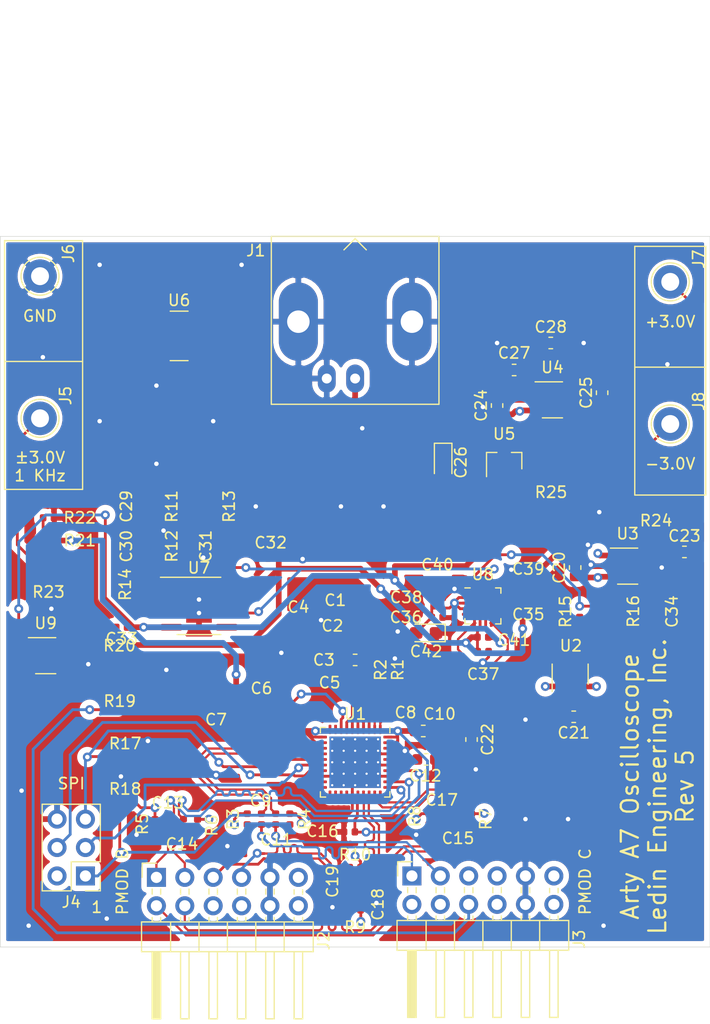
<source format=kicad_pcb>
(kicad_pcb (version 20171130) (host pcbnew "(5.1.6)-1")
  (layers (0 F.Cu signal) (1 GND power hide) (2 +3V3 power hide) (31 B.Cu signal) (35 F.Paste user hide) (37 F.SilkS user) (39 F.Mask user hide) (44 Edge.Cuts user))
  (net 0 "")
  (net 1 GND)
  (net 2 "Net-(C1-Pad1)")
  (net 3 "Net-(C2-Pad1)")
  (net 4 "Net-(C3-Pad2)")
  (net 5 "Net-(C6-Pad1)")
  (net 6 +1V8)
  (net 7 +3V3)
  (net 8 +3V0)
  (net 9 -3V0)
  (net 10 CAL)
  (net 11 DCO-)
  (net 12 DCO+)
  (net 13 OUT1B-)
  (net 14 OUT1B+)
  (net 15 OUT1A-)
  (net 16 OUT1A+)
  (net 17 ~CS)
  (net 18 SDI)
  (net 19 SCK)
  (net 20 SDO)
  (net 21 "Net-(J8-Pad1)")
  (net 22 Ain1-)
  (net 23 Ain1+)
  (net 24 ENC_IN+)
  (net 25 ENC_IN-)
  (net 26 /ADC/ENC+)
  (net 27 /ADC/ENC-)
  (net 28 "Net-(C30-Pad1)")
  (net 29 /ADC/_OUT1A+)
  (net 30 /ADC/_OUT1A-)
  (net 31 /ADC/_OUT1B+)
  (net 32 /ADC/_OUT1B-)
  (net 33 /ADC/_DCO-)
  (net 34 "Net-(C29-Pad2)")
  (net 35 "Net-(C29-Pad1)")
  (net 36 "Net-(C34-Pad2)")
  (net 37 "Net-(J5-Pad1)")
  (net 38 "Net-(J7-Pad1)")
  (net 39 /ADC/_DCO+)
  (net 40 -3V3)
  (net 41 "Net-(U7-Pad2)")
  (net 42 "Net-(C8-Pad2)")
  (net 43 "Net-(C8-Pad1)")
  (net 44 "Net-(C12-Pad1)")
  (net 45 "Net-(C25-Pad2)")
  (net 46 "Net-(C25-Pad1)")
  (net 47 "Net-(R14-Pad1)")
  (net 48 "Net-(R19-Pad2)")
  (net 49 "Net-(R21-Pad2)")
  (net 50 "Net-(R23-Pad2)")
  (module Footprints:Littelfuse-GTCC23-XXXM-R01-2-Series-GDT (layer F.Cu) (at 164.592 81.28)
    (fp_text reference U6 (at 0 -3.18) (layer F.SilkS))
    (fp_text value "GDT CG775")
    (pad 1 smd roundrect (at -2.35 0) (size 2 3.5) (layers F.Cu F.Paste F.Mask) (roundrect_rratio 0.078) (net 1 GND))
    (pad 2 smd roundrect (at 2.35 0) (size 2 3.5) (layers F.Cu F.Paste F.Mask) (roundrect_rratio 0.078) (net 34 "Net-(C29-Pad2)"))
  )
  (module Footprints:PinHeader_2x06_P2.54mm_renumbered (layer F.Cu) (at 198.12 129.54 270)
    (fp_text reference J3 (at 5.655 -2.27 90) (layer F.SilkS))
    (fp_text value "PMOD C")
    (pad 1 thru_hole rect (at 0 12.7 270) (size 1.7 1.7) (drill 1) (layers *.Cu *.Mask) (net 24 ENC_IN+))
    (pad 2 thru_hole oval (at 0 10.16 270) (size 1.7 1.7) (drill 1) (layers *.Cu *.Mask) (net 25 ENC_IN-))
    (pad 3 thru_hole oval (at 0 7.62 270) (size 1.7 1.7) (drill 1) (layers *.Cu *.Mask))
    (pad 4 thru_hole oval (at 0 5.08 270) (size 1.7 1.7) (drill 1) (layers *.Cu *.Mask))
    (pad 5 thru_hole oval (at 0 2.54 270) (size 1.7 1.7) (drill 1) (layers *.Cu *.Mask) (net 1 GND))
    (pad 6 thru_hole oval (at 0 0 270) (size 1.7 1.7) (drill 1) (layers *.Cu *.Mask) (net 7 +3V3))
    (pad 7 thru_hole oval (at 2.54 12.7 270) (size 1.7 1.7) (drill 1) (layers *.Cu *.Mask))
    (pad 8 thru_hole oval (at 2.54 10.16 270) (size 1.7 1.7) (drill 1) (layers *.Cu *.Mask))
    (pad 9 thru_hole oval (at 2.54 7.62 270) (size 1.7 1.7) (drill 1) (layers *.Cu *.Mask) (net 10 CAL))
    (pad 10 thru_hole oval (at 2.54 5.08 270) (size 1.7 1.7) (drill 1) (layers *.Cu *.Mask))
    (pad 11 thru_hole oval (at 2.54 2.54 270) (size 1.7 1.7) (drill 1) (layers *.Cu *.Mask) (net 1 GND))
    (pad 12 thru_hole oval (at 2.54 0 270) (size 1.7 1.7) (drill 1) (layers *.Cu *.Mask) (net 7 +3V3))
  )
  (module Footprints:PinHeader_2x06_P2.54mm_renumbered (layer F.Cu) (at 175.26 129.667 270)
    (fp_text reference J2 (at 5.655 -2.27 90) (layer F.SilkS))
    (fp_text value "PMOD B")
    (pad 1 thru_hole rect (at 0 12.7 270) (size 1.7 1.7) (drill 1) (layers *.Cu *.Mask) (net 16 OUT1A+))
    (pad 2 thru_hole oval (at 0 10.16 270) (size 1.7 1.7) (drill 1) (layers *.Cu *.Mask) (net 15 OUT1A-))
    (pad 3 thru_hole oval (at 0 7.62 270) (size 1.7 1.7) (drill 1) (layers *.Cu *.Mask) (net 12 DCO+))
    (pad 4 thru_hole oval (at 0 5.08 270) (size 1.7 1.7) (drill 1) (layers *.Cu *.Mask) (net 11 DCO-))
    (pad 5 thru_hole oval (at 0 2.54 270) (size 1.7 1.7) (drill 1) (layers *.Cu *.Mask) (net 1 GND))
    (pad 6 thru_hole oval (at 0 0 270) (size 1.7 1.7) (drill 1) (layers *.Cu *.Mask) (net 7 +3V3))
    (pad 7 thru_hole oval (at 2.54 12.7 270) (size 1.7 1.7) (drill 1) (layers *.Cu *.Mask) (net 14 OUT1B+))
    (pad 8 thru_hole oval (at 2.54 10.16 270) (size 1.7 1.7) (drill 1) (layers *.Cu *.Mask) (net 13 OUT1B-))
    (pad 9 thru_hole oval (at 2.54 7.62 270) (size 1.7 1.7) (drill 1) (layers *.Cu *.Mask))
    (pad 10 thru_hole oval (at 2.54 5.08 270) (size 1.7 1.7) (drill 1) (layers *.Cu *.Mask))
    (pad 11 thru_hole oval (at 2.54 2.54 270) (size 1.7 1.7) (drill 1) (layers *.Cu *.Mask) (net 1 GND))
    (pad 12 thru_hole oval (at 2.54 0 270) (size 1.7 1.7) (drill 1) (layers *.Cu *.Mask) (net 7 +3V3))
  )
  (module Capacitor_SMD:C_0402_1005Metric (layer F.Cu) (at 182.9435 114.935 180)
    (fp_text reference C8 (at -1.905 0) (layer F.SilkS))
    (fp_text value C_12p)
    (pad 2 smd roundrect (at 0.485 0 180) (size 0.59 0.64) (layers F.Cu F.Paste F.Mask) (net 42 "Net-(C8-Pad2)"))
    (pad 1 smd roundrect (at -0.485 0 180) (size 0.59 0.64) (layers F.Cu F.Paste F.Mask) (net 43 "Net-(C8-Pad1)"))
  )
  (module Resistor_SMD:R_0402_1005Metric (layer F.Cu) (at 182.4355 113.157 270)
    (fp_text reference R2 (at -2.032 -0.1905 90) (layer F.SilkS))
    (fp_text value R_24)
    (pad 2 smd roundrect (at 0.485 0 270) (size 0.59 0.64) (layers F.Cu F.Paste F.Mask) (net 42 "Net-(C8-Pad2)"))
    (pad 1 smd roundrect (at -0.485 0 270) (size 0.59 0.64) (layers F.Cu F.Paste F.Mask) (net 22 Ain1-))
  )
  (module Capacitor_SMD:C_0402_1005Metric (layer F.Cu) (at 171.958 124.46 270)
    (fp_text reference C9 (at -1.651 0.0635 180) (layer F.SilkS))
    (fp_text value C_0.1u)
    (pad 2 smd roundrect (at 0.485 0 270) (size 0.59 0.64) (layers F.Cu F.Paste F.Mask) (net 24 ENC_IN+))
    (pad 1 smd roundrect (at -0.485 0 270) (size 0.59 0.64) (layers F.Cu F.Paste F.Mask) (net 26 /ADC/ENC+))
  )
  (module Capacitor_SMD:C_0603_1608Metric (layer F.Cu) (at 186.436 116.586)
    (fp_text reference C10 (at 1.4605 -1.524) (layer F.SilkS))
    (fp_text value C_1u)
    (pad 2 smd roundrect (at 0.7875 0) (size 0.875 0.95) (layers F.Cu F.Paste F.Mask) (net 1 GND))
    (pad 1 smd roundrect (at -0.7875 0) (size 0.875 0.95) (layers F.Cu F.Paste F.Mask) (net 6 +1V8))
  )
  (module Capacitor_SMD:C_0402_1005Metric (layer F.Cu) (at 173.228 124.46 270)
    (fp_text reference C11 (at 1.8415 -0.0635 180) (layer F.SilkS))
    (fp_text value C_0.1u)
    (pad 2 smd roundrect (at 0.485 0 270) (size 0.59 0.64) (layers F.Cu F.Paste F.Mask) (net 25 ENC_IN-))
    (pad 1 smd roundrect (at -0.485 0 270) (size 0.59 0.64) (layers F.Cu F.Paste F.Mask) (net 27 /ADC/ENC-))
  )
  (module Capacitor_SMD:C_0603_1608Metric (layer F.Cu) (at 186.69 119.126)
    (fp_text reference C12 (at -0.0635 1.4605) (layer F.SilkS))
    (fp_text value C_1u)
    (pad 2 smd roundrect (at 0.7875 0) (size 0.875 0.95) (layers F.Cu F.Paste F.Mask) (net 1 GND))
    (pad 1 smd roundrect (at -0.7875 0) (size 0.875 0.95) (layers F.Cu F.Paste F.Mask) (net 44 "Net-(C12-Pad1)"))
  )
  (module Capacitor_SMD:C_0402_1005Metric (layer F.Cu) (at 163.703 124.968 90)
    (fp_text reference C13 (at 1.9685 -0.127 180) (layer F.SilkS))
    (fp_text value C_0.1u)
    (pad 2 smd roundrect (at 0.485 0 90) (size 0.59 0.64) (layers F.Cu F.Paste F.Mask) (net 29 /ADC/_OUT1A+))
    (pad 1 smd roundrect (at -0.485 0 90) (size 0.59 0.64) (layers F.Cu F.Paste F.Mask) (net 16 OUT1A+))
  )
  (module Capacitor_SMD:C_0603_1608Metric (layer F.Cu) (at 200.025 101.981 90)
    (fp_text reference C20 (at 0 -1.43 90) (layer F.SilkS))
    (fp_text value C_1u)
    (pad 2 smd roundrect (at 0.7875 0 90) (size 0.875 0.95) (layers F.Cu F.Paste F.Mask) (net 1 GND))
    (pad 1 smd roundrect (at -0.7875 0 90) (size 0.875 0.95) (layers F.Cu F.Paste F.Mask) (net 7 +3V3))
  )
  (module Capacitor_Tantalum_SMD:CP_EIA-2012-12_Kemet-R (layer F.Cu) (at 188.214 92.583 270)
    (fp_text reference C26 (at 0 -1.58 90) (layer F.SilkS))
    (fp_text value C_1u)
    (pad 2 smd roundrect (at 0.8875 0 270) (size 1.125 1.05) (layers F.Cu F.Paste F.Mask) (roundrect_rratio 0.238095) (net 9 -3V0))
    (pad 1 smd roundrect (at -0.8875 0 270) (size 1.125 1.05) (layers F.Cu F.Paste F.Mask) (roundrect_rratio 0.238095) (net 1 GND))
  )
  (module Capacitor_SMD:C_0603_1608Metric (layer F.Cu) (at 194.564 84.328 180)
    (fp_text reference C27 (at 0 1.524) (layer F.SilkS))
    (fp_text value C_1u)
    (pad 2 smd roundrect (at 0.7875 0 180) (size 0.875 0.95) (layers F.Cu F.Paste F.Mask) (net 1 GND))
    (pad 1 smd roundrect (at -0.7875 0 180) (size 0.875 0.95) (layers F.Cu F.Paste F.Mask) (net 40 -3V3))
  )
  (module Capacitor_Tantalum_SMD:CP_EIA-2012-12_Kemet-R (layer F.Cu) (at 186.69 107.823 180)
    (fp_text reference C42 (at 0 -1.651) (layer F.SilkS))
    (fp_text value C_1u)
    (pad 2 smd roundrect (at 0.8875 0 180) (size 1.125 1.05) (layers F.Cu F.Paste F.Mask) (roundrect_rratio 0.238095) (net 9 -3V0))
    (pad 1 smd roundrect (at -0.8875 0 180) (size 1.125 1.05) (layers F.Cu F.Paste F.Mask) (roundrect_rratio 0.238095) (net 1 GND))
  )
  (module Package_TO_SOT_SMD:SOT-23 (layer F.Cu) (at 193.675 92.456 90)
    (fp_text reference U5 (at 2.413 0 180) (layer F.SilkS))
    (fp_text value TC59)
    (pad 3 smd rect (at 1 0 90) (size 0.9 0.8) (layers F.Cu F.Paste F.Mask) (net 1 GND))
    (pad 2 smd rect (at -1 0.95 90) (size 0.9 0.8) (layers F.Cu F.Paste F.Mask) (net 40 -3V3))
    (pad 1 smd rect (at -1 -0.95 90) (size 0.9 0.8) (layers F.Cu F.Paste F.Mask) (net 9 -3V0))
  )
  (module Package_TO_SOT_SMD:SOT-23-6 (layer F.Cu) (at 197.993 86.995)
    (fp_text reference U4 (at 0 -2.9) (layer F.SilkS))
    (fp_text value LM2776)
    (pad 5 smd rect (at 1.1 0) (size 1.06 0.65) (layers F.Cu F.Paste F.Mask) (net 46 "Net-(C25-Pad1)"))
    (pad 6 smd rect (at 1.1 -0.95) (size 1.06 0.65) (layers F.Cu F.Paste F.Mask) (net 45 "Net-(C25-Pad2)"))
    (pad 4 smd rect (at 1.1 0.95) (size 1.06 0.65) (layers F.Cu F.Paste F.Mask))
    (pad 3 smd rect (at -1.1 0.95) (size 1.06 0.65) (layers F.Cu F.Paste F.Mask) (net 7 +3V3))
    (pad 2 smd rect (at -1.1 0) (size 1.06 0.65) (layers F.Cu F.Paste F.Mask) (net 1 GND))
    (pad 1 smd rect (at -1.1 -0.95) (size 1.06 0.65) (layers F.Cu F.Paste F.Mask) (net 40 -3V3))
  )
  (module Package_SO:SOIC-8-1EP_3.9x4.9mm_P1.27mm_EP2.29x3mm (layer F.Cu) (at 166.37 105.41)
    (fp_text reference U7 (at 0 -3.4) (layer F.SilkS))
    (fp_text value ADA4817-1)
    (pad 9 smd rect (at 0 0) (size 2.29 3) (layers F.Cu F.Mask) (net 1 GND))
    (pad 8 smd roundrect (at 2.475 -1.905) (size 1.95 0.6) (layers F.Cu F.Paste F.Mask) (net 8 +3V0))
    (pad 7 smd roundrect (at 2.475 -0.635) (size 1.95 0.6) (layers F.Cu F.Paste F.Mask) (net 8 +3V0))
    (pad 6 smd roundrect (at 2.475 0.635) (size 1.95 0.6) (layers F.Cu F.Paste F.Mask) (net 41 "Net-(U7-Pad2)"))
    (pad 5 smd roundrect (at 2.475 1.905) (size 1.95 0.6) (layers F.Cu F.Paste F.Mask))
    (pad 4 smd roundrect (at -2.475 1.905) (size 1.95 0.6) (layers F.Cu F.Paste F.Mask) (net 9 -3V0))
    (pad 3 smd roundrect (at -2.475 0.635) (size 1.95 0.6) (layers F.Cu F.Paste F.Mask) (net 47 "Net-(R14-Pad1)"))
    (pad 2 smd roundrect (at -2.475 -0.635) (size 1.95 0.6) (layers F.Cu F.Paste F.Mask) (net 41 "Net-(U7-Pad2)"))
    (pad 1 smd roundrect (at -2.475 -1.905) (size 1.95 0.6) (layers F.Cu F.Paste F.Mask))
  )
  (module Package_TO_SOT_SMD:SOT-23-5 (layer F.Cu) (at 152.654 109.855)
    (fp_text reference U9 (at 0 -2.9) (layer F.SilkS))
    (fp_text value TLV2371DBV)
    (pad 5 smd rect (at 1.1 -0.95) (size 1.06 0.65) (layers F.Cu F.Paste F.Mask) (net 8 +3V0))
    (pad 4 smd rect (at 1.1 0.95) (size 1.06 0.65) (layers F.Cu F.Paste F.Mask) (net 49 "Net-(R21-Pad2)"))
    (pad 3 smd rect (at -1.1 0.95) (size 1.06 0.65) (layers F.Cu F.Paste F.Mask) (net 48 "Net-(R19-Pad2)"))
    (pad 2 smd rect (at -1.1 0) (size 1.06 0.65) (layers F.Cu F.Paste F.Mask) (net 9 -3V0))
    (pad 1 smd rect (at -1.1 -0.95) (size 1.06 0.65) (layers F.Cu F.Paste F.Mask) (net 50 "Net-(R23-Pad2)"))
  )
  (module Resistor_SMD:R_0402_1005Metric (layer F.Cu) (at 159.766 122.936)
    (fp_text reference R18 (at 0 -1.17) (layer F.SilkS))
    (fp_text value R_2K)
    (pad 2 smd roundrect (at 0.485 0) (size 0.59 0.64) (layers F.Cu F.Paste F.Mask) (net 7 +3V3))
    (pad 1 smd roundrect (at -0.485 0) (size 0.59 0.64) (layers F.Cu F.Paste F.Mask) (net 20 SDO))
  )
  (module Resistor_SMD:R_0402_1005Metric (layer F.Cu) (at 159.766 118.872)
    (fp_text reference R17 (at 0 -1.17) (layer F.SilkS))
    (fp_text value R_2K)
    (pad 2 smd roundrect (at 0.485 0) (size 0.59 0.64) (layers F.Cu F.Paste F.Mask) (net 7 +3V3))
    (pad 1 smd roundrect (at -0.485 0) (size 0.59 0.64) (layers F.Cu F.Paste F.Mask) (net 17 ~CS))
  )
  (module Capacitor_SMD:C_0603_1608Metric (layer F.Cu) (at 197.843 81.915)
    (fp_text reference C28 (at 0 -1.43) (layer F.SilkS))
    (fp_text value C_2.2u)
    (pad 2 smd roundrect (at 0.7875 0) (size 0.875 0.95) (layers F.Cu F.Paste F.Mask) (net 1 GND))
    (pad 1 smd roundrect (at -0.7875 0) (size 0.875 0.95) (layers F.Cu F.Paste F.Mask) (net 40 -3V3))
  )
  (module Capacitor_SMD:C_0603_1608Metric (layer F.Cu) (at 202.438 86.36 90)
    (fp_text reference C25 (at 0 -1.43 90) (layer F.SilkS))
    (fp_text value C_1u)
    (pad 2 smd roundrect (at 0.7875 0 90) (size 0.875 0.95) (layers F.Cu F.Paste F.Mask) (net 45 "Net-(C25-Pad2)"))
    (pad 1 smd roundrect (at -0.7875 0 90) (size 0.875 0.95) (layers F.Cu F.Paste F.Mask) (net 46 "Net-(C25-Pad1)"))
  )
  (module Capacitor_SMD:C_0603_1608Metric (layer F.Cu) (at 193.04 87.503 90)
    (fp_text reference C24 (at 0 -1.43 90) (layer F.SilkS))
    (fp_text value C_2.2u)
    (pad 2 smd roundrect (at 0.7875 0 90) (size 0.875 0.95) (layers F.Cu F.Paste F.Mask) (net 1 GND))
    (pad 1 smd roundrect (at -0.7875 0 90) (size 0.875 0.95) (layers F.Cu F.Paste F.Mask) (net 7 +3V3))
  )
  (module Capacitor_SMD:C_0603_1608Metric (layer F.Cu) (at 209.804 100.584)
    (fp_text reference C23 (at 0 -1.43) (layer F.SilkS))
    (fp_text value C_1u)
    (pad 2 smd roundrect (at 0.7875 0) (size 0.875 0.95) (layers F.Cu F.Paste F.Mask) (net 1 GND))
    (pad 1 smd roundrect (at -0.7875 0) (size 0.875 0.95) (layers F.Cu F.Paste F.Mask) (net 8 +3V0))
  )
  (module Capacitor_SMD:C_0603_1608Metric (layer F.Cu) (at 190.754 117.348 270)
    (fp_text reference C22 (at 0 -1.43 90) (layer F.SilkS))
    (fp_text value C_1u)
    (pad 2 smd roundrect (at 0.7875 0 270) (size 0.875 0.95) (layers F.Cu F.Paste F.Mask) (net 1 GND))
    (pad 1 smd roundrect (at -0.7875 0 270) (size 0.875 0.95) (layers F.Cu F.Paste F.Mask) (net 6 +1V8))
  )
  (module Capacitor_SMD:C_0603_1608Metric (layer F.Cu) (at 199.898 115.316 180)
    (fp_text reference C21 (at 0 -1.43) (layer F.SilkS))
    (fp_text value C_1u)
    (pad 2 smd roundrect (at 0.7875 0 180) (size 0.875 0.95) (layers F.Cu F.Paste F.Mask) (net 1 GND))
    (pad 1 smd roundrect (at -0.7875 0 180) (size 0.875 0.95) (layers F.Cu F.Paste F.Mask) (net 7 +3V3))
  )
  (module Resistor_SMD:R_0402_1005Metric (layer F.Cu) (at 197.866 93.472)
    (fp_text reference R25 (at 0 1.778) (layer F.SilkS))
    (fp_text value R_1k)
    (pad 2 smd roundrect (at 0.485 0) (size 0.59 0.64) (layers F.Cu F.Paste F.Mask) (net 21 "Net-(J8-Pad1)"))
    (pad 1 smd roundrect (at -0.485 0) (size 0.59 0.64) (layers F.Cu F.Paste F.Mask) (net 9 -3V0))
  )
  (module Package_DFN_QFN:QFN-40-1EP_6x6mm_P0.5mm_EP4.6x4.6mm_ThermalVias (layer F.Cu) (at 180.34 119.38 270)
    (fp_text reference U1 (at -4.318 0 180) (layer F.SilkS))
    (fp_text value LTC2267-14)
    (pad 41 smd rect (at 0 0 270) (size 4.6 4.6) (layers B.Cu) (net 1 GND))
    (pad 41 thru_hole circle (at 2.05 2.05 270) (size 0.5 0.5) (drill 0.2) (layers *.Cu) (net 1 GND))
    (pad 41 thru_hole circle (at 1.025 2.05 270) (size 0.5 0.5) (drill 0.2) (layers *.Cu) (net 1 GND))
    (pad 41 thru_hole circle (at 0 2.05 270) (size 0.5 0.5) (drill 0.2) (layers *.Cu) (net 1 GND))
    (pad 41 thru_hole circle (at -1.025 2.05 270) (size 0.5 0.5) (drill 0.2) (layers *.Cu) (net 1 GND))
    (pad 41 thru_hole circle (at -2.05 2.05 270) (size 0.5 0.5) (drill 0.2) (layers *.Cu) (net 1 GND))
    (pad 41 thru_hole circle (at 2.05 1.025 270) (size 0.5 0.5) (drill 0.2) (layers *.Cu) (net 1 GND))
    (pad 41 thru_hole circle (at 1.025 1.025 270) (size 0.5 0.5) (drill 0.2) (layers *.Cu) (net 1 GND))
    (pad 41 thru_hole circle (at 0 1.025 270) (size 0.5 0.5) (drill 0.2) (layers *.Cu) (net 1 GND))
    (pad 41 thru_hole circle (at -1.025 1.025 270) (size 0.5 0.5) (drill 0.2) (layers *.Cu) (net 1 GND))
    (pad 41 thru_hole circle (at -2.05 1.025 270) (size 0.5 0.5) (drill 0.2) (layers *.Cu) (net 1 GND))
    (pad 41 thru_hole circle (at 2.05 0 270) (size 0.5 0.5) (drill 0.2) (layers *.Cu) (net 1 GND))
    (pad 41 thru_hole circle (at 1.025 0 270) (size 0.5 0.5) (drill 0.2) (layers *.Cu) (net 1 GND))
    (pad 41 thru_hole circle (at 0 0 270) (size 0.5 0.5) (drill 0.2) (layers *.Cu) (net 1 GND))
    (pad 41 thru_hole circle (at -1.025 0 270) (size 0.5 0.5) (drill 0.2) (layers *.Cu) (net 1 GND))
    (pad 41 thru_hole circle (at -2.05 0 270) (size 0.5 0.5) (drill 0.2) (layers *.Cu) (net 1 GND))
    (pad 41 thru_hole circle (at 2.05 -1.025 270) (size 0.5 0.5) (drill 0.2) (layers *.Cu) (net 1 GND))
    (pad 41 thru_hole circle (at 1.025 -1.025 270) (size 0.5 0.5) (drill 0.2) (layers *.Cu) (net 1 GND))
    (pad 41 thru_hole circle (at 0 -1.025 270) (size 0.5 0.5) (drill 0.2) (layers *.Cu) (net 1 GND))
    (pad 41 thru_hole circle (at -1.025 -1.025 270) (size 0.5 0.5) (drill 0.2) (layers *.Cu) (net 1 GND))
    (pad 41 thru_hole circle (at -2.05 -1.025 270) (size 0.5 0.5) (drill 0.2) (layers *.Cu) (net 1 GND))
    (pad 41 thru_hole circle (at 2.05 -2.05 270) (size 0.5 0.5) (drill 0.2) (layers *.Cu) (net 1 GND))
    (pad 41 thru_hole circle (at 1.025 -2.05 270) (size 0.5 0.5) (drill 0.2) (layers *.Cu) (net 1 GND))
    (pad 41 thru_hole circle (at 0 -2.05 270) (size 0.5 0.5) (drill 0.2) (layers *.Cu) (net 1 GND))
    (pad 41 thru_hole circle (at -1.025 -2.05 270) (size 0.5 0.5) (drill 0.2) (layers *.Cu) (net 1 GND))
    (pad 41 thru_hole circle (at -2.05 -2.05 270) (size 0.5 0.5) (drill 0.2) (layers *.Cu) (net 1 GND))
    (pad 41 smd rect (at 0 0 270) (size 4.6 4.6) (layers F.Cu F.Mask) (net 1 GND))
    (pad 40 smd roundrect (at -2.25 -2.9375 270) (size 0.25 0.825) (layers F.Cu F.Paste F.Mask) (net 6 +1V8))
    (pad 39 smd roundrect (at -1.75 -2.9375 270) (size 0.25 0.825) (layers F.Cu F.Paste F.Mask) (net 6 +1V8))
    (pad 38 smd roundrect (at -1.25 -2.9375 270) (size 0.25 0.825) (layers F.Cu F.Paste F.Mask) (net 6 +1V8))
    (pad 37 smd roundrect (at -0.75 -2.9375 270) (size 0.25 0.825) (layers F.Cu F.Paste F.Mask) (net 1 GND))
    (pad 36 smd roundrect (at -0.25 -2.9375 270) (size 0.25 0.825) (layers F.Cu F.Paste F.Mask) (net 44 "Net-(C12-Pad1)"))
    (pad 35 smd roundrect (at 0.25 -2.9375 270) (size 0.25 0.825) (layers F.Cu F.Paste F.Mask) (net 1 GND))
    (pad 34 smd roundrect (at 0.75 -2.9375 270) (size 0.25 0.825) (layers F.Cu F.Paste F.Mask) (net 20 SDO))
    (pad 33 smd roundrect (at 1.25 -2.9375 270) (size 0.25 0.825) (layers F.Cu F.Paste F.Mask) (net 1 GND))
    (pad 32 smd roundrect (at 1.75 -2.9375 270) (size 0.25 0.825) (layers F.Cu F.Paste F.Mask) (net 29 /ADC/_OUT1A+))
    (pad 31 smd roundrect (at 2.25 -2.9375 270) (size 0.25 0.825) (layers F.Cu F.Paste F.Mask) (net 30 /ADC/_OUT1A-))
    (pad 30 smd roundrect (at 2.9375 -2.25 270) (size 0.825 0.25) (layers F.Cu F.Paste F.Mask) (net 31 /ADC/_OUT1B+))
    (pad 29 smd roundrect (at 2.9375 -1.75 270) (size 0.825 0.25) (layers F.Cu F.Paste F.Mask) (net 32 /ADC/_OUT1B-))
    (pad 28 smd roundrect (at 2.9375 -1.25 270) (size 0.825 0.25) (layers F.Cu F.Paste F.Mask) (net 39 /ADC/_DCO+))
    (pad 27 smd roundrect (at 2.9375 -0.75 270) (size 0.825 0.25) (layers F.Cu F.Paste F.Mask) (net 33 /ADC/_DCO-))
    (pad 26 smd roundrect (at 2.9375 -0.25 270) (size 0.825 0.25) (layers F.Cu F.Paste F.Mask) (net 6 +1V8))
    (pad 25 smd roundrect (at 2.9375 0.25 270) (size 0.825 0.25) (layers F.Cu F.Paste F.Mask) (net 1 GND))
    (pad 24 smd roundrect (at 2.9375 0.75 270) (size 0.825 0.25) (layers F.Cu F.Paste F.Mask))
    (pad 23 smd roundrect (at 2.9375 1.25 270) (size 0.825 0.25) (layers F.Cu F.Paste F.Mask))
    (pad 22 smd roundrect (at 2.9375 1.75 270) (size 0.825 0.25) (layers F.Cu F.Paste F.Mask))
    (pad 21 smd roundrect (at 2.9375 2.25 270) (size 0.825 0.25) (layers F.Cu F.Paste F.Mask))
    (pad 20 smd roundrect (at 2.25 2.9375 270) (size 0.25 0.825) (layers F.Cu F.Paste F.Mask))
    (pad 19 smd roundrect (at 1.75 2.9375 270) (size 0.25 0.825) (layers F.Cu F.Paste F.Mask))
    (pad 18 smd roundrect (at 1.25 2.9375 270) (size 0.25 0.825) (layers F.Cu F.Paste F.Mask) (net 1 GND))
    (pad 17 smd roundrect (at 0.75 2.9375 270) (size 0.25 0.825) (layers F.Cu F.Paste F.Mask) (net 18 SDI))
    (pad 16 smd roundrect (at 0.25 2.9375 270) (size 0.25 0.825) (layers F.Cu F.Paste F.Mask) (net 19 SCK))
    (pad 15 smd roundrect (at -0.25 2.9375 270) (size 0.25 0.825) (layers F.Cu F.Paste F.Mask) (net 17 ~CS))
    (pad 14 smd roundrect (at -0.75 2.9375 270) (size 0.25 0.825) (layers F.Cu F.Paste F.Mask) (net 27 /ADC/ENC-))
    (pad 13 smd roundrect (at -1.25 2.9375 270) (size 0.25 0.825) (layers F.Cu F.Paste F.Mask) (net 26 /ADC/ENC+))
    (pad 12 smd roundrect (at -1.75 2.9375 270) (size 0.25 0.825) (layers F.Cu F.Paste F.Mask) (net 6 +1V8))
    (pad 11 smd roundrect (at -2.25 2.9375 270) (size 0.25 0.825) (layers F.Cu F.Paste F.Mask) (net 6 +1V8))
    (pad 10 smd roundrect (at -2.9375 2.25 270) (size 0.825 0.25) (layers F.Cu F.Paste F.Mask))
    (pad 9 smd roundrect (at -2.9375 1.75 270) (size 0.825 0.25) (layers F.Cu F.Paste F.Mask))
    (pad 8 smd roundrect (at -2.9375 1.25 270) (size 0.825 0.25) (layers F.Cu F.Paste F.Mask) (net 5 "Net-(C6-Pad1)"))
    (pad 7 smd roundrect (at -2.9375 0.75 270) (size 0.825 0.25) (layers F.Cu F.Paste F.Mask) (net 4 "Net-(C3-Pad2)"))
    (pad 6 smd roundrect (at -2.9375 0.25 270) (size 0.825 0.25) (layers F.Cu F.Paste F.Mask) (net 4 "Net-(C3-Pad2)"))
    (pad 5 smd roundrect (at -2.9375 -0.25 270) (size 0.825 0.25) (layers F.Cu F.Paste F.Mask) (net 3 "Net-(C2-Pad1)"))
    (pad 4 smd roundrect (at -2.9375 -0.75 270) (size 0.825 0.25) (layers F.Cu F.Paste F.Mask) (net 3 "Net-(C2-Pad1)"))
    (pad 3 smd roundrect (at -2.9375 -1.25 270) (size 0.825 0.25) (layers F.Cu F.Paste F.Mask) (net 2 "Net-(C1-Pad1)"))
    (pad 2 smd roundrect (at -2.9375 -1.75 270) (size 0.825 0.25) (layers F.Cu F.Paste F.Mask) (net 42 "Net-(C8-Pad2)"))
    (pad 1 smd roundrect (at -2.9375 -2.25 270) (size 0.825 0.25) (layers F.Cu F.Paste F.Mask) (net 43 "Net-(C8-Pad1)"))
  )
  (module Resistor_SMD:R_0402_1005Metric (layer F.Cu) (at 174.498 124.46 270)
    (fp_text reference R4 (at 0 -1.3335 90) (layer F.SilkS))
    (fp_text value R_50)
    (pad 2 smd roundrect (at 0.485 0 270) (size 0.59 0.64) (layers F.Cu F.Paste F.Mask) (net 25 ENC_IN-))
    (pad 1 smd roundrect (at -0.485 0 270) (size 0.59 0.64) (layers F.Cu F.Paste F.Mask) (net 7 +3V3))
  )
  (module Resistor_SMD:R_0402_1005Metric (layer F.Cu) (at 170.688 124.46 270)
    (fp_text reference R3 (at 0 1.27 90) (layer F.SilkS))
    (fp_text value R_50)
    (pad 2 smd roundrect (at 0.485 0 270) (size 0.59 0.64) (layers F.Cu F.Paste F.Mask) (net 24 ENC_IN+))
    (pad 1 smd roundrect (at -0.485 0 270) (size 0.59 0.64) (layers F.Cu F.Paste F.Mask) (net 7 +3V3))
  )
  (module Resistor_SMD:R_0402_1005Metric (layer F.Cu) (at 180.34 128.778 180)
    (fp_text reference R10 (at 0 1.143 180) (layer F.SilkS))
    (fp_text value R_50)
    (pad 2 smd roundrect (at 0.485 0 180) (size 0.59 0.64) (layers F.Cu F.Paste F.Mask) (net 11 DCO-))
    (pad 1 smd roundrect (at -0.485 0 180) (size 0.59 0.64) (layers F.Cu F.Paste F.Mask) (net 7 +3V3))
  )
  (module Resistor_SMD:R_0402_1005Metric (layer F.Cu) (at 180.34 132.588 180)
    (fp_text reference R9 (at 0 -1.524) (layer F.SilkS))
    (fp_text value R_50)
    (pad 2 smd roundrect (at 0.485 0 180) (size 0.59 0.64) (layers F.Cu F.Paste F.Mask) (net 12 DCO+))
    (pad 1 smd roundrect (at -0.485 0 180) (size 0.59 0.64) (layers F.Cu F.Paste F.Mask) (net 7 +3V3))
  )
  (module Resistor_SMD:R_0402_1005Metric (layer F.Cu) (at 186.944 124.46 270)
    (fp_text reference R8 (at -0.254 1.27 90) (layer F.SilkS))
    (fp_text value R_50)
    (pad 2 smd roundrect (at 0.485 0 270) (size 0.59 0.64) (layers F.Cu F.Paste F.Mask) (net 13 OUT1B-))
    (pad 1 smd roundrect (at -0.485 0 270) (size 0.59 0.64) (layers F.Cu F.Paste F.Mask) (net 7 +3V3))
  )
  (module Resistor_SMD:R_0402_1005Metric (layer F.Cu) (at 190.754 124.46 270)
    (fp_text reference R7 (at 0 -1.27 90) (layer F.SilkS))
    (fp_text value R_50)
    (pad 2 smd roundrect (at 0.485 0 270) (size 0.59 0.64) (layers F.Cu F.Paste F.Mask) (net 14 OUT1B+))
    (pad 1 smd roundrect (at -0.485 0 270) (size 0.59 0.64) (layers F.Cu F.Paste F.Mask) (net 7 +3V3))
  )
  (module Resistor_SMD:R_0402_1005Metric (layer F.Cu) (at 166.243 124.968 270)
    (fp_text reference R6 (at 0.0635 -1.27 90) (layer F.SilkS))
    (fp_text value R_50)
    (pad 2 smd roundrect (at 0.485 0 270) (size 0.59 0.64) (layers F.Cu F.Paste F.Mask) (net 15 OUT1A-))
    (pad 1 smd roundrect (at -0.485 0 270) (size 0.59 0.64) (layers F.Cu F.Paste F.Mask) (net 7 +3V3))
  )
  (module Resistor_SMD:R_0402_1005Metric (layer F.Cu) (at 162.433 124.968 270)
    (fp_text reference R5 (at -0.0635 1.143 90) (layer F.SilkS))
    (fp_text value R_50)
    (pad 2 smd roundrect (at 0.485 0 270) (size 0.59 0.64) (layers F.Cu F.Paste F.Mask) (net 16 OUT1A+))
    (pad 1 smd roundrect (at -0.485 0 270) (size 0.59 0.64) (layers F.Cu F.Paste F.Mask) (net 7 +3V3))
  )
  (module Capacitor_SMD:C_0402_1005Metric (layer F.Cu) (at 180.34 130.048)
    (fp_text reference C19 (at -2.032 0 90) (layer F.SilkS))
    (fp_text value C_0.1u)
    (pad 2 smd roundrect (at 0.485 0) (size 0.59 0.64) (layers F.Cu F.Paste F.Mask) (net 33 /ADC/_DCO-))
    (pad 1 smd roundrect (at -0.485 0) (size 0.59 0.64) (layers F.Cu F.Paste F.Mask) (net 11 DCO-))
  )
  (module Capacitor_SMD:C_0402_1005Metric (layer F.Cu) (at 180.34 131.318)
    (fp_text reference C18 (at 2.032 0.762 90) (layer F.SilkS))
    (fp_text value C_0.1u)
    (pad 2 smd roundrect (at 0.485 0) (size 0.59 0.64) (layers F.Cu F.Paste F.Mask) (net 39 /ADC/_DCO+))
    (pad 1 smd roundrect (at -0.485 0) (size 0.59 0.64) (layers F.Cu F.Paste F.Mask) (net 12 DCO+))
  )
  (module Capacitor_SMD:C_0402_1005Metric (layer F.Cu) (at 188.214 124.46 90)
    (fp_text reference C17 (at 1.7145 -0.127 180) (layer F.SilkS))
    (fp_text value C_0.1u)
    (pad 2 smd roundrect (at 0.485 0 90) (size 0.59 0.64) (layers F.Cu F.Paste F.Mask) (net 32 /ADC/_OUT1B-))
    (pad 1 smd roundrect (at -0.485 0 90) (size 0.59 0.64) (layers F.Cu F.Paste F.Mask) (net 13 OUT1B-))
  )
  (module Capacitor_SMD:C_0402_1005Metric (layer F.Cu) (at 189.484 124.46 90)
    (fp_text reference C15 (at -1.7145 0.0635 180) (layer F.SilkS))
    (fp_text value C_0.1u)
    (pad 2 smd roundrect (at 0.485 0 90) (size 0.59 0.64) (layers F.Cu F.Paste F.Mask) (net 31 /ADC/_OUT1B+))
    (pad 1 smd roundrect (at -0.485 0 90) (size 0.59 0.64) (layers F.Cu F.Paste F.Mask) (net 14 OUT1B+))
  )
  (module Capacitor_SMD:C_0402_1005Metric (layer F.Cu) (at 164.973 124.945 90)
    (fp_text reference C14 (at -1.7375 -0.127 180) (layer F.SilkS))
    (fp_text value C_0.1u)
    (pad 2 smd roundrect (at 0.485 0 90) (size 0.59 0.64) (layers F.Cu F.Paste F.Mask) (net 30 /ADC/_OUT1A-))
    (pad 1 smd roundrect (at -0.485 0 90) (size 0.59 0.64) (layers F.Cu F.Paste F.Mask) (net 15 OUT1A-))
  )
  (module Capacitor_SMD:C_0402_1005Metric (layer F.Cu) (at 207.518 105.918 270)
    (fp_text reference C34 (at 0 -1.17 90) (layer F.SilkS))
    (fp_text value C_0.1u)
    (pad 2 smd roundrect (at 0.485 0 270) (size 0.59 0.64) (layers F.Cu F.Paste F.Mask) (net 36 "Net-(C34-Pad2)"))
    (pad 1 smd roundrect (at -0.485 0 270) (size 0.59 0.64) (layers F.Cu F.Paste F.Mask) (net 1 GND))
  )
  (module Resistor_SMD:R_0402_1005Metric (layer F.Cu) (at 152.908 97.536)
    (fp_text reference R22 (at 2.794 0) (layer F.SilkS))
    (fp_text value R_10k)
    (pad 2 smd roundrect (at 0.485 0) (size 0.59 0.64) (layers F.Cu F.Paste F.Mask) (net 1 GND))
    (pad 1 smd roundrect (at -0.485 0) (size 0.59 0.64) (layers F.Cu F.Paste F.Mask) (net 49 "Net-(R21-Pad2)"))
  )
  (module Package_DFN_QFN:QFN-16-1EP_3x3mm_P0.5mm_EP1.7x1.7mm (layer F.Cu) (at 191.77 105.41)
    (fp_text reference U8 (at 0 -2.82) (layer F.SilkS))
    (fp_text value LT6411)
    (pad 17 smd rect (at 0 0) (size 1.7 1.7) (layers F.Cu F.Mask))
    (pad 16 smd roundrect (at -0.75 -1.4625) (size 0.25 0.825) (layers F.Cu F.Paste F.Mask) (net 36 "Net-(C34-Pad2)"))
    (pad 15 smd roundrect (at -0.25 -1.4625) (size 0.25 0.825) (layers F.Cu F.Paste F.Mask) (net 41 "Net-(U7-Pad2)"))
    (pad 14 smd roundrect (at 0.25 -1.4625) (size 0.25 0.825) (layers F.Cu F.Paste F.Mask) (net 41 "Net-(U7-Pad2)"))
    (pad 13 smd roundrect (at 0.75 -1.4625) (size 0.25 0.825) (layers F.Cu F.Paste F.Mask) (net 41 "Net-(U7-Pad2)"))
    (pad 12 smd roundrect (at 1.4625 -0.75) (size 0.825 0.25) (layers F.Cu F.Paste F.Mask) (net 1 GND))
    (pad 11 smd roundrect (at 1.4625 -0.25) (size 0.825 0.25) (layers F.Cu F.Paste F.Mask) (net 1 GND))
    (pad 10 smd roundrect (at 1.4625 0.25) (size 0.825 0.25) (layers F.Cu F.Paste F.Mask) (net 8 +3V0))
    (pad 9 smd roundrect (at 1.4625 0.75) (size 0.825 0.25) (layers F.Cu F.Paste F.Mask) (net 8 +3V0))
    (pad 8 smd roundrect (at 0.75 1.4625) (size 0.25 0.825) (layers F.Cu F.Paste F.Mask) (net 23 Ain1+))
    (pad 7 smd roundrect (at 0.25 1.4625) (size 0.25 0.825) (layers F.Cu F.Paste F.Mask) (net 9 -3V0))
    (pad 6 smd roundrect (at -0.25 1.4625) (size 0.25 0.825) (layers F.Cu F.Paste F.Mask) (net 8 +3V0))
    (pad 5 smd roundrect (at -0.75 1.4625) (size 0.25 0.825) (layers F.Cu F.Paste F.Mask) (net 22 Ain1-))
    (pad 4 smd roundrect (at -1.4625 0.75) (size 0.825 0.25) (layers F.Cu F.Paste F.Mask))
    (pad 3 smd roundrect (at -1.4625 0.25) (size 0.825 0.25) (layers F.Cu F.Paste F.Mask) (net 9 -3V0))
    (pad 2 smd roundrect (at -1.4625 -0.25) (size 0.825 0.25) (layers F.Cu F.Paste F.Mask) (net 9 -3V0))
    (pad 1 smd roundrect (at -1.4625 -0.75) (size 0.825 0.25) (layers F.Cu F.Paste F.Mask) (net 9 -3V0))
  )
  (module Package_TO_SOT_SMD:SOT-23-5 (layer F.Cu) (at 204.724 101.854)
    (fp_text reference U3 (at 0 -2.9) (layer F.SilkS))
    (fp_text value MIC5501-3.0YM5)
    (pad 5 smd rect (at 1.1 -0.95) (size 1.06 0.65) (layers F.Cu F.Paste F.Mask) (net 8 +3V0))
    (pad 4 smd rect (at 1.1 0.95) (size 1.06 0.65) (layers F.Cu F.Paste F.Mask))
    (pad 3 smd rect (at -1.1 0.95) (size 1.06 0.65) (layers F.Cu F.Paste F.Mask) (net 7 +3V3))
    (pad 2 smd rect (at -1.1 0) (size 1.06 0.65) (layers F.Cu F.Paste F.Mask) (net 1 GND))
    (pad 1 smd rect (at -1.1 -0.95) (size 1.06 0.65) (layers F.Cu F.Paste F.Mask) (net 7 +3V3))
  )
  (module Package_TO_SOT_SMD:SOT-23-5 (layer F.Cu) (at 199.578 111.506 90)
    (fp_text reference U2 (at 2.54 0.066 180) (layer F.SilkS))
    (fp_text value TLV75718PDBV)
    (pad 5 smd rect (at 1.1 -0.95 90) (size 1.06 0.65) (layers F.Cu F.Paste F.Mask) (net 6 +1V8))
    (pad 4 smd rect (at 1.1 0.95 90) (size 1.06 0.65) (layers F.Cu F.Paste F.Mask))
    (pad 3 smd rect (at -1.1 0.95 90) (size 1.06 0.65) (layers F.Cu F.Paste F.Mask) (net 7 +3V3))
    (pad 2 smd rect (at -1.1 0 90) (size 1.06 0.65) (layers F.Cu F.Paste F.Mask) (net 1 GND))
    (pad 1 smd rect (at -1.1 -0.95 90) (size 1.06 0.65) (layers F.Cu F.Paste F.Mask) (net 7 +3V3))
  )
  (module Resistor_SMD:R_0402_1005Metric (layer F.Cu) (at 209.804 97.79 180)
    (fp_text reference R24 (at 2.54 0) (layer F.SilkS))
    (fp_text value R_1k)
    (pad 2 smd roundrect (at 0.485 0 180) (size 0.59 0.64) (layers F.Cu F.Paste F.Mask) (net 8 +3V0))
    (pad 1 smd roundrect (at -0.485 0 180) (size 0.59 0.64) (layers F.Cu F.Paste F.Mask) (net 38 "Net-(J7-Pad1)"))
  )
  (module Resistor_SMD:R_0402_1005Metric (layer F.Cu) (at 152.908 102.997 180)
    (fp_text reference R23 (at 0 -1.17) (layer F.SilkS))
    (fp_text value R_1k)
    (pad 2 smd roundrect (at 0.485 0 180) (size 0.59 0.64) (layers F.Cu F.Paste F.Mask) (net 50 "Net-(R23-Pad2)"))
    (pad 1 smd roundrect (at -0.485 0 180) (size 0.59 0.64) (layers F.Cu F.Paste F.Mask) (net 37 "Net-(J5-Pad1)"))
  )
  (module Resistor_SMD:R_0402_1005Metric (layer F.Cu) (at 152.908 99.568 180)
    (fp_text reference R21 (at -2.794 0) (layer F.SilkS))
    (fp_text value R_47k)
    (pad 2 smd roundrect (at 0.485 0 180) (size 0.59 0.64) (layers F.Cu F.Paste F.Mask) (net 49 "Net-(R21-Pad2)"))
    (pad 1 smd roundrect (at -0.485 0 180) (size 0.59 0.64) (layers F.Cu F.Paste F.Mask) (net 6 +1V8))
  )
  (module Resistor_SMD:R_0402_1005Metric (layer F.Cu) (at 159.258 110.236)
    (fp_text reference R20 (at 0 -1.27) (layer F.SilkS))
    (fp_text value R_10k)
    (pad 2 smd roundrect (at 0.485 0) (size 0.59 0.64) (layers F.Cu F.Paste F.Mask) (net 1 GND))
    (pad 1 smd roundrect (at -0.485 0) (size 0.59 0.64) (layers F.Cu F.Paste F.Mask) (net 48 "Net-(R19-Pad2)"))
  )
  (module Resistor_SMD:R_0402_1005Metric (layer F.Cu) (at 159.281 112.395 180)
    (fp_text reference R19 (at 0 -1.524) (layer F.SilkS))
    (fp_text value R_22k)
    (pad 2 smd roundrect (at 0.485 0 180) (size 0.59 0.64) (layers F.Cu F.Paste F.Mask) (net 48 "Net-(R19-Pad2)"))
    (pad 1 smd roundrect (at -0.485 0 180) (size 0.59 0.64) (layers F.Cu F.Paste F.Mask) (net 10 CAL))
  )
  (module Resistor_SMD:R_0402_1005Metric (layer F.Cu) (at 203.962 105.918 270)
    (fp_text reference R16 (at -0.023 -1.27 90) (layer F.SilkS))
    (fp_text value R_10k)
    (pad 2 smd roundrect (at 0.485 0 270) (size 0.59 0.64) (layers F.Cu F.Paste F.Mask) (net 36 "Net-(C34-Pad2)"))
    (pad 1 smd roundrect (at -0.485 0 270) (size 0.59 0.64) (layers F.Cu F.Paste F.Mask) (net 1 GND))
  )
  (module Resistor_SMD:R_0402_1005Metric (layer F.Cu) (at 200.429 105.918 270)
    (fp_text reference R15 (at 0 1.27 90) (layer F.SilkS))
    (fp_text value R_10k)
    (pad 2 smd roundrect (at 0.485 0 270) (size 0.59 0.64) (layers F.Cu F.Paste F.Mask) (net 6 +1V8))
    (pad 1 smd roundrect (at -0.485 0 270) (size 0.59 0.64) (layers F.Cu F.Paste F.Mask) (net 36 "Net-(C34-Pad2)"))
  )
  (module Resistor_SMD:R_0402_1005Metric (layer F.Cu) (at 161.036 103.505 90)
    (fp_text reference R14 (at 0 -1.27 90) (layer F.SilkS))
    (fp_text value R_1K)
    (pad 2 smd roundrect (at 0.485 0 90) (size 0.59 0.64) (layers F.Cu F.Paste F.Mask) (net 28 "Net-(C30-Pad1)"))
    (pad 1 smd roundrect (at -0.485 0 90) (size 0.59 0.64) (layers F.Cu F.Paste F.Mask) (net 47 "Net-(R14-Pad1)"))
  )
  (module Resistor_SMD:R_0402_1005Metric (layer F.Cu) (at 167.894 96.52 270)
    (fp_text reference R13 (at 0 -1.17 90) (layer F.SilkS))
    (fp_text value "R_47k 0.1%")
    (pad 2 smd roundrect (at 0.485 0 270) (size 0.59 0.64) (layers F.Cu F.Paste F.Mask) (net 28 "Net-(C30-Pad1)"))
    (pad 1 smd roundrect (at -0.485 0 270) (size 0.59 0.64) (layers F.Cu F.Paste F.Mask) (net 1 GND))
  )
  (module Resistor_SMD:R_0402_1005Metric (layer F.Cu) (at 165.1 100.076 90)
    (fp_text reference R12 (at 0 -1.17 90) (layer F.SilkS))
    (fp_text value "R_953k 0.1%")
    (pad 2 smd roundrect (at 0.485 0 90) (size 0.59 0.64) (layers F.Cu F.Paste F.Mask) (net 35 "Net-(C29-Pad1)"))
    (pad 1 smd roundrect (at -0.485 0 90) (size 0.59 0.64) (layers F.Cu F.Paste F.Mask) (net 28 "Net-(C30-Pad1)"))
  )
  (module Resistor_SMD:R_0402_1005Metric (layer F.Cu) (at 165.1 96.52 90)
    (fp_text reference R11 (at 0 -1.17 90) (layer F.SilkS))
    (fp_text value R_100)
    (pad 2 smd roundrect (at 0.485 0 90) (size 0.59 0.64) (layers F.Cu F.Paste F.Mask) (net 34 "Net-(C29-Pad2)"))
    (pad 1 smd roundrect (at -0.485 0 90) (size 0.59 0.64) (layers F.Cu F.Paste F.Mask) (net 35 "Net-(C29-Pad1)"))
  )
  (module Resistor_SMD:R_0402_1005Metric (layer F.Cu) (at 183.8325 113.157 270)
    (fp_text reference R1 (at -2.032 -0.3175 90) (layer F.SilkS))
    (fp_text value R_24)
    (pad 2 smd roundrect (at 0.485 0 270) (size 0.59 0.64) (layers F.Cu F.Paste F.Mask) (net 43 "Net-(C8-Pad1)"))
    (pad 1 smd roundrect (at -0.485 0 270) (size 0.59 0.64) (layers F.Cu F.Paste F.Mask) (net 23 Ain1+))
  )
  (module TestPoint:TestPoint_Loop_D2.60mm_Drill1.6mm_Beaded (layer F.Cu) (at 208.534 89.154 90)
    (fp_text reference J8 (at 2.032 2.54 90) (layer F.SilkS))
    (fp_text value -3.0VDC)
    (pad 1 thru_hole circle (at 0 0 90) (size 3 3) (drill 1.6) (layers *.Cu *.Mask) (net 21 "Net-(J8-Pad1)"))
  )
  (module TestPoint:TestPoint_Loop_D2.60mm_Drill1.6mm_Beaded (layer F.Cu) (at 208.534 76.454 90)
    (fp_text reference J7 (at 2.032 2.54 90) (layer F.SilkS))
    (fp_text value 3.0VDC)
    (pad 1 thru_hole circle (at 0 0 90) (size 3 3) (drill 1.6) (layers *.Cu *.Mask) (net 38 "Net-(J7-Pad1)"))
  )
  (module TestPoint:TestPoint_Loop_D2.60mm_Drill1.6mm_Beaded (layer F.Cu) (at 152.146 75.946 90)
    (fp_text reference J6 (at 2.032 2.54 90) (layer F.SilkS))
    (fp_text value GND)
    (pad 1 thru_hole circle (at 0 0 90) (size 3 3) (drill 1.6) (layers *.Cu *.Mask) (net 1 GND))
  )
  (module TestPoint:TestPoint_Loop_D2.60mm_Drill1.6mm_Beaded (layer F.Cu) (at 152.146 88.646 90)
    (fp_text reference J5 (at 2.032 2.286 90) (layer F.SilkS))
    (fp_text value "1 KHz ±3.0V")
    (pad 1 thru_hole circle (at 0 0 90) (size 3 3) (drill 1.6) (layers *.Cu *.Mask) (net 37 "Net-(J5-Pad1)"))
  )
  (module Connector_PinHeader_2.54mm:PinHeader_2x03_P2.54mm_Vertical (layer F.Cu) (at 156.21 129.54 180)
    (fp_text reference J4 (at 1.27 -2.33) (layer F.SilkS))
    (fp_text value "SPI header")
    (pad 6 thru_hole oval (at 2.54 5.08 180) (size 1.7 1.7) (drill 1) (layers *.Cu *.Mask) (net 1 GND))
    (pad 5 thru_hole oval (at 0 5.08 180) (size 1.7 1.7) (drill 1) (layers *.Cu *.Mask) (net 17 ~CS))
    (pad 4 thru_hole oval (at 2.54 2.54 180) (size 1.7 1.7) (drill 1) (layers *.Cu *.Mask) (net 18 SDI))
    (pad 3 thru_hole oval (at 0 2.54 180) (size 1.7 1.7) (drill 1) (layers *.Cu *.Mask) (net 19 SCK))
    (pad 2 thru_hole oval (at 2.54 0 180) (size 1.7 1.7) (drill 1) (layers *.Cu *.Mask))
    (pad 1 thru_hole rect (at 0 0 180) (size 1.7 1.7) (drill 1) (layers *.Cu *.Mask) (net 20 SDO))
  )
  (module Connector_Coaxial:BNC_Amphenol_B6252HB-NPP3G-50_Horizontal (layer F.Cu) (at 180.34 85.09)
    (fp_text reference J1 (at -8.89 -11.43) (layer F.SilkS))
    (fp_text value "Ch1 BNC")
    (pad 2 thru_hole oval (at -2.54 0) (size 1.6 2.5) (drill 0.89) (layers *.Cu *.Mask) (net 1 GND))
    (pad 1 thru_hole oval (at 0 0) (size 1.6 2.5) (drill 0.89) (layers *.Cu *.Mask) (net 34 "Net-(C29-Pad2)"))
    (pad 2 thru_hole oval (at 5.08 -5.08) (size 3.5 7) (drill 2.01) (layers *.Cu *.Mask) (net 1 GND))
    (pad 2 thru_hole oval (at -5.08 -5.08) (size 3.5 7) (drill 2.01) (layers *.Cu *.Mask) (net 1 GND))
  )
  (module Capacitor_SMD:C_0402_1005Metric (layer F.Cu) (at 191.77 108.204 180)
    (fp_text reference C41 (at -2.794 -0.254) (layer F.SilkS))
    (fp_text value C_0.1u)
    (pad 2 smd roundrect (at 0.485 0 180) (size 0.59 0.64) (layers F.Cu F.Paste F.Mask) (net 8 +3V0))
    (pad 1 smd roundrect (at -0.485 0 180) (size 0.59 0.64) (layers F.Cu F.Paste F.Mask) (net 9 -3V0))
  )
  (module Capacitor_SMD:C_0402_1005Metric (layer F.Cu) (at 187.706 103.124 180)
    (fp_text reference C40 (at 0 1.397) (layer F.SilkS))
    (fp_text value C_470p)
    (pad 2 smd roundrect (at 0.485 0 180) (size 0.59 0.64) (layers F.Cu F.Paste F.Mask) (net 9 -3V0))
    (pad 1 smd roundrect (at -0.485 0 180) (size 0.59 0.64) (layers F.Cu F.Paste F.Mask) (net 1 GND))
  )
  (module Capacitor_SMD:C_0402_1005Metric (layer F.Cu) (at 195.811 103.124)
    (fp_text reference C39 (at 0.023 -1.016) (layer F.SilkS))
    (fp_text value C_470p)
    (pad 2 smd roundrect (at 0.485 0) (size 0.59 0.64) (layers F.Cu F.Paste F.Mask) (net 8 +3V0))
    (pad 1 smd roundrect (at -0.485 0) (size 0.59 0.64) (layers F.Cu F.Paste F.Mask) (net 1 GND))
  )
  (module Capacitor_SMD:C_0402_1005Metric (layer F.Cu) (at 187.706 104.648 180)
    (fp_text reference C38 (at 2.794 0) (layer F.SilkS))
    (fp_text value C_4700p)
    (pad 2 smd roundrect (at 0.485 0 180) (size 0.59 0.64) (layers F.Cu F.Paste F.Mask) (net 9 -3V0))
    (pad 1 smd roundrect (at -0.485 0 180) (size 0.59 0.64) (layers F.Cu F.Paste F.Mask) (net 1 GND))
  )
  (module Capacitor_SMD:C_0402_1005Metric (layer F.Cu) (at 191.793 109.474 180)
    (fp_text reference C37 (at 0 -2.032) (layer F.SilkS))
    (fp_text value C_4700p)
    (pad 2 smd roundrect (at 0.485 0 180) (size 0.59 0.64) (layers F.Cu F.Paste F.Mask) (net 8 +3V0))
    (pad 1 smd roundrect (at -0.485 0 180) (size 0.59 0.64) (layers F.Cu F.Paste F.Mask) (net 1 GND))
  )
  (module Capacitor_SMD:C_0402_1005Metric (layer F.Cu) (at 187.683 106.426 180)
    (fp_text reference C36 (at 2.794 0) (layer F.SilkS))
    (fp_text value C_0.1u)
    (pad 2 smd roundrect (at 0.485 0 180) (size 0.59 0.64) (layers F.Cu F.Paste F.Mask) (net 9 -3V0))
    (pad 1 smd roundrect (at -0.485 0 180) (size 0.59 0.64) (layers F.Cu F.Paste F.Mask) (net 1 GND))
  )
  (module Capacitor_SMD:C_0402_1005Metric (layer F.Cu) (at 195.811 104.648)
    (fp_text reference C35 (at 0.023 1.524) (layer F.SilkS))
    (fp_text value C_0.1u)
    (pad 2 smd roundrect (at 0.485 0) (size 0.59 0.64) (layers F.Cu F.Paste F.Mask) (net 8 +3V0))
    (pad 1 smd roundrect (at -0.485 0) (size 0.59 0.64) (layers F.Cu F.Paste F.Mask) (net 1 GND))
  )
  (module Capacitor_SMD:C_0402_1005Metric (layer F.Cu) (at 159.4485 107.315)
    (fp_text reference C33 (at 0 1.016) (layer F.SilkS))
    (fp_text value C_0.1u)
    (pad 2 smd roundrect (at 0.485 0) (size 0.59 0.64) (layers F.Cu F.Paste F.Mask) (net 9 -3V0))
    (pad 1 smd roundrect (at -0.485 0) (size 0.59 0.64) (layers F.Cu F.Paste F.Mask) (net 1 GND))
  )
  (module Capacitor_SMD:C_0402_1005Metric (layer F.Cu) (at 173.0375 101.1555)
    (fp_text reference C32 (at -0.254 -1.397) (layer F.SilkS))
    (fp_text value C_0.1u)
    (pad 2 smd roundrect (at 0.485 0) (size 0.59 0.64) (layers F.Cu F.Paste F.Mask) (net 8 +3V0))
    (pad 1 smd roundrect (at -0.485 0) (size 0.59 0.64) (layers F.Cu F.Paste F.Mask) (net 1 GND))
  )
  (module Capacitor_SMD:C_0402_1005Metric (layer F.Cu) (at 168.148 100.076 90)
    (fp_text reference C31 (at 0 -1.17 90) (layer F.SilkS))
    (fp_text value C_360p)
    (pad 2 smd roundrect (at 0.485 0 90) (size 0.59 0.64) (layers F.Cu F.Paste F.Mask) (net 28 "Net-(C30-Pad1)"))
    (pad 1 smd roundrect (at -0.485 0 90) (size 0.59 0.64) (layers F.Cu F.Paste F.Mask) (net 1 GND))
  )
  (module Capacitor_SMD:C_0402_1005Metric (layer F.Cu) (at 161.036 100.076 90)
    (fp_text reference C30 (at 0 -1.17 90) (layer F.SilkS))
    (fp_text value C_18p)
    (pad 2 smd roundrect (at 0.485 0 90) (size 0.59 0.64) (layers F.Cu F.Paste F.Mask) (net 35 "Net-(C29-Pad1)"))
    (pad 1 smd roundrect (at -0.485 0 90) (size 0.59 0.64) (layers F.Cu F.Paste F.Mask) (net 28 "Net-(C30-Pad1)"))
  )
  (module Capacitor_SMD:C_0402_1005Metric (layer F.Cu) (at 161.036 96.52 90)
    (fp_text reference C29 (at 0 -1.17 90) (layer F.SilkS))
    (fp_text value C_47n)
    (pad 2 smd roundrect (at 0.485 0 90) (size 0.59 0.64) (layers F.Cu F.Paste F.Mask) (net 34 "Net-(C29-Pad2)"))
    (pad 1 smd roundrect (at -0.485 0 90) (size 0.59 0.64) (layers F.Cu F.Paste F.Mask) (net 35 "Net-(C29-Pad1)"))
  )
  (module Capacitor_SMD:C_0402_1005Metric (layer F.Cu) (at 179.832 125.603 180)
    (fp_text reference C16 (at 2.413 0.0635) (layer F.SilkS))
    (fp_text value C_0.1u)
    (pad 2 smd roundrect (at 0.485 0 180) (size 0.59 0.64) (layers F.Cu F.Paste F.Mask) (net 1 GND))
    (pad 1 smd roundrect (at -0.485 0 180) (size 0.59 0.64) (layers F.Cu F.Paste F.Mask) (net 6 +1V8))
  )
  (module Capacitor_SMD:C_0402_1005Metric (layer F.Cu) (at 170.18 115.57)
    (fp_text reference C7 (at -2.286 0) (layer F.SilkS))
    (fp_text value C_0.1u)
    (pad 2 smd roundrect (at 0.485 0) (size 0.59 0.64) (layers F.Cu F.Paste F.Mask) (net 1 GND))
    (pad 1 smd roundrect (at -0.485 0) (size 0.59 0.64) (layers F.Cu F.Paste F.Mask) (net 6 +1V8))
  )
  (module Capacitor_SMD:C_0402_1005Metric (layer F.Cu) (at 172.212 114.046 180)
    (fp_text reference C6 (at 0.254 1.27) (layer F.SilkS))
    (fp_text value C_0.1u)
    (pad 2 smd roundrect (at 0.485 0 180) (size 0.59 0.64) (layers F.Cu F.Paste F.Mask) (net 1 GND))
    (pad 1 smd roundrect (at -0.485 0 180) (size 0.59 0.64) (layers F.Cu F.Paste F.Mask) (net 5 "Net-(C6-Pad1)"))
  )
  (module Capacitor_SMD:C_0402_1005Metric (layer F.Cu) (at 180.34 112.522 180)
    (fp_text reference C5 (at 2.286 0.254) (layer F.SilkS))
    (fp_text value C_0.1u)
    (pad 2 smd roundrect (at 0.485 0 180) (size 0.59 0.64) (layers F.Cu F.Paste F.Mask) (net 4 "Net-(C3-Pad2)"))
    (pad 1 smd roundrect (at -0.485 0 180) (size 0.59 0.64) (layers F.Cu F.Paste F.Mask) (net 3 "Net-(C2-Pad1)"))
  )
  (module Capacitor_SMD:C_0402_1005Metric (layer F.Cu) (at 175.26 106.68)
    (fp_text reference C4 (at 0 -1.17) (layer F.SilkS))
    (fp_text value C_0.1u)
    (pad 2 smd roundrect (at 0.485 0) (size 0.59 0.64) (layers F.Cu F.Paste F.Mask) (net 1 GND))
    (pad 1 smd roundrect (at -0.485 0) (size 0.59 0.64) (layers F.Cu F.Paste F.Mask) (net 4 "Net-(C3-Pad2)"))
  )
  (module Capacitor_SMD:C_0603_1608Metric (layer F.Cu) (at 180.34 110.236 180)
    (fp_text reference C3 (at 2.794 0) (layer F.SilkS))
    (fp_text value C_2.2u)
    (pad 2 smd roundrect (at 0.7875 0 180) (size 0.875 0.95) (layers F.Cu F.Paste F.Mask) (net 4 "Net-(C3-Pad2)"))
    (pad 1 smd roundrect (at -0.7875 0 180) (size 0.875 0.95) (layers F.Cu F.Paste F.Mask) (net 3 "Net-(C2-Pad1)"))
  )
  (module Capacitor_SMD:C_0402_1005Metric (layer F.Cu) (at 180.34 107.188)
    (fp_text reference C2 (at -2.032 0) (layer F.SilkS))
    (fp_text value C_0.1u)
    (pad 2 smd roundrect (at 0.485 0) (size 0.59 0.64) (layers F.Cu F.Paste F.Mask) (net 1 GND))
    (pad 1 smd roundrect (at -0.485 0) (size 0.59 0.64) (layers F.Cu F.Paste F.Mask) (net 3 "Net-(C2-Pad1)"))
  )
  (module Capacitor_SMD:C_0402_1005Metric (layer F.Cu) (at 180.34 104.902 180)
    (fp_text reference C1 (at 1.778 0) (layer F.SilkS))
    (fp_text value C_0.1u)
    (pad 2 smd roundrect (at 0.485 0 180) (size 0.59 0.64) (layers F.Cu F.Paste F.Mask) (net 1 GND))
    (pad 1 smd roundrect (at -0.485 0 180) (size 0.59 0.64) (layers F.Cu F.Paste F.Mask) (net 2 "Net-(C1-Pad1)"))
  )
  (gr_line (start 148.59 72.39) (end 148.59 135.89) (layer Edge.Cuts) (width 0.05))
  (gr_line (start 212.09 72.39) (end 148.59 72.39) (layer Edge.Cuts) (width 0.05))
  (gr_line (start 212.09 135.89) (end 212.09 72.39) (layer Edge.Cuts) (width 0.05))
  (gr_text 1 (at 157.226 132.334) (layer F.SilkS) (effects (font (size 1 1))))
  (gr_text "PMOD C" (at 200.914 130.048 90) (layer F.SilkS) (effects (font (size 1 1))))
  (gr_text "PMOD B" (at 159.512 130.048 90) (layer F.SilkS) (effects (font (size 1 1))))
  (gr_text SPI (at 154.94 121.285) (layer F.SilkS) (effects (font (size 1 1))))
  (gr_line (start 205.359 84.074) (end 211.709 84.074) (layer F.SilkS) (width 0.12))
  (gr_line (start 211.709 95.504) (end 211.709 73.279) (layer F.SilkS) (width 0.12))
  (gr_line (start 205.359 95.504) (end 211.709 95.504) (layer F.SilkS) (width 0.12))
  (gr_line (start 205.359 73.279) (end 205.359 95.504) (layer F.SilkS) (width 0.12))
  (gr_line (start 211.709 73.279) (end 205.359 73.279) (layer F.SilkS) (width 0.12))
  (gr_line (start 155.956 83.566) (end 148.971 83.566) (layer F.SilkS) (width 0.12))
  (gr_line (start 148.971 72.771) (end 148.971 94.996) (layer F.SilkS) (width 0.12))
  (gr_line (start 155.956 72.771) (end 148.971 72.771) (layer F.SilkS) (width 0.12))
  (gr_line (start 155.956 94.996) (end 155.956 72.771) (layer F.SilkS) (width 0.12))
  (gr_line (start 148.971 94.996) (end 155.956 94.996) (layer F.SilkS) (width 0.12))
  (gr_text "Arty A7 Oscilloscope\nLedin Engineering, Inc.\nRev 5" (at 207.391 121.539 90) (layer F.SilkS) (effects (font (size 1.524 1.524) (thickness 0.2032))))
  (gr_text -3.0V (at 208.534 92.71) (layer F.SilkS) (effects (font (size 1 1))))
  (gr_text +3.0V (at 208.534 80.01) (layer F.SilkS) (effects (font (size 1 1))))
  (gr_text GND (at 152.146 79.502) (layer F.SilkS) (effects (font (size 1 1))))
  (gr_text "±3.0V\n1 KHz" (at 152.146 92.964) (layer F.SilkS) (effects (font (size 1 1))))
  (gr_line (start 212.09 135.89) (end 148.59 135.89) (layer Edge.Cuts) (width 0.05))
  (via (at 166.37 106.045) (size 0.8) (drill 0.4) (layers F.Cu B.Cu) (net 1))
  (via (at 166.37 104.8385) (size 0.8) (drill 0.4) (layers F.Cu B.Cu) (net 1))
  (via (at 184.785 118.364) (size 0.8) (drill 0.4) (layers F.Cu B.Cu) (net 1))
  (segment (start 182.615 120.63) (end 182.39 120.405) (width 0.25) (layer F.Cu) (net 1))
  (segment (start 183.2775 120.63) (end 182.615 120.63) (width 0.25) (layer F.Cu) (net 1))
  (segment (start 182.64 119.63) (end 182.39 119.38) (width 0.25) (layer F.Cu) (net 1))
  (segment (start 183.2775 119.63) (end 182.64 119.63) (width 0.25) (layer F.Cu) (net 1))
  (segment (start 182.665 118.63) (end 182.39 118.355) (width 0.25) (layer F.Cu) (net 1))
  (segment (start 183.2775 118.63) (end 182.665 118.63) (width 0.25) (layer F.Cu) (net 1))
  (segment (start 178.065 120.63) (end 178.29 120.405) (width 0.25) (layer F.Cu) (net 1))
  (segment (start 177.4025 120.63) (end 178.065 120.63) (width 0.25) (layer F.Cu) (net 1))
  (segment (start 180.09 119.63) (end 180.34 119.38) (width 0.25) (layer F.Cu) (net 1))
  (segment (start 180.09 122.3175) (end 180.09 119.63) (width 0.25) (layer F.Cu) (net 1))
  (segment (start 203.624 101.854) (end 203.708 101.854) (width 0.25) (layer F.Cu) (net 1))
  (via (at 189.23 103.886) (size 0.8) (drill 0.4) (layers F.Cu B.Cu) (net 1))
  (via (at 194.31 102.1715) (size 0.8) (drill 0.4) (layers F.Cu B.Cu) (net 1))
  (via (at 191.77 110.49) (size 0.8) (drill 0.4) (layers F.Cu B.Cu) (net 1))
  (segment (start 192.278 109.982) (end 191.77 110.49) (width 0.25) (layer F.Cu) (net 1))
  (segment (start 192.278 109.474) (end 192.278 109.982) (width 0.25) (layer F.Cu) (net 1))
  (via (at 177.292 106.68) (size 0.8) (drill 0.4) (layers F.Cu B.Cu) (net 1))
  (via (at 178.308 132.334) (size 0.8) (drill 0.4) (layers F.Cu B.Cu) (net 1))
  (via (at 171.45 96.52) (size 0.8) (drill 0.4) (layers F.Cu B.Cu) (net 1))
  (via (at 161.798 117.475) (size 0.8) (drill 0.4) (layers F.Cu B.Cu) (net 1))
  (via (at 175.641 101.219) (size 0.8) (drill 0.4) (layers F.Cu B.Cu) (net 1))
  (via (at 201.422 101.727) (size 0.8) (drill 0.4) (layers F.Cu B.Cu) (net 1))
  (via (at 207.772 101.981) (size 0.8) (drill 0.4) (layers F.Cu B.Cu) (net 1))
  (via (at 202.184 97.028) (size 0.8) (drill 0.4) (layers F.Cu B.Cu) (net 1))
  (via (at 173.736 109.601) (size 0.8) (drill 0.4) (layers F.Cu B.Cu) (net 1))
  (via (at 157.48 74.93) (size 0.8) (drill 0.4) (layers F.Cu B.Cu) (net 1))
  (via (at 170.18 74.93) (size 0.8) (drill 0.4) (layers F.Cu B.Cu) (net 1))
  (via (at 167.64 88.9) (size 0.8) (drill 0.4) (layers F.Cu B.Cu) (net 1))
  (via (at 157.48 88.9) (size 0.8) (drill 0.4) (layers F.Cu B.Cu) (net 1))
  (via (at 162.56 92.71) (size 0.8) (drill 0.4) (layers F.Cu B.Cu) (net 1))
  (via (at 195.58 115.57) (size 0.8) (drill 0.4) (layers F.Cu B.Cu) (net 1))
  (via (at 179.07 96.52) (size 0.8) (drill 0.4) (layers F.Cu B.Cu) (net 1))
  (via (at 182.88 96.52) (size 0.8) (drill 0.4) (layers F.Cu B.Cu) (net 1))
  (via (at 180.975 89.535) (size 0.8) (drill 0.4) (layers F.Cu B.Cu) (net 1))
  (via (at 195.58 124.46) (size 0.8) (drill 0.4) (layers F.Cu B.Cu) (net 1))
  (via (at 193.04 81.915) (size 0.8) (drill 0.4) (layers F.Cu B.Cu) (net 1))
  (via (at 200.787 81.915) (size 0.8) (drill 0.4) (layers F.Cu B.Cu) (net 1))
  (via (at 191.77 87.63) (size 0.8) (drill 0.4) (layers F.Cu B.Cu) (net 1))
  (via (at 208.28 83.82) (size 0.8) (drill 0.4) (layers F.Cu B.Cu) (net 1))
  (via (at 152.4 83.185) (size 0.8) (drill 0.4) (layers F.Cu B.Cu) (net 1))
  (via (at 191.135 120.015) (size 0.8) (drill 0.4) (layers F.Cu B.Cu) (net 1))
  (via (at 159.385 120.65) (size 0.8) (drill 0.4) (layers F.Cu B.Cu) (net 1))
  (via (at 162.56 85.725) (size 0.8) (drill 0.4) (layers F.Cu B.Cu) (net 1))
  (via (at 202.565 133.985) (size 0.8) (drill 0.4) (layers F.Cu B.Cu) (net 1))
  (via (at 158.115 133.35) (size 0.8) (drill 0.4) (layers F.Cu B.Cu) (net 1))
  (via (at 151.13 133.985) (size 0.8) (drill 0.4) (layers F.Cu B.Cu) (net 1))
  (via (at 150.495 121.92) (size 0.8) (drill 0.4) (layers F.Cu B.Cu) (net 1))
  (via (at 199.39 124.46) (size 0.8) (drill 0.4) (layers F.Cu B.Cu) (net 1))
  (segment (start 201.549 101.854) (end 201.422 101.727) (width 0.508) (layer F.Cu) (net 1))
  (segment (start 203.624 101.854) (end 201.549 101.854) (width 0.508) (layer F.Cu) (net 1))
  (segment (start 196.87 87.018) (end 196.893 86.995) (width 0.508) (layer F.Cu) (net 1))
  (segment (start 198.328 81.915) (end 200.787 81.915) (width 0.508) (layer F.Cu) (net 1))
  (segment (start 180.09 122.3175) (end 180.09 123.694) (width 0.25) (layer F.Cu) (net 1))
  (segment (start 179.347 124.437) (end 179.347 125.603) (width 0.25) (layer F.Cu) (net 1))
  (segment (start 180.09 123.694) (end 179.347 124.437) (width 0.25) (layer F.Cu) (net 1))
  (segment (start 188.468 104.648) (end 189.23 103.886) (width 0.25) (layer F.Cu) (net 1))
  (segment (start 188.191 104.648) (end 188.468 104.648) (width 0.25) (layer F.Cu) (net 1))
  (via (at 184.15 107.696) (size 0.8) (drill 0.4) (layers F.Cu B.Cu) (net 1))
  (via (at 168.91 126.873) (size 0.8) (drill 0.4) (layers F.Cu B.Cu) (net 1))
  (via (at 163.195 98.679) (size 0.8) (drill 0.4) (layers F.Cu B.Cu) (net 1))
  (via (at 182.245 131.953) (size 0.8) (drill 0.4) (layers F.Cu B.Cu) (net 1))
  (via (at 160.782 125.857) (size 0.8) (drill 0.4) (layers F.Cu B.Cu) (net 1))
  (via (at 163.449 111.125) (size 0.8) (drill 0.4) (layers F.Cu B.Cu) (net 1))
  (segment (start 193.9035 86.7155) (end 193.04 86.7155) (width 0.508) (layer F.Cu) (net 1))
  (segment (start 196.893 86.995) (end 194.183 86.995) (width 0.508) (layer F.Cu) (net 1))
  (segment (start 194.183 86.995) (end 193.9035 86.7155) (width 0.508) (layer F.Cu) (net 1))
  (segment (start 199.578 112.606) (end 199.578 113.726) (width 0.508) (layer F.Cu) (net 1))
  (segment (start 199.1105 114.1935) (end 199.1105 115.316) (width 0.508) (layer F.Cu) (net 1))
  (segment (start 199.578 113.726) (end 199.1105 114.1935) (width 0.508) (layer F.Cu) (net 1))
  (via (at 156.464 110.617) (size 0.8) (drill 0.4) (layers F.Cu B.Cu) (net 1))
  (via (at 153.162 105.664) (size 0.8) (drill 0.4) (layers F.Cu B.Cu) (net 1))
  (via (at 185.801 125.857) (size 0.8) (drill 0.4) (layers F.Cu B.Cu) (net 1))
  (via (at 167.894 120.523) (size 0.8) (drill 0.4) (layers F.Cu B.Cu) (net 1))
  (via (at 201.168 99.949) (size 0.8) (drill 0.4) (layers F.Cu B.Cu) (net 1))
  (via (at 183.896 110.109) (size 0.8) (drill 0.4) (layers F.Cu B.Cu) (net 1))
  (segment (start 187.2235 116.586) (end 187.2235 117.3735) (width 0.508) (layer F.Cu) (net 1))
  (segment (start 187.4775 117.6275) (end 187.4775 119.126) (width 0.508) (layer F.Cu) (net 1))
  (segment (start 187.2235 117.3735) (end 187.4775 117.6275) (width 0.508) (layer F.Cu) (net 1))
  (via (at 166.751 101.092) (size 0.8) (drill 0.4) (layers F.Cu B.Cu) (net 1))
  (segment (start 195.314 104.66) (end 195.326 104.648) (width 0.25) (layer F.Cu) (net 1))
  (segment (start 194.1395 105.16) (end 194.6395 104.66) (width 0.25) (layer F.Cu) (net 1))
  (segment (start 193.2325 104.66) (end 194.6395 104.66) (width 0.25) (layer F.Cu) (net 1))
  (segment (start 193.2325 105.16) (end 194.1395 105.16) (width 0.25) (layer F.Cu) (net 1))
  (segment (start 194.6395 104.66) (end 195.314 104.66) (width 0.25) (layer F.Cu) (net 1))
  (segment (start 181.12 104.902) (end 180.825 104.902) (width 0.25) (layer F.Cu) (net 2))
  (segment (start 181.89001 105.67201) (end 181.12 104.902) (width 0.25) (layer F.Cu) (net 2))
  (segment (start 181.44501 111.5454) (end 181.89001 111.1004) (width 0.25) (layer F.Cu) (net 2))
  (segment (start 181.44501 114.338242) (end 181.44501 111.5454) (width 0.25) (layer F.Cu) (net 2))
  (segment (start 181.59 114.483232) (end 181.44501 114.338242) (width 0.25) (layer F.Cu) (net 2))
  (segment (start 181.89001 111.1004) (end 181.89001 105.67201) (width 0.25) (layer F.Cu) (net 2))
  (segment (start 181.59 116.4425) (end 181.59 114.483232) (width 0.25) (layer F.Cu) (net 2))
  (segment (start 179.855 108.9635) (end 181.1275 110.236) (width 0.25) (layer F.Cu) (net 3))
  (segment (start 179.855 107.188) (end 179.855 108.9635) (width 0.25) (layer F.Cu) (net 3))
  (segment (start 180.825 113.561) (end 180.825 112.522) (width 0.25) (layer F.Cu) (net 3))
  (segment (start 180.59 113.796) (end 180.825 113.561) (width 0.25) (layer F.Cu) (net 3))
  (segment (start 181.1275 110.236) (end 181.1275 111.2265) (width 0.25) (layer F.Cu) (net 3))
  (segment (start 180.825 111.529) (end 180.825 112.522) (width 0.25) (layer F.Cu) (net 3))
  (segment (start 181.1275 111.2265) (end 180.825 111.529) (width 0.25) (layer F.Cu) (net 3))
  (segment (start 181.09 116.4425) (end 181.09 115.812) (width 0.25) (layer F.Cu) (net 3))
  (segment (start 181.09 115.812) (end 180.59 115.312) (width 0.25) (layer F.Cu) (net 3))
  (segment (start 180.59 116.4425) (end 180.59 115.312) (width 0.25) (layer F.Cu) (net 3))
  (segment (start 180.59 115.312) (end 180.59 113.796) (width 0.25) (layer F.Cu) (net 3))
  (segment (start 179.855 110.5385) (end 179.5525 110.236) (width 0.25) (layer F.Cu) (net 4))
  (segment (start 174.775 107) (end 174.775 106.68) (width 0.25) (layer F.Cu) (net 4))
  (segment (start 178.011 110.236) (end 174.775 107) (width 0.25) (layer F.Cu) (net 4))
  (segment (start 179.5525 110.236) (end 178.011 110.236) (width 0.25) (layer F.Cu) (net 4))
  (segment (start 179.5525 110.236) (end 179.5525 111.2265) (width 0.25) (layer F.Cu) (net 4))
  (segment (start 179.855 111.529) (end 179.855 112.522) (width 0.25) (layer F.Cu) (net 4))
  (segment (start 179.5525 111.2265) (end 179.855 111.529) (width 0.25) (layer F.Cu) (net 4))
  (segment (start 179.855 112.522) (end 179.855 113.561) (width 0.25) (layer F.Cu) (net 4))
  (segment (start 179.855 113.561) (end 180.09 113.796) (width 0.25) (layer F.Cu) (net 4))
  (segment (start 179.59 116.4425) (end 179.59 115.812) (width 0.25) (layer F.Cu) (net 4))
  (segment (start 179.59 115.812) (end 180.09 115.312) (width 0.25) (layer F.Cu) (net 4))
  (segment (start 180.09 113.796) (end 180.09 115.312) (width 0.25) (layer F.Cu) (net 4))
  (segment (start 180.09 115.312) (end 180.09 116.4425) (width 0.25) (layer F.Cu) (net 4))
  (via (at 175.514 113.284) (size 0.8) (drill 0.4) (layers F.Cu B.Cu) (net 5))
  (segment (start 172.697 114.046) (end 174.752 114.046) (width 0.25) (layer F.Cu) (net 5))
  (segment (start 174.752 114.046) (end 175.514 113.284) (width 0.25) (layer F.Cu) (net 5))
  (via (at 179.24 114.808) (size 0.8) (drill 0.4) (layers F.Cu B.Cu) (net 5))
  (segment (start 175.514 113.284) (end 177.716 113.284) (width 0.25) (layer B.Cu) (net 5))
  (segment (start 177.716 113.284) (end 179.24 114.808) (width 0.25) (layer B.Cu) (net 5))
  (segment (start 179.24 114.808) (end 179.24 115.4) (width 0.25) (layer F.Cu) (net 5))
  (segment (start 179.09 115.55) (end 179.09 116.4425) (width 0.25) (layer F.Cu) (net 5))
  (segment (start 179.24 115.4) (end 179.09 115.55) (width 0.25) (layer F.Cu) (net 5))
  (via (at 184.15 116.586) (size 0.8) (drill 0.4) (layers F.Cu B.Cu) (net 6))
  (segment (start 184.15 116.586) (end 176.784 116.586) (width 0.508) (layer B.Cu) (net 6))
  (segment (start 169.695 115.57) (end 169.695 116.355) (width 0.508) (layer F.Cu) (net 6))
  (via (at 176.784 116.586) (size 0.8) (drill 0.4) (layers F.Cu B.Cu) (net 6))
  (segment (start 169.695 116.355) (end 169.926 116.586) (width 0.508) (layer F.Cu) (net 6))
  (segment (start 198.628 110.406) (end 197.795 110.406) (width 0.508) (layer F.Cu) (net 6))
  (segment (start 197.795 110.406) (end 191.846 116.355) (width 0.508) (layer F.Cu) (net 6))
  (segment (start 169.695 115.57) (end 169.695 111.529) (width 0.508) (layer F.Cu) (net 6))
  (via (at 154.94 99.568) (size 0.8) (drill 0.4) (layers F.Cu B.Cu) (net 6))
  (segment (start 200.429 106.403) (end 200.429 107.292) (width 0.508) (layer F.Cu) (net 6))
  (segment (start 198.628 109.093) (end 198.628 110.406) (width 0.508) (layer F.Cu) (net 6))
  (segment (start 200.429 107.292) (end 198.628 109.093) (width 0.508) (layer F.Cu) (net 6))
  (segment (start 186.817 119.253) (end 184.15 116.586) (width 0.25) (layer B.Cu) (net 6))
  (segment (start 186.817 122.428) (end 186.817 119.253) (width 0.25) (layer B.Cu) (net 6))
  (segment (start 176.566 117.13) (end 176.022 116.586) (width 0.25) (layer F.Cu) (net 6))
  (segment (start 177.4025 117.13) (end 176.566 117.13) (width 0.25) (layer F.Cu) (net 6))
  (segment (start 176.022 116.586) (end 176.784 116.586) (width 0.508) (layer F.Cu) (net 6))
  (segment (start 176.812 117.63) (end 175.768 116.586) (width 0.25) (layer F.Cu) (net 6))
  (segment (start 177.4025 117.63) (end 176.812 117.63) (width 0.25) (layer F.Cu) (net 6))
  (segment (start 169.926 116.586) (end 175.768 116.586) (width 0.508) (layer F.Cu) (net 6))
  (segment (start 175.768 116.586) (end 176.022 116.586) (width 0.508) (layer F.Cu) (net 6))
  (segment (start 183.2775 117.13) (end 183.987 117.13) (width 0.25) (layer F.Cu) (net 6))
  (segment (start 184.15 116.967) (end 184.15 116.586) (width 0.25) (layer F.Cu) (net 6))
  (segment (start 183.987 117.13) (end 184.15 116.967) (width 0.25) (layer F.Cu) (net 6))
  (segment (start 183.2775 117.63) (end 183.995 117.63) (width 0.25) (layer F.Cu) (net 6))
  (segment (start 183.995 117.63) (end 184.15 117.475) (width 0.25) (layer F.Cu) (net 6))
  (segment (start 183.2775 118.13) (end 184.003 118.13) (width 0.25) (layer F.Cu) (net 6))
  (segment (start 184.003 118.13) (end 184.15 117.983) (width 0.25) (layer F.Cu) (net 6))
  (segment (start 184.15 117.983) (end 184.15 117.348) (width 0.25) (layer F.Cu) (net 6))
  (segment (start 184.15 117.475) (end 184.15 117.348) (width 0.25) (layer F.Cu) (net 6))
  (segment (start 184.15 117.348) (end 184.15 116.586) (width 0.25) (layer F.Cu) (net 6))
  (segment (start 186.817 122.428) (end 186.69 122.428) (width 0.25) (layer B.Cu) (net 6))
  (via (at 181.32 125.622075) (size 0.8) (drill 0.4) (layers F.Cu B.Cu) (net 6))
  (segment (start 186.69 122.428) (end 183.495925 125.622075) (width 0.25) (layer B.Cu) (net 6))
  (segment (start 183.495925 125.622075) (end 181.32 125.622075) (width 0.25) (layer B.Cu) (net 6))
  (segment (start 180.336075 125.622075) (end 180.317 125.603) (width 0.25) (layer F.Cu) (net 6))
  (segment (start 181.32 125.622075) (end 180.336075 125.622075) (width 0.25) (layer F.Cu) (net 6))
  (segment (start 180.54001 122.35499) (end 180.54001 124.25999) (width 0.25) (layer F.Cu) (net 6))
  (segment (start 180.59 122.3175) (end 180.5775 122.3175) (width 0.25) (layer F.Cu) (net 6))
  (segment (start 180.5775 122.3175) (end 180.54001 122.35499) (width 0.25) (layer F.Cu) (net 6))
  (segment (start 180.317 124.483) (end 180.317 125.603) (width 0.25) (layer F.Cu) (net 6))
  (segment (start 180.54001 124.25999) (end 180.317 124.483) (width 0.25) (layer F.Cu) (net 6))
  (segment (start 157.734 99.568) (end 154.94 99.568) (width 0.508) (layer B.Cu) (net 6))
  (segment (start 154.94 99.568) (end 153.393 99.568) (width 0.508) (layer F.Cu) (net 6))
  (segment (start 169.695 111.529) (end 169.695 111.529) (width 0.508) (layer F.Cu) (net 6))
  (via (at 169.695 111.529) (size 0.8) (drill 0.4) (layers F.Cu B.Cu) (net 6))
  (segment (start 191.846 116.355) (end 191.846 116.383) (width 0.508) (layer F.Cu) (net 6))
  (segment (start 191.6685 116.5605) (end 190.754 116.5605) (width 0.508) (layer F.Cu) (net 6))
  (segment (start 191.846 116.383) (end 191.6685 116.5605) (width 0.508) (layer F.Cu) (net 6))
  (segment (start 189.85049 115.65699) (end 189.82499 115.65699) (width 0.508) (layer F.Cu) (net 6))
  (segment (start 190.754 116.5605) (end 189.85049 115.65699) (width 0.508) (layer F.Cu) (net 6))
  (segment (start 189.82499 115.65699) (end 189.484 115.316) (width 0.508) (layer F.Cu) (net 6))
  (segment (start 189.484 115.316) (end 186.055 115.316) (width 0.508) (layer F.Cu) (net 6))
  (segment (start 185.6485 115.7225) (end 185.6485 116.586) (width 0.508) (layer F.Cu) (net 6))
  (segment (start 186.055 115.316) (end 185.6485 115.7225) (width 0.508) (layer F.Cu) (net 6))
  (segment (start 185.6485 116.586) (end 184.15 116.586) (width 0.508) (layer F.Cu) (net 6))
  (segment (start 169.695 111.529) (end 169.695 109.878) (width 0.508) (layer B.Cu) (net 6))
  (segment (start 169.695 109.878) (end 168.529 108.712) (width 0.508) (layer B.Cu) (net 6))
  (segment (start 157.734 104.895922) (end 157.734 99.568) (width 0.508) (layer B.Cu) (net 6))
  (segment (start 161.550078 108.712) (end 157.734 104.895922) (width 0.508) (layer B.Cu) (net 6))
  (segment (start 168.529 108.712) (end 161.550078 108.712) (width 0.508) (layer B.Cu) (net 6))
  (via (at 195.072 88.011) (size 0.8) (drill 0.4) (layers F.Cu B.Cu) (net 7))
  (via (at 162.433 123.444) (size 0.8) (drill 0.4) (layers F.Cu B.Cu) (net 7))
  (via (at 167.259 124.46) (size 0.8) (drill 0.4) (layers F.Cu B.Cu) (net 7))
  (via (at 175.514 124.841) (size 0.8) (drill 0.4) (layers F.Cu B.Cu) (net 7))
  (via (at 169.545 124.968) (size 0.8) (drill 0.4) (layers F.Cu B.Cu) (net 7))
  (via (at 180.34 127.762) (size 0.8) (drill 0.4) (layers F.Cu B.Cu) (net 7))
  (segment (start 180.825 128.778) (end 180.848 128.778) (width 0.508) (layer F.Cu) (net 7))
  (via (at 180.848 133.604) (size 0.8) (drill 0.4) (layers F.Cu B.Cu) (net 7))
  (segment (start 180.825 132.588) (end 180.848 132.588) (width 0.508) (layer F.Cu) (net 7))
  (via (at 191.897 123.952) (size 0.8) (drill 0.4) (layers F.Cu B.Cu) (net 7))
  (segment (start 190.754 123.975) (end 190.754 123.952) (width 0.508) (layer F.Cu) (net 7))
  (segment (start 186.944 123.975) (end 186.944 123.967996) (width 0.508) (layer F.Cu) (net 7))
  (via (at 201.93 112.606) (size 0.8) (drill 0.4) (layers F.Cu B.Cu) (net 7))
  (via (at 197.358 112.606) (size 0.8) (drill 0.4) (layers F.Cu B.Cu) (net 7))
  (via (at 202.057 100.711) (size 0.8) (drill 0.4) (layers F.Cu B.Cu) (net 7))
  (via (at 202.057 102.87) (size 0.8) (drill 0.4) (layers F.Cu B.Cu) (net 7))
  (segment (start 195.138 87.945) (end 195.072 88.011) (width 0.508) (layer F.Cu) (net 7))
  (segment (start 196.893 87.945) (end 195.138 87.945) (width 0.508) (layer F.Cu) (net 7))
  (segment (start 202.25 100.904) (end 202.057 100.711) (width 0.508) (layer F.Cu) (net 7))
  (segment (start 203.624 100.904) (end 202.25 100.904) (width 0.508) (layer F.Cu) (net 7))
  (segment (start 202.123 102.804) (end 202.057 102.87) (width 0.508) (layer F.Cu) (net 7))
  (segment (start 203.624 102.804) (end 202.123 102.804) (width 0.508) (layer F.Cu) (net 7))
  (segment (start 195.049 87.988) (end 195.072 88.011) (width 0.508) (layer F.Cu) (net 7))
  (segment (start 197.358 112.606) (end 198.628 112.606) (width 0.508) (layer F.Cu) (net 7))
  (segment (start 200.528 112.606) (end 201.93 112.606) (width 0.508) (layer F.Cu) (net 7))
  (segment (start 162.433 124.483) (end 162.433 123.444) (width 0.25) (layer F.Cu) (net 7))
  (segment (start 167.236 124.483) (end 167.259 124.46) (width 0.25) (layer F.Cu) (net 7))
  (segment (start 166.243 124.483) (end 167.236 124.483) (width 0.25) (layer F.Cu) (net 7))
  (segment (start 175.029 123.975) (end 175.514 124.46) (width 0.25) (layer F.Cu) (net 7))
  (segment (start 174.498 123.975) (end 175.029 123.975) (width 0.25) (layer F.Cu) (net 7))
  (segment (start 180.848 132.611) (end 180.825 132.588) (width 0.25) (layer F.Cu) (net 7))
  (segment (start 180.848 133.604) (end 180.848 132.611) (width 0.25) (layer F.Cu) (net 7))
  (segment (start 191.874 123.975) (end 191.897 123.952) (width 0.25) (layer F.Cu) (net 7))
  (segment (start 190.754 123.975) (end 191.874 123.975) (width 0.25) (layer F.Cu) (net 7))
  (segment (start 186.944 123.975) (end 186.295306 123.975) (width 0.25) (layer F.Cu) (net 7))
  (via (at 185.805653 124.464653) (size 0.8) (drill 0.4) (layers F.Cu B.Cu) (net 7))
  (segment (start 186.295306 123.975) (end 185.805653 124.464653) (width 0.25) (layer F.Cu) (net 7))
  (segment (start 170.688 123.975) (end 170.03 123.975) (width 0.25) (layer F.Cu) (net 7))
  (segment (start 169.545 124.46) (end 169.545 124.968) (width 0.25) (layer F.Cu) (net 7))
  (segment (start 170.03 123.975) (end 169.545 124.46) (width 0.25) (layer F.Cu) (net 7))
  (segment (start 175.514 124.841) (end 175.514 124.46) (width 0.25) (layer F.Cu) (net 7))
  (segment (start 180.548 128.016) (end 180.34 128.016) (width 0.25) (layer F.Cu) (net 7))
  (segment (start 180.825 128.247) (end 180.34 127.762) (width 0.25) (layer F.Cu) (net 7))
  (segment (start 180.825 128.778) (end 180.825 128.247) (width 0.25) (layer F.Cu) (net 7))
  (segment (start 160.251 122.936) (end 160.251 118.872) (width 0.25) (layer F.Cu) (net 7))
  (segment (start 160.251 122.936) (end 160.655 122.936) (width 0.25) (layer F.Cu) (net 7))
  (segment (start 161.163 123.444) (end 162.433 123.444) (width 0.25) (layer F.Cu) (net 7))
  (segment (start 160.655 122.936) (end 161.163 123.444) (width 0.25) (layer F.Cu) (net 7))
  (segment (start 195.072 88.011) (end 194.691 88.011) (width 0.508) (layer F.Cu) (net 7))
  (segment (start 194.4115 88.2905) (end 193.04 88.2905) (width 0.508) (layer F.Cu) (net 7))
  (segment (start 194.691 88.011) (end 194.4115 88.2905) (width 0.508) (layer F.Cu) (net 7))
  (segment (start 202.057 102.87) (end 201.041 102.87) (width 0.508) (layer F.Cu) (net 7))
  (segment (start 200.9395 102.7685) (end 200.025 102.7685) (width 0.508) (layer F.Cu) (net 7))
  (segment (start 201.041 102.87) (end 200.9395 102.7685) (width 0.508) (layer F.Cu) (net 7))
  (segment (start 200.528 112.606) (end 200.528 113.787) (width 0.508) (layer F.Cu) (net 7))
  (segment (start 200.6855 113.9445) (end 200.6855 115.316) (width 0.508) (layer F.Cu) (net 7))
  (segment (start 200.528 113.787) (end 200.6855 113.9445) (width 0.508) (layer F.Cu) (net 7))
  (segment (start 191.52 106.8725) (end 191.52 107.438) (width 0.25) (layer F.Cu) (net 8))
  (segment (start 191.285 107.673) (end 191.285 108.204) (width 0.25) (layer F.Cu) (net 8))
  (segment (start 191.52 107.438) (end 191.285 107.673) (width 0.25) (layer F.Cu) (net 8))
  (segment (start 191.285 109.451) (end 191.308 109.474) (width 0.25) (layer F.Cu) (net 8))
  (segment (start 191.285 108.204) (end 191.285 109.451) (width 0.25) (layer F.Cu) (net 8))
  (segment (start 196.296 104.648) (end 196.296 103.124) (width 0.508) (layer F.Cu) (net 8))
  (segment (start 196.296 104.968) (end 196.342 105.014) (width 0.508) (layer F.Cu) (net 8))
  (segment (start 196.296 104.648) (end 196.296 104.968) (width 0.508) (layer F.Cu) (net 8))
  (segment (start 196.342 105.014) (end 196.23 105.014) (width 0.508) (layer F.Cu) (net 8))
  (via (at 190.246 108.712) (size 0.8) (drill 0.4) (layers F.Cu B.Cu) (net 8))
  (segment (start 190.246 108.712) (end 190.754 108.204) (width 0.508) (layer F.Cu) (net 8))
  (segment (start 190.754 108.204) (end 191.285 108.204) (width 0.508) (layer F.Cu) (net 8))
  (via (at 182.626 103.886) (size 0.8) (drill 0.4) (layers F.Cu B.Cu) (net 8))
  (segment (start 190.246 108.712) (end 187.452 108.712) (width 0.508) (layer B.Cu) (net 8))
  (segment (start 187.452 108.712) (end 182.626 103.886) (width 0.508) (layer B.Cu) (net 8))
  (segment (start 190.246 108.712) (end 190.645999 109.111999) (width 0.508) (layer B.Cu) (net 8))
  (segment (start 190.645999 109.111999) (end 191.169999 109.635999) (width 0.508) (layer B.Cu) (net 8))
  (segment (start 191.169999 109.635999) (end 195.164001 109.635999) (width 0.508) (layer B.Cu) (net 8))
  (via (at 195.326 107.442) (size 0.8) (drill 0.4) (layers F.Cu B.Cu) (net 8))
  (segment (start 195.164001 109.635999) (end 195.326 109.474) (width 0.508) (layer B.Cu) (net 8))
  (segment (start 195.326 109.474) (end 195.326 107.442) (width 0.508) (layer B.Cu) (net 8))
  (segment (start 205.824 100.071) (end 204.813 99.06) (width 0.508) (layer F.Cu) (net 8))
  (segment (start 205.824 100.904) (end 205.824 100.071) (width 0.508) (layer F.Cu) (net 8))
  (segment (start 196.296 102.804) (end 196.296 103.124) (width 0.508) (layer F.Cu) (net 8))
  (segment (start 200.04 99.06) (end 196.296 102.804) (width 0.508) (layer F.Cu) (net 8))
  (segment (start 204.813 99.06) (end 200.04 99.06) (width 0.508) (layer F.Cu) (net 8))
  (segment (start 180.825 102.085) (end 182.626 103.886) (width 0.508) (layer F.Cu) (net 8))
  (segment (start 193.2325 105.66) (end 195.576 105.66) (width 0.25) (layer F.Cu) (net 8))
  (segment (start 195.576 105.66) (end 195.58 105.664) (width 0.25) (layer F.Cu) (net 8))
  (segment (start 196.23 105.014) (end 195.58 105.664) (width 0.508) (layer F.Cu) (net 8))
  (segment (start 195.58 105.664) (end 195.326 105.918) (width 0.508) (layer F.Cu) (net 8))
  (segment (start 193.2325 106.16) (end 195.314 106.16) (width 0.25) (layer F.Cu) (net 8))
  (segment (start 195.326 107.442) (end 195.326 106.172) (width 0.508) (layer F.Cu) (net 8))
  (segment (start 195.314 106.16) (end 195.326 106.172) (width 0.25) (layer F.Cu) (net 8))
  (segment (start 195.326 106.172) (end 195.326 105.918) (width 0.508) (layer F.Cu) (net 8))
  (segment (start 205.824 100.904) (end 207.325 100.904) (width 0.508) (layer F.Cu) (net 8))
  (segment (start 207.645 100.584) (end 209.0165 100.584) (width 0.508) (layer F.Cu) (net 8))
  (segment (start 207.325 100.904) (end 207.645 100.584) (width 0.508) (layer F.Cu) (net 8))
  (segment (start 209.319 97.79) (end 209.319 98.91) (width 0.25) (layer F.Cu) (net 8))
  (segment (start 209.0165 99.2125) (end 209.0165 100.584) (width 0.25) (layer F.Cu) (net 8))
  (segment (start 209.319 98.91) (end 209.0165 99.2125) (width 0.25) (layer F.Cu) (net 8))
  (segment (start 180.825 102.085) (end 173.505 102.085) (width 0.508) (layer F.Cu) (net 8))
  (segment (start 170.815 104.775) (end 168.845 104.775) (width 0.508) (layer F.Cu) (net 8))
  (segment (start 168.845 103.505) (end 172.085 103.505) (width 0.508) (layer F.Cu) (net 8))
  (segment (start 172.085 103.505) (end 172.1485 103.4415) (width 0.508) (layer F.Cu) (net 8))
  (segment (start 173.505 102.085) (end 172.1485 103.4415) (width 0.508) (layer F.Cu) (net 8))
  (segment (start 172.1485 103.4415) (end 170.815 104.775) (width 0.508) (layer F.Cu) (net 8))
  (segment (start 173.505 106.149) (end 173.505 102.085) (width 0.508) (layer F.Cu) (net 8))
  (segment (start 153.754 108.905) (end 170.749 108.905) (width 0.508) (layer F.Cu) (net 8))
  (segment (start 170.749 108.905) (end 173.505 106.149) (width 0.508) (layer F.Cu) (net 8))
  (segment (start 173.505 101.173) (end 173.5225 101.1555) (width 0.508) (layer F.Cu) (net 8))
  (segment (start 173.505 102.085) (end 173.505 101.173) (width 0.508) (layer F.Cu) (net 8))
  (segment (start 192.02 106.8725) (end 192.02 107.438) (width 0.25) (layer F.Cu) (net 9))
  (segment (start 192.255 107.673) (end 192.255 108.204) (width 0.25) (layer F.Cu) (net 9))
  (segment (start 192.02 107.438) (end 192.255 107.673) (width 0.25) (layer F.Cu) (net 9))
  (segment (start 190.246 101.854) (end 190.3075 101.9155) (width 0.508) (layer F.Cu) (net 9))
  (segment (start 183.896 101.854) (end 190.246 101.854) (width 0.508) (layer F.Cu) (net 9))
  (via (at 183.896 103.124) (size 0.8) (drill 0.4) (layers F.Cu B.Cu) (net 9))
  (segment (start 183.896 101.854) (end 183.896 103.124) (width 0.508) (layer F.Cu) (net 9))
  (via (at 193.294001 108.712) (size 0.8) (drill 0.4) (layers F.Cu B.Cu) (net 9))
  (segment (start 192.255 108.204) (end 192.786001 108.204) (width 0.508) (layer F.Cu) (net 9))
  (segment (start 192.786001 108.204) (end 193.294001 108.712) (width 0.508) (layer F.Cu) (net 9))
  (segment (start 193.294001 108.712) (end 192.024001 107.442) (width 0.508) (layer B.Cu) (net 9))
  (segment (start 188.214 107.442) (end 183.896 103.124) (width 0.508) (layer B.Cu) (net 9))
  (segment (start 197.381 93.472) (end 197.381 93.792) (width 0.508) (layer F.Cu) (net 9))
  (segment (start 193.548 98.552) (end 190.246 101.854) (width 0.508) (layer F.Cu) (net 9))
  (segment (start 197.381 98.552) (end 193.548 98.552) (width 0.508) (layer F.Cu) (net 9))
  (segment (start 190.3075 104.66) (end 189.623 104.66) (width 0.25) (layer F.Cu) (net 9))
  (via (at 189.23 105.156) (size 0.8) (drill 0.4) (layers F.Cu B.Cu) (net 9))
  (segment (start 189.623 104.66) (end 189.23 105.053) (width 0.25) (layer F.Cu) (net 9))
  (segment (start 189.23 105.053) (end 189.23 105.156) (width 0.25) (layer F.Cu) (net 9))
  (segment (start 189.234 105.16) (end 189.23 105.156) (width 0.25) (layer F.Cu) (net 9))
  (segment (start 190.3075 105.16) (end 189.234 105.16) (width 0.25) (layer F.Cu) (net 9))
  (segment (start 189.734 105.66) (end 189.23 105.156) (width 0.25) (layer F.Cu) (net 9))
  (segment (start 190.3075 105.66) (end 189.734 105.66) (width 0.25) (layer F.Cu) (net 9))
  (segment (start 189.23 107.315) (end 189.103 107.442) (width 0.508) (layer B.Cu) (net 9))
  (segment (start 189.23 105.156) (end 189.23 107.315) (width 0.508) (layer B.Cu) (net 9))
  (segment (start 192.024001 107.442) (end 189.103 107.442) (width 0.508) (layer B.Cu) (net 9))
  (segment (start 189.103 107.442) (end 188.214 107.442) (width 0.508) (layer B.Cu) (net 9))
  (segment (start 187.221 103.124) (end 187.221 104.648) (width 0.25) (layer F.Cu) (net 9))
  (segment (start 192.725 93.456) (end 194.138 94.869) (width 0.508) (layer F.Cu) (net 9))
  (segment (start 197.104 94.869) (end 197.381 95.146) (width 0.508) (layer F.Cu) (net 9))
  (segment (start 194.138 94.869) (end 197.104 94.869) (width 0.508) (layer F.Cu) (net 9))
  (segment (start 197.381 93.792) (end 197.381 95.146) (width 0.508) (layer F.Cu) (net 9))
  (segment (start 197.381 95.146) (end 197.381 98.552) (width 0.508) (layer F.Cu) (net 9))
  (segment (start 185.8025 107.8215) (end 187.198 106.426) (width 0.25) (layer F.Cu) (net 9))
  (segment (start 185.8025 107.823) (end 185.8025 107.8215) (width 0.25) (layer F.Cu) (net 9))
  (segment (start 192.7105 93.4705) (end 192.725 93.456) (width 0.508) (layer F.Cu) (net 9))
  (segment (start 188.214 93.4705) (end 192.7105 93.4705) (width 0.508) (layer F.Cu) (net 9))
  (via (at 150.241 105.664) (size 0.8) (drill 0.4) (layers F.Cu B.Cu) (net 9))
  (segment (start 152.654 97.282) (end 150.241 99.695) (width 0.25) (layer B.Cu) (net 9))
  (segment (start 150.241 99.695) (end 150.241 105.664) (width 0.25) (layer B.Cu) (net 9))
  (segment (start 150.241 105.664) (end 150.241 109.474) (width 0.25) (layer F.Cu) (net 9))
  (segment (start 150.622 109.855) (end 151.554 109.855) (width 0.25) (layer F.Cu) (net 9))
  (segment (start 150.241 109.474) (end 150.622 109.855) (width 0.25) (layer F.Cu) (net 9))
  (via (at 157.988 97.282) (size 0.8) (drill 0.4) (layers F.Cu B.Cu) (net 9))
  (segment (start 157.988 104.648) (end 157.988 97.282) (width 0.25) (layer F.Cu) (net 9))
  (segment (start 158.115 97.282) (end 157.988 97.282) (width 0.25) (layer B.Cu) (net 9))
  (segment (start 157.988 97.282) (end 152.654 97.282) (width 0.25) (layer B.Cu) (net 9))
  (segment (start 161.417 107.315) (end 163.895 107.315) (width 0.508) (layer F.Cu) (net 9))
  (segment (start 160.655 107.315) (end 157.988 104.648) (width 0.25) (layer F.Cu) (net 9))
  (segment (start 161.417 107.315) (end 160.655 107.315) (width 0.25) (layer F.Cu) (net 9))
  (segment (start 183.496001 102.724001) (end 176.548999 102.724001) (width 0.508) (layer B.Cu) (net 9))
  (segment (start 183.896 103.124) (end 183.496001 102.724001) (width 0.508) (layer B.Cu) (net 9))
  (via (at 161.417 107.315) (size 0.8) (drill 0.4) (layers F.Cu B.Cu) (net 9))
  (segment (start 176.548999 102.724001) (end 171.958 107.315) (width 0.508) (layer B.Cu) (net 9))
  (segment (start 171.958 107.315) (end 161.417 107.315) (width 0.508) (layer B.Cu) (net 9))
  (segment (start 187.198 104.671) (end 187.221 104.648) (width 0.25) (layer F.Cu) (net 9))
  (segment (start 189.23 105.156) (end 188.7855 105.6005) (width 0.25) (layer F.Cu) (net 9))
  (segment (start 187.325 105.6005) (end 187.198 105.4735) (width 0.25) (layer F.Cu) (net 9))
  (segment (start 188.7855 105.6005) (end 187.325 105.6005) (width 0.25) (layer F.Cu) (net 9))
  (segment (start 187.198 106.426) (end 187.198 105.4735) (width 0.25) (layer F.Cu) (net 9))
  (segment (start 187.198 105.4735) (end 187.198 104.671) (width 0.25) (layer F.Cu) (net 9))
  (segment (start 159.9335 107.315) (end 161.417 107.315) (width 0.508) (layer F.Cu) (net 9))
  (segment (start 190.5 132.08) (end 190.5 133.35) (width 0.25) (layer B.Cu) (net 10))
  (segment (start 190.5 133.35) (end 189.23 134.62) (width 0.25) (layer B.Cu) (net 10))
  (segment (start 153.67 134.62) (end 151.529999 132.479999) (width 0.25) (layer B.Cu) (net 10))
  (segment (start 189.23 134.62) (end 153.67 134.62) (width 0.25) (layer B.Cu) (net 10))
  (segment (start 151.529999 132.479999) (end 151.529999 118.218001) (width 0.25) (layer B.Cu) (net 10))
  (segment (start 151.529999 118.218001) (end 155.067 114.681) (width 0.25) (layer B.Cu) (net 10))
  (segment (start 155.067 114.681) (end 156.591 114.681) (width 0.25) (layer B.Cu) (net 10))
  (via (at 156.591 114.681) (size 0.8) (drill 0.4) (layers F.Cu B.Cu) (net 10))
  (segment (start 156.591 114.681) (end 159.131 114.681) (width 0.25) (layer F.Cu) (net 10))
  (segment (start 159.766 114.046) (end 159.766 112.395) (width 0.25) (layer F.Cu) (net 10))
  (segment (start 159.131 114.681) (end 159.766 114.046) (width 0.25) (layer F.Cu) (net 10))
  (segment (start 179.855 128.778) (end 179.855 130.048) (width 0.25) (layer F.Cu) (net 11))
  (segment (start 179.855 130.048) (end 179.855 130.048) (width 0.25) (layer F.Cu) (net 11))
  (via (at 171.577 127.508) (size 0.8) (drill 0.4) (layers F.Cu B.Cu) (net 11))
  (segment (start 172.212 127.537) (end 171.606 127.537) (width 0.25) (layer F.Cu) (net 11))
  (segment (start 171.606 127.537) (end 171.577 127.508) (width 0.25) (layer F.Cu) (net 11))
  (segment (start 170.18 128.905) (end 170.18 129.667) (width 0.25) (layer B.Cu) (net 11))
  (segment (start 171.577 127.508) (end 170.18 128.905) (width 0.25) (layer B.Cu) (net 11))
  (segment (start 179.445 130.458) (end 179.855 130.048) (width 0.2) (layer F.Cu) (net 11))
  (segment (start 179.4172 130.458) (end 179.445 130.458) (width 0.2) (layer F.Cu) (net 11))
  (segment (start 178.152 129.1928) (end 179.4172 130.458) (width 0.2) (layer F.Cu) (net 11))
  (segment (start 178.152 128.4308) (end 178.152 129.1928) (width 0.2) (layer F.Cu) (net 11))
  (segment (start 177.2582 127.537) (end 178.152 128.4308) (width 0.2) (layer F.Cu) (net 11))
  (segment (start 175.472 127.537) (end 177.2582 127.537) (width 0.2) (layer F.Cu) (net 11))
  (segment (start 175.405243 127.529479) (end 175.472 127.537) (width 0.2) (layer F.Cu) (net 11))
  (segment (start 175.341834 127.507291) (end 175.405243 127.529479) (width 0.2) (layer F.Cu) (net 11))
  (segment (start 175.284953 127.47155) (end 175.341834 127.507291) (width 0.2) (layer F.Cu) (net 11))
  (segment (start 175.23745 127.424047) (end 175.284953 127.47155) (width 0.2) (layer F.Cu) (net 11))
  (segment (start 175.201709 127.367166) (end 175.23745 127.424047) (width 0.2) (layer F.Cu) (net 11))
  (segment (start 175.179521 127.303757) (end 175.201709 127.367166) (width 0.2) (layer F.Cu) (net 11))
  (segment (start 175.172 127.237) (end 175.179521 127.303757) (width 0.2) (layer F.Cu) (net 11))
  (segment (start 175.172 127.081689) (end 175.172 127.237) (width 0.2) (layer F.Cu) (net 11))
  (segment (start 175.164478 127.014933) (end 175.172 127.081689) (width 0.2) (layer F.Cu) (net 11))
  (segment (start 175.14229 126.951524) (end 175.164478 127.014933) (width 0.2) (layer F.Cu) (net 11))
  (segment (start 175.106549 126.894643) (end 175.14229 126.951524) (width 0.2) (layer F.Cu) (net 11))
  (segment (start 175.059046 126.84714) (end 175.106549 126.894643) (width 0.2) (layer F.Cu) (net 11))
  (segment (start 175.002165 126.811399) (end 175.059046 126.84714) (width 0.2) (layer F.Cu) (net 11))
  (segment (start 174.938756 126.789211) (end 175.002165 126.811399) (width 0.2) (layer F.Cu) (net 11))
  (segment (start 173.94229 127.001524) (end 173.964478 127.064933) (width 0.2) (layer F.Cu) (net 11))
  (segment (start 173.906549 126.944643) (end 173.94229 127.001524) (width 0.2) (layer F.Cu) (net 11))
  (segment (start 173.859046 126.89714) (end 173.906549 126.944643) (width 0.2) (layer F.Cu) (net 11))
  (segment (start 173.802165 126.861399) (end 173.859046 126.89714) (width 0.2) (layer F.Cu) (net 11))
  (segment (start 173.672 126.831689) (end 173.738756 126.839211) (width 0.2) (layer F.Cu) (net 11))
  (segment (start 173.605243 126.839211) (end 173.672 126.831689) (width 0.2) (layer F.Cu) (net 11))
  (segment (start 174.741834 126.811399) (end 174.805243 126.789211) (width 0.2) (layer F.Cu) (net 11))
  (segment (start 173.401709 127.001524) (end 173.43745 126.944643) (width 0.2) (layer F.Cu) (net 11))
  (segment (start 173.372 127.131689) (end 173.379521 127.064933) (width 0.2) (layer F.Cu) (net 11))
  (segment (start 173.364478 127.303757) (end 173.372 127.237) (width 0.2) (layer F.Cu) (net 11))
  (segment (start 173.138756 127.529479) (end 173.202165 127.507291) (width 0.2) (layer F.Cu) (net 11))
  (segment (start 173.541834 126.861399) (end 173.605243 126.839211) (width 0.2) (layer F.Cu) (net 11))
  (segment (start 173.964478 127.064933) (end 173.972 127.131689) (width 0.2) (layer F.Cu) (net 11))
  (segment (start 173.43745 126.944643) (end 173.484953 126.89714) (width 0.2) (layer F.Cu) (net 11))
  (segment (start 174.141834 127.507291) (end 174.205243 127.529479) (width 0.2) (layer F.Cu) (net 11))
  (segment (start 174.805243 126.789211) (end 174.872 126.781689) (width 0.2) (layer F.Cu) (net 11))
  (segment (start 172.212 127.537) (end 173.072 127.537) (width 0.2) (layer F.Cu) (net 11))
  (segment (start 174.03745 127.424047) (end 174.084953 127.47155) (width 0.2) (layer F.Cu) (net 11))
  (segment (start 173.306549 127.424047) (end 173.34229 127.367166) (width 0.2) (layer F.Cu) (net 11))
  (segment (start 173.738756 126.839211) (end 173.802165 126.861399) (width 0.2) (layer F.Cu) (net 11))
  (segment (start 173.372 127.237) (end 173.372 127.131689) (width 0.2) (layer F.Cu) (net 11))
  (segment (start 173.072 127.537) (end 173.138756 127.529479) (width 0.2) (layer F.Cu) (net 11))
  (segment (start 174.63745 126.894643) (end 174.684953 126.84714) (width 0.2) (layer F.Cu) (net 11))
  (segment (start 173.379521 127.064933) (end 173.401709 127.001524) (width 0.2) (layer F.Cu) (net 11))
  (segment (start 173.484953 126.89714) (end 173.541834 126.861399) (width 0.2) (layer F.Cu) (net 11))
  (segment (start 173.34229 127.367166) (end 173.364478 127.303757) (width 0.2) (layer F.Cu) (net 11))
  (segment (start 173.972 127.131689) (end 173.972 127.237) (width 0.2) (layer F.Cu) (net 11))
  (segment (start 173.972 127.237) (end 173.979521 127.303757) (width 0.2) (layer F.Cu) (net 11))
  (segment (start 173.979521 127.303757) (end 174.001709 127.367166) (width 0.2) (layer F.Cu) (net 11))
  (segment (start 174.001709 127.367166) (end 174.03745 127.424047) (width 0.2) (layer F.Cu) (net 11))
  (segment (start 173.202165 127.507291) (end 173.259046 127.47155) (width 0.2) (layer F.Cu) (net 11))
  (segment (start 174.084953 127.47155) (end 174.141834 127.507291) (width 0.2) (layer F.Cu) (net 11))
  (segment (start 174.205243 127.529479) (end 174.272 127.537) (width 0.2) (layer F.Cu) (net 11))
  (segment (start 174.272 127.537) (end 174.338756 127.529479) (width 0.2) (layer F.Cu) (net 11))
  (segment (start 174.338756 127.529479) (end 174.402165 127.507291) (width 0.2) (layer F.Cu) (net 11))
  (segment (start 174.402165 127.507291) (end 174.459046 127.47155) (width 0.2) (layer F.Cu) (net 11))
  (segment (start 173.259046 127.47155) (end 173.306549 127.424047) (width 0.2) (layer F.Cu) (net 11))
  (segment (start 174.459046 127.47155) (end 174.506549 127.424047) (width 0.2) (layer F.Cu) (net 11))
  (segment (start 174.506549 127.424047) (end 174.54229 127.367166) (width 0.2) (layer F.Cu) (net 11))
  (segment (start 174.54229 127.367166) (end 174.564478 127.303757) (width 0.2) (layer F.Cu) (net 11))
  (segment (start 174.564478 127.303757) (end 174.572 127.237) (width 0.2) (layer F.Cu) (net 11))
  (segment (start 174.872 126.781689) (end 174.938756 126.789211) (width 0.2) (layer F.Cu) (net 11))
  (segment (start 174.572 127.237) (end 174.572 127.081689) (width 0.2) (layer F.Cu) (net 11))
  (segment (start 174.572 127.081689) (end 174.579521 127.014933) (width 0.2) (layer F.Cu) (net 11))
  (segment (start 174.579521 127.014933) (end 174.601709 126.951524) (width 0.2) (layer F.Cu) (net 11))
  (segment (start 174.601709 126.951524) (end 174.63745 126.894643) (width 0.2) (layer F.Cu) (net 11))
  (segment (start 174.684953 126.84714) (end 174.741834 126.811399) (width 0.2) (layer F.Cu) (net 11))
  (segment (start 179.855 132.588) (end 179.832 132.588) (width 0.508) (layer F.Cu) (net 12))
  (segment (start 179.855 131.803) (end 179.855 132.588) (width 0.25) (layer F.Cu) (net 12))
  (segment (start 179.855 131.318) (end 179.855 131.803) (width 0.25) (layer F.Cu) (net 12))
  (segment (start 179.855 131.318) (end 179.445 130.908) (width 0.2) (layer F.Cu) (net 12))
  (segment (start 179.445 130.908) (end 179.2308 130.908) (width 0.2) (layer F.Cu) (net 12))
  (segment (start 179.2308 130.908) (end 177.702 129.3792) (width 0.2) (layer F.Cu) (net 12))
  (segment (start 177.702 129.3792) (end 177.702 128.6172) (width 0.2) (layer F.Cu) (net 12))
  (segment (start 177.702 128.6172) (end 177.0718 127.987) (width 0.2) (layer F.Cu) (net 12))
  (segment (start 177.0718 127.987) (end 172.212 127.987) (width 0.2) (layer F.Cu) (net 12))
  (segment (start 168.815001 128.491999) (end 167.64 129.667) (width 0.25) (layer F.Cu) (net 12))
  (segment (start 171.666003 128.491999) (end 168.815001 128.491999) (width 0.25) (layer F.Cu) (net 12))
  (segment (start 172.171002 127.987) (end 171.666003 128.491999) (width 0.25) (layer F.Cu) (net 12))
  (segment (start 172.212 127.987) (end 172.171002 127.987) (width 0.25) (layer F.Cu) (net 12))
  (segment (start 186.944 124.945) (end 188.214 124.945) (width 0.25) (layer F.Cu) (net 13))
  (segment (start 165.1 132.08) (end 164.65 132.53) (width 0.2) (layer F.Cu) (net 13))
  (segment (start 165.384397 134.395) (end 165.1 134.110603) (width 0.2) (layer F.Cu) (net 13))
  (segment (start 177.08 134.395) (end 165.384397 134.395) (width 0.2) (layer F.Cu) (net 13))
  (segment (start 177.146756 134.387478) (end 177.08 134.395) (width 0.2) (layer F.Cu) (net 13))
  (segment (start 177.210165 134.36529) (end 177.146756 134.387478) (width 0.2) (layer F.Cu) (net 13))
  (segment (start 177.267046 134.329549) (end 177.210165 134.36529) (width 0.2) (layer F.Cu) (net 13))
  (segment (start 177.314549 134.282046) (end 177.267046 134.329549) (width 0.2) (layer F.Cu) (net 13))
  (segment (start 177.35029 134.225165) (end 177.314549 134.282046) (width 0.2) (layer F.Cu) (net 13))
  (segment (start 177.372478 134.161756) (end 177.35029 134.225165) (width 0.2) (layer F.Cu) (net 13))
  (segment (start 177.38 133.761359) (end 177.38 134.095) (width 0.2) (layer F.Cu) (net 13))
  (segment (start 177.387521 133.694602) (end 177.38 133.761359) (width 0.2) (layer F.Cu) (net 13))
  (segment (start 177.409709 133.631193) (end 177.387521 133.694602) (width 0.2) (layer F.Cu) (net 13))
  (segment (start 177.44545 133.574312) (end 177.409709 133.631193) (width 0.2) (layer F.Cu) (net 13))
  (segment (start 177.549834 133.491068) (end 177.492953 133.526809) (width 0.2) (layer F.Cu) (net 13))
  (segment (start 177.746756 133.46888) (end 177.68 133.461359) (width 0.2) (layer F.Cu) (net 13))
  (segment (start 177.867046 133.526809) (end 177.810165 133.491068) (width 0.2) (layer F.Cu) (net 13))
  (segment (start 177.810165 133.491068) (end 177.746756 133.46888) (width 0.2) (layer F.Cu) (net 13))
  (segment (start 179.010165 133.491068) (end 178.946756 133.46888) (width 0.2) (layer F.Cu) (net 13))
  (segment (start 178.213243 134.387478) (end 178.149834 134.36529) (width 0.2) (layer F.Cu) (net 13))
  (segment (start 178.149834 134.36529) (end 178.092953 134.329549) (width 0.2) (layer F.Cu) (net 13))
  (segment (start 179.18 133.761359) (end 179.172478 133.694602) (width 0.2) (layer F.Cu) (net 13))
  (segment (start 179.187521 134.161756) (end 179.18 134.095) (width 0.2) (layer F.Cu) (net 13))
  (segment (start 177.38 134.095) (end 177.372478 134.161756) (width 0.2) (layer F.Cu) (net 13))
  (segment (start 178.88 133.461359) (end 178.813243 133.46888) (width 0.2) (layer F.Cu) (net 13))
  (segment (start 179.18 134.095) (end 179.18 133.761359) (width 0.2) (layer F.Cu) (net 13))
  (segment (start 179.209709 134.225165) (end 179.187521 134.161756) (width 0.2) (layer F.Cu) (net 13))
  (segment (start 178.946756 133.46888) (end 178.88 133.461359) (width 0.2) (layer F.Cu) (net 13))
  (segment (start 183.036 128.5578) (end 183.036 133.1298) (width 0.2) (layer F.Cu) (net 13))
  (segment (start 179.24545 134.282046) (end 179.209709 134.225165) (width 0.2) (layer F.Cu) (net 13))
  (segment (start 165.1 134.110603) (end 165.1 132.207) (width 0.2) (layer F.Cu) (net 13))
  (segment (start 179.15029 133.631193) (end 179.114549 133.574312) (width 0.2) (layer F.Cu) (net 13))
  (segment (start 179.48 134.395) (end 179.413243 134.387478) (width 0.2) (layer F.Cu) (net 13))
  (segment (start 183.036 133.1298) (end 181.7708 134.395) (width 0.2) (layer F.Cu) (net 13))
  (segment (start 184.6918 126.902) (end 183.036 128.5578) (width 0.2) (layer F.Cu) (net 13))
  (segment (start 178.28 134.395) (end 178.213243 134.387478) (width 0.2) (layer F.Cu) (net 13))
  (segment (start 178.092953 134.329549) (end 178.04545 134.282046) (width 0.2) (layer F.Cu) (net 13))
  (segment (start 188.214 124.945) (end 188.214 125.578603) (width 0.2) (layer F.Cu) (net 13))
  (segment (start 177.987521 134.161756) (end 177.98 134.095) (width 0.2) (layer F.Cu) (net 13))
  (segment (start 177.98 134.095) (end 177.98 133.761359) (width 0.2) (layer F.Cu) (net 13))
  (segment (start 188.214 125.578603) (end 186.890603 126.902) (width 0.2) (layer F.Cu) (net 13))
  (segment (start 177.914549 133.574312) (end 177.867046 133.526809) (width 0.2) (layer F.Cu) (net 13))
  (segment (start 181.7708 134.395) (end 179.48 134.395) (width 0.2) (layer F.Cu) (net 13))
  (segment (start 178.346756 134.387478) (end 178.28 134.395) (width 0.2) (layer F.Cu) (net 13))
  (segment (start 179.114549 133.574312) (end 179.067046 133.526809) (width 0.2) (layer F.Cu) (net 13))
  (segment (start 179.413243 134.387478) (end 179.349834 134.36529) (width 0.2) (layer F.Cu) (net 13))
  (segment (start 179.067046 133.526809) (end 179.010165 133.491068) (width 0.2) (layer F.Cu) (net 13))
  (segment (start 179.349834 134.36529) (end 179.292953 134.329549) (width 0.2) (layer F.Cu) (net 13))
  (segment (start 179.172478 133.694602) (end 179.15029 133.631193) (width 0.2) (layer F.Cu) (net 13))
  (segment (start 177.972478 133.694602) (end 177.95029 133.631193) (width 0.2) (layer F.Cu) (net 13))
  (segment (start 177.613243 133.46888) (end 177.549834 133.491068) (width 0.2) (layer F.Cu) (net 13))
  (segment (start 178.813243 133.46888) (end 178.749834 133.491068) (width 0.2) (layer F.Cu) (net 13))
  (segment (start 178.749834 133.491068) (end 178.692953 133.526809) (width 0.2) (layer F.Cu) (net 13))
  (segment (start 178.64545 133.574312) (end 178.609709 133.631193) (width 0.2) (layer F.Cu) (net 13))
  (segment (start 177.95029 133.631193) (end 177.914549 133.574312) (width 0.2) (layer F.Cu) (net 13))
  (segment (start 178.609709 133.631193) (end 178.587521 133.694602) (width 0.2) (layer F.Cu) (net 13))
  (segment (start 178.692953 133.526809) (end 178.64545 133.574312) (width 0.2) (layer F.Cu) (net 13))
  (segment (start 178.572478 134.161756) (end 178.55029 134.225165) (width 0.2) (layer F.Cu) (net 13))
  (segment (start 177.492953 133.526809) (end 177.44545 133.574312) (width 0.2) (layer F.Cu) (net 13))
  (segment (start 178.587521 133.694602) (end 178.58 133.761359) (width 0.2) (layer F.Cu) (net 13))
  (segment (start 178.58 133.761359) (end 178.58 134.095) (width 0.2) (layer F.Cu) (net 13))
  (segment (start 177.68 133.461359) (end 177.613243 133.46888) (width 0.2) (layer F.Cu) (net 13))
  (segment (start 178.58 134.095) (end 178.572478 134.161756) (width 0.2) (layer F.Cu) (net 13))
  (segment (start 178.55029 134.225165) (end 178.514549 134.282046) (width 0.2) (layer F.Cu) (net 13))
  (segment (start 186.890603 126.902) (end 184.6918 126.902) (width 0.2) (layer F.Cu) (net 13))
  (segment (start 178.514549 134.282046) (end 178.467046 134.329549) (width 0.2) (layer F.Cu) (net 13))
  (segment (start 178.467046 134.329549) (end 178.410165 134.36529) (width 0.2) (layer F.Cu) (net 13))
  (segment (start 178.410165 134.36529) (end 178.346756 134.387478) (width 0.2) (layer F.Cu) (net 13))
  (segment (start 179.292953 134.329549) (end 179.24545 134.282046) (width 0.2) (layer F.Cu) (net 13))
  (segment (start 178.04545 134.282046) (end 178.009709 134.225165) (width 0.2) (layer F.Cu) (net 13))
  (segment (start 178.009709 134.225165) (end 177.987521 134.161756) (width 0.2) (layer F.Cu) (net 13))
  (segment (start 177.98 133.761359) (end 177.972478 133.694602) (width 0.2) (layer F.Cu) (net 13))
  (segment (start 189.484 124.945) (end 190.754 124.945) (width 0.25) (layer F.Cu) (net 14))
  (segment (start 165.198 134.845) (end 164.781802 134.428802) (width 0.2) (layer F.Cu) (net 14))
  (segment (start 187.077 127.352) (end 184.8782 127.352) (width 0.2) (layer F.Cu) (net 14))
  (segment (start 189.484 124.945) (end 187.077 127.352) (width 0.2) (layer F.Cu) (net 14))
  (segment (start 181.9572 134.845) (end 165.198 134.845) (width 0.2) (layer F.Cu) (net 14))
  (segment (start 183.486 133.3162) (end 181.9572 134.845) (width 0.2) (layer F.Cu) (net 14))
  (segment (start 164.781802 134.428802) (end 162.56 132.207) (width 0.2) (layer F.Cu) (net 14))
  (segment (start 184.8782 127.352) (end 183.486 128.7442) (width 0.2) (layer F.Cu) (net 14))
  (segment (start 183.486 128.7442) (end 183.486 133.3162) (width 0.2) (layer F.Cu) (net 14))
  (segment (start 166.243 125.453) (end 166.243 125.476) (width 0.508) (layer F.Cu) (net 15))
  (segment (start 164.5515 125.8515) (end 164.5515 126.4697) (width 0.2) (layer F.Cu) (net 15))
  (segment (start 164.973 125.43) (end 164.5515 125.8515) (width 0.2) (layer F.Cu) (net 15))
  (segment (start 164.055 127.346999) (end 165.1 128.391999) (width 0.2) (layer F.Cu) (net 15))
  (segment (start 164.055 126.9662) (end 164.055 127.346999) (width 0.2) (layer F.Cu) (net 15))
  (segment (start 165.1 128.391999) (end 165.1 129.667) (width 0.2) (layer F.Cu) (net 15))
  (segment (start 164.5515 126.4697) (end 164.055 126.9662) (width 0.2) (layer F.Cu) (net 15))
  (segment (start 166.22 125.43) (end 166.243 125.453) (width 0.25) (layer F.Cu) (net 15))
  (segment (start 164.973 125.43) (end 166.22 125.43) (width 0.25) (layer F.Cu) (net 15))
  (segment (start 162.433 125.453) (end 162.433 125.476) (width 0.508) (layer F.Cu) (net 16))
  (segment (start 163.703 125.453) (end 164.1015 125.8515) (width 0.2) (layer F.Cu) (net 16))
  (segment (start 164.1015 125.8515) (end 164.1015 126.2833) (width 0.2) (layer F.Cu) (net 16))
  (segment (start 163.605 126.7798) (end 163.605 127.346999) (width 0.2) (layer F.Cu) (net 16))
  (segment (start 163.605 127.346999) (end 162.56 128.391999) (width 0.2) (layer F.Cu) (net 16))
  (segment (start 162.56 128.391999) (end 162.56 129.667) (width 0.2) (layer F.Cu) (net 16))
  (segment (start 164.1015 126.2833) (end 163.605 126.7798) (width 0.2) (layer F.Cu) (net 16))
  (segment (start 163.68 125.476) (end 163.703 125.453) (width 0.25) (layer F.Cu) (net 16))
  (segment (start 162.433 125.476) (end 163.68 125.476) (width 0.25) (layer F.Cu) (net 16))
  (via (at 168.148 119.38) (size 0.8) (drill 0.4) (layers F.Cu B.Cu) (net 17))
  (segment (start 176.99 119.13) (end 177.4025 119.13) (width 0.25) (layer F.Cu) (net 17))
  (segment (start 174.443232 119.13) (end 176.99 119.13) (width 0.25) (layer F.Cu) (net 17))
  (segment (start 168.547999 119.779999) (end 173.793233 119.779999) (width 0.25) (layer F.Cu) (net 17))
  (segment (start 173.793233 119.779999) (end 174.443232 119.13) (width 0.25) (layer F.Cu) (net 17))
  (segment (start 168.148 119.38) (end 168.547999 119.779999) (width 0.25) (layer F.Cu) (net 17))
  (segment (start 156.21 124.46) (end 156.21 119.126) (width 0.25) (layer B.Cu) (net 17))
  (segment (start 165.608 116.586) (end 168.148 119.38) (width 0.25) (layer B.Cu) (net 17))
  (segment (start 158.242 116.586) (end 165.608 116.586) (width 0.25) (layer B.Cu) (net 17))
  (via (at 156.379333 118.914333) (size 0.8) (drill 0.4) (layers F.Cu B.Cu) (net 17))
  (segment (start 156.421666 118.872) (end 156.379333 118.914333) (width 0.25) (layer F.Cu) (net 17))
  (segment (start 159.281 118.872) (end 156.421666 118.872) (width 0.25) (layer F.Cu) (net 17))
  (segment (start 156.21 119.126) (end 156.379333 118.914333) (width 0.25) (layer B.Cu) (net 17))
  (segment (start 156.379333 118.914333) (end 158.242 116.586) (width 0.25) (layer B.Cu) (net 17))
  (segment (start 154.845001 125.824999) (end 154.845001 118.712999) (width 0.25) (layer B.Cu) (net 18))
  (segment (start 153.67 127) (end 154.845001 125.824999) (width 0.25) (layer B.Cu) (net 18))
  (segment (start 154.845001 118.712999) (end 157.734 115.824) (width 0.25) (layer B.Cu) (net 18))
  (segment (start 157.734 115.824) (end 166.116 115.824) (width 0.25) (layer B.Cu) (net 18))
  (via (at 170.942 120.504999) (size 0.8) (drill 0.4) (layers F.Cu B.Cu) (net 18))
  (segment (start 166.116 115.824) (end 170.796999 120.504999) (width 0.25) (layer B.Cu) (net 18))
  (segment (start 170.796999 120.504999) (end 170.942 120.504999) (width 0.25) (layer B.Cu) (net 18))
  (segment (start 174.933152 120.601154) (end 175.816846 120.601154) (width 0.25) (layer F.Cu) (net 18))
  (segment (start 170.942 120.504999) (end 174.836997 120.504999) (width 0.25) (layer F.Cu) (net 18))
  (segment (start 174.836997 120.504999) (end 174.933152 120.601154) (width 0.25) (layer F.Cu) (net 18))
  (segment (start 176.288 120.13) (end 177.4025 120.13) (width 0.25) (layer F.Cu) (net 18))
  (segment (start 175.816846 120.601154) (end 176.288 120.13) (width 0.25) (layer F.Cu) (net 18))
  (segment (start 157.059999 126.150001) (end 158.837999 126.150001) (width 0.25) (layer B.Cu) (net 19))
  (segment (start 156.21 127) (end 157.059999 126.150001) (width 0.25) (layer B.Cu) (net 19))
  (segment (start 158.837999 126.150001) (end 161.544 123.444) (width 0.25) (layer B.Cu) (net 19))
  (segment (start 161.544 123.444) (end 161.544 121.412) (width 0.25) (layer B.Cu) (net 19))
  (segment (start 173.539002 121.412) (end 173.793002 121.158) (width 0.25) (layer B.Cu) (net 19))
  (segment (start 161.544 121.412) (end 173.539002 121.412) (width 0.25) (layer B.Cu) (net 19))
  (via (at 175.281153 119.876153) (size 0.8) (drill 0.4) (layers F.Cu B.Cu) (net 19))
  (segment (start 173.793002 121.158) (end 173.999306 121.158) (width 0.25) (layer B.Cu) (net 19))
  (segment (start 173.999306 121.158) (end 175.281153 119.876153) (width 0.25) (layer B.Cu) (net 19))
  (segment (start 175.527306 119.63) (end 177.4025 119.63) (width 0.25) (layer F.Cu) (net 19))
  (segment (start 175.281153 119.876153) (end 175.527306 119.63) (width 0.25) (layer F.Cu) (net 19))
  (segment (start 156.21 129.54) (end 157.31 129.54) (width 0.25) (layer B.Cu) (net 20))
  (via (at 159.427 127.423) (size 0.8) (drill 0.4) (layers F.Cu B.Cu) (net 20))
  (segment (start 159.281 122.936) (end 159.281 127.277) (width 0.25) (layer F.Cu) (net 20))
  (segment (start 157.31 129.54) (end 159.427 127.423) (width 0.25) (layer B.Cu) (net 20))
  (segment (start 159.281 127.277) (end 159.427 127.423) (width 0.25) (layer F.Cu) (net 20))
  (segment (start 183.2775 120.13) (end 185.789 120.13) (width 0.25) (layer F.Cu) (net 20))
  (via (at 186.055 120.396) (size 0.8) (drill 0.4) (layers F.Cu B.Cu) (net 20))
  (segment (start 185.789 120.13) (end 186.055 120.396) (width 0.25) (layer F.Cu) (net 20))
  (segment (start 186.055 120.396) (end 186.055 122.42659) (width 0.25) (layer B.Cu) (net 20))
  (segment (start 175.862001 124.115999) (end 169.254001 124.115999) (width 0.25) (layer B.Cu) (net 20))
  (segment (start 176.348012 124.60201) (end 175.862001 124.115999) (width 0.25) (layer B.Cu) (net 20))
  (segment (start 186.055 122.42659) (end 183.87958 124.60201) (width 0.25) (layer B.Cu) (net 20))
  (segment (start 183.87958 124.60201) (end 176.348012 124.60201) (width 0.25) (layer B.Cu) (net 20))
  (segment (start 165.947 127.423) (end 159.427 127.423) (width 0.25) (layer B.Cu) (net 20))
  (segment (start 169.254001 124.115999) (end 165.947 127.423) (width 0.25) (layer B.Cu) (net 20))
  (segment (start 204.216 93.472) (end 208.534 89.154) (width 0.25) (layer F.Cu) (net 21))
  (segment (start 198.351 93.472) (end 204.216 93.472) (width 0.25) (layer F.Cu) (net 21))
  (segment (start 182.909 111.6668) (end 182.909 112.1985) (width 0.2) (layer F.Cu) (net 22))
  (segment (start 183.6758 110.9) (end 182.909 111.6668) (width 0.2) (layer F.Cu) (net 22))
  (segment (start 187.5452 111.4715) (end 186.9737 110.9) (width 0.2) (layer F.Cu) (net 22))
  (segment (start 188.801236 111.4715) (end 187.5452 111.4715) (width 0.2) (layer F.Cu) (net 22))
  (segment (start 188.856673 111.465253) (end 188.801236 111.4715) (width 0.2) (layer F.Cu) (net 22))
  (segment (start 188.956567 111.417147) (end 188.90933 111.446828) (width 0.2) (layer F.Cu) (net 22))
  (segment (start 188.996015 111.377699) (end 188.956567 111.417147) (width 0.2) (layer F.Cu) (net 22))
  (segment (start 189.056614 111.166929) (end 189.044121 111.277805) (width 0.2) (layer F.Cu) (net 22))
  (segment (start 189.044121 111.277805) (end 189.025696 111.330462) (width 0.2) (layer F.Cu) (net 22))
  (segment (start 189.075039 111.114272) (end 189.056614 111.166929) (width 0.2) (layer F.Cu) (net 22))
  (segment (start 189.025696 111.330462) (end 188.996015 111.377699) (width 0.2) (layer F.Cu) (net 22))
  (segment (start 189.10472 111.067035) (end 189.075039 111.114272) (width 0.2) (layer F.Cu) (net 22))
  (segment (start 186.9737 110.9) (end 183.6758 110.9) (width 0.2) (layer F.Cu) (net 22))
  (segment (start 189.144168 111.027587) (end 189.10472 111.067035) (width 0.2) (layer F.Cu) (net 22))
  (segment (start 189.191405 110.997906) (end 189.144168 111.027587) (width 0.2) (layer F.Cu) (net 22))
  (segment (start 189.8995 111.4715) (end 189.844062 111.465253) (width 0.2) (layer F.Cu) (net 22))
  (segment (start 189.50933 110.997906) (end 189.456673 110.979481) (width 0.2) (layer F.Cu) (net 22))
  (segment (start 190.7878 111.4715) (end 189.8995 111.4715) (width 0.2) (layer F.Cu) (net 22))
  (segment (start 191.251649 111.007651) (end 190.7878 111.4715) (width 0.2) (layer F.Cu) (net 22))
  (segment (start 191.09499 106.94749) (end 190.974508 106.94749) (width 0.2) (layer F.Cu) (net 22))
  (segment (start 182.909 112.1985) (end 182.4355 112.672) (width 0.2) (layer F.Cu) (net 22))
  (segment (start 189.744168 111.417147) (end 189.70472 111.377699) (width 0.2) (layer F.Cu) (net 22))
  (segment (start 190.974508 106.94749) (end 189.545999 108.375999) (width 0.2) (layer F.Cu) (net 22))
  (segment (start 191.02 106.8725) (end 191.09499 106.94749) (width 0.2) (layer F.Cu) (net 22))
  (segment (start 189.656614 111.277805) (end 189.644121 111.166929) (width 0.2) (layer F.Cu) (net 22))
  (segment (start 189.791405 111.446828) (end 189.744168 111.417147) (width 0.2) (layer F.Cu) (net 22))
  (segment (start 189.545999 109.302001) (end 191.251649 111.007651) (width 0.2) (layer F.Cu) (net 22))
  (segment (start 189.545999 108.375999) (end 189.545999 109.302001) (width 0.2) (layer F.Cu) (net 22))
  (segment (start 189.70472 111.377699) (end 189.675039 111.330462) (width 0.2) (layer F.Cu) (net 22))
  (segment (start 189.456673 110.979481) (end 189.401236 110.973235) (width 0.2) (layer F.Cu) (net 22))
  (segment (start 188.90933 111.446828) (end 188.856673 111.465253) (width 0.2) (layer F.Cu) (net 22))
  (segment (start 189.675039 111.330462) (end 189.656614 111.277805) (width 0.2) (layer F.Cu) (net 22))
  (segment (start 189.644121 111.166929) (end 189.625696 111.114272) (width 0.2) (layer F.Cu) (net 22))
  (segment (start 189.625696 111.114272) (end 189.596015 111.067035) (width 0.2) (layer F.Cu) (net 22))
  (segment (start 189.596015 111.067035) (end 189.556567 111.027587) (width 0.2) (layer F.Cu) (net 22))
  (segment (start 189.844062 111.465253) (end 189.791405 111.446828) (width 0.2) (layer F.Cu) (net 22))
  (segment (start 189.556567 111.027587) (end 189.50933 110.997906) (width 0.2) (layer F.Cu) (net 22))
  (segment (start 189.401236 110.973235) (end 189.2995 110.973235) (width 0.2) (layer F.Cu) (net 22))
  (segment (start 189.2995 110.973235) (end 189.244062 110.979481) (width 0.2) (layer F.Cu) (net 22))
  (segment (start 189.244062 110.979481) (end 189.191405 110.997906) (width 0.2) (layer F.Cu) (net 22))
  (segment (start 190.9742 111.9215) (end 187.3588 111.9215) (width 0.2) (layer F.Cu) (net 23))
  (segment (start 193.994002 108.375999) (end 193.994002 109.302) (width 0.2) (layer F.Cu) (net 23))
  (segment (start 192.52 106.8725) (end 192.44501 106.94749) (width 0.2) (layer F.Cu) (net 23))
  (segment (start 192.565493 106.94749) (end 193.994002 108.375999) (width 0.2) (layer F.Cu) (net 23))
  (segment (start 192.44501 106.94749) (end 192.565493 106.94749) (width 0.2) (layer F.Cu) (net 23))
  (segment (start 191.705699 111.190001) (end 190.9742 111.9215) (width 0.2) (layer F.Cu) (net 23))
  (segment (start 192.106001 111.190001) (end 191.705699 111.190001) (width 0.2) (layer F.Cu) (net 23))
  (segment (start 193.994002 109.302) (end 192.106001 111.190001) (width 0.2) (layer F.Cu) (net 23))
  (segment (start 183.8622 111.35) (end 183.359 111.8532) (width 0.2) (layer F.Cu) (net 23))
  (segment (start 183.359 112.1985) (end 183.8325 112.672) (width 0.2) (layer F.Cu) (net 23))
  (segment (start 187.3588 111.9215) (end 186.7873 111.35) (width 0.2) (layer F.Cu) (net 23))
  (segment (start 186.7873 111.35) (end 183.8622 111.35) (width 0.2) (layer F.Cu) (net 23))
  (segment (start 183.359 111.8532) (end 183.359 112.1985) (width 0.2) (layer F.Cu) (net 23))
  (segment (start 170.688 124.945) (end 171.958 124.945) (width 0.25) (layer F.Cu) (net 24))
  (segment (start 171.958 124.945) (end 171.958 124.945) (width 0.25) (layer F.Cu) (net 24))
  (via (at 171.958 125.984) (size 0.8) (drill 0.4) (layers F.Cu B.Cu) (net 24))
  (segment (start 171.958 124.945) (end 171.958 125.984) (width 0.25) (layer F.Cu) (net 24))
  (segment (start 172.83199 126.85799) (end 173.30079 126.85799) (width 0.25) (layer B.Cu) (net 24))
  (segment (start 171.958 125.984) (end 172.83199 126.85799) (width 0.25) (layer B.Cu) (net 24))
  (segment (start 185.42 127.636397) (end 185.42 129.54) (width 0.2) (layer B.Cu) (net 24))
  (segment (start 184.754603 126.971) (end 185.42 127.636397) (width 0.2) (layer B.Cu) (net 24))
  (segment (start 179.213 126.971) (end 184.754603 126.971) (width 0.2) (layer B.Cu) (net 24))
  (segment (start 179.146243 126.978521) (end 179.213 126.971) (width 0.2) (layer B.Cu) (net 24))
  (segment (start 179.082834 127.000709) (end 179.146243 126.978521) (width 0.2) (layer B.Cu) (net 24))
  (segment (start 179.025953 127.03645) (end 179.082834 127.000709) (width 0.2) (layer B.Cu) (net 24))
  (segment (start 178.97845 127.083953) (end 179.025953 127.03645) (width 0.2) (layer B.Cu) (net 24))
  (segment (start 178.942709 127.140834) (end 178.97845 127.083953) (width 0.2) (layer B.Cu) (net 24))
  (segment (start 178.920521 127.204243) (end 178.942709 127.140834) (width 0.2) (layer B.Cu) (net 24))
  (segment (start 178.913 127.271) (end 178.920521 127.204243) (width 0.2) (layer B.Cu) (net 24))
  (segment (start 178.913 127.671) (end 178.913 127.271) (width 0.2) (layer B.Cu) (net 24))
  (segment (start 178.905478 127.737756) (end 178.913 127.671) (width 0.2) (layer B.Cu) (net 24))
  (segment (start 178.88329 127.801165) (end 178.905478 127.737756) (width 0.2) (layer B.Cu) (net 24))
  (segment (start 178.847549 127.858046) (end 178.88329 127.801165) (width 0.2) (layer B.Cu) (net 24))
  (segment (start 178.800046 127.905549) (end 178.847549 127.858046) (width 0.2) (layer B.Cu) (net 24))
  (segment (start 178.743165 127.94129) (end 178.800046 127.905549) (width 0.2) (layer B.Cu) (net 24))
  (segment (start 178.679756 127.963478) (end 178.743165 127.94129) (width 0.2) (layer B.Cu) (net 24))
  (segment (start 178.613 127.971) (end 178.679756 127.963478) (width 0.2) (layer B.Cu) (net 24))
  (segment (start 178.546243 127.963478) (end 178.613 127.971) (width 0.2) (layer B.Cu) (net 24))
  (segment (start 177.600046 127.905549) (end 177.647549 127.858046) (width 0.2) (layer B.Cu) (net 24))
  (segment (start 177.17845 127.858046) (end 177.225953 127.905549) (width 0.2) (layer B.Cu) (net 24))
  (segment (start 177.479756 127.963478) (end 177.543165 127.94129) (width 0.2) (layer B.Cu) (net 24))
  (segment (start 177.000046 127.03645) (end 177.047549 127.083953) (width 0.2) (layer B.Cu) (net 24))
  (segment (start 178.313 127.671) (end 178.320521 127.737756) (width 0.2) (layer B.Cu) (net 24))
  (segment (start 177.282834 127.94129) (end 177.346243 127.963478) (width 0.2) (layer B.Cu) (net 24))
  (segment (start 177.346243 127.963478) (end 177.413 127.971) (width 0.2) (layer B.Cu) (net 24))
  (segment (start 177.225953 127.905549) (end 177.282834 127.94129) (width 0.2) (layer B.Cu) (net 24))
  (segment (start 177.142709 127.801165) (end 177.17845 127.858046) (width 0.2) (layer B.Cu) (net 24))
  (segment (start 177.120521 127.737756) (end 177.142709 127.801165) (width 0.2) (layer B.Cu) (net 24))
  (segment (start 177.113 127.671) (end 177.120521 127.737756) (width 0.2) (layer B.Cu) (net 24))
  (segment (start 176.813 126.971) (end 176.879756 126.978521) (width 0.2) (layer B.Cu) (net 24))
  (segment (start 177.713 127.671) (end 177.713 127.271) (width 0.2) (layer B.Cu) (net 24))
  (segment (start 177.882834 127.000709) (end 177.946243 126.978521) (width 0.2) (layer B.Cu) (net 24))
  (segment (start 177.647549 127.858046) (end 177.68329 127.801165) (width 0.2) (layer B.Cu) (net 24))
  (segment (start 178.425953 127.905549) (end 178.482834 127.94129) (width 0.2) (layer B.Cu) (net 24))
  (segment (start 175.606899 126.971) (end 176.813 126.971) (width 0.2) (layer B.Cu) (net 24))
  (segment (start 178.247549 127.083953) (end 178.28329 127.140834) (width 0.2) (layer B.Cu) (net 24))
  (segment (start 173.30079 126.88299) (end 175.518889 126.88299) (width 0.2) (layer B.Cu) (net 24))
  (segment (start 177.720521 127.204243) (end 177.742709 127.140834) (width 0.2) (layer B.Cu) (net 24))
  (segment (start 177.543165 127.94129) (end 177.600046 127.905549) (width 0.2) (layer B.Cu) (net 24))
  (segment (start 175.518889 126.88299) (end 175.606899 126.971) (width 0.2) (layer B.Cu) (net 24))
  (segment (start 176.879756 126.978521) (end 176.943165 127.000709) (width 0.2) (layer B.Cu) (net 24))
  (segment (start 177.713 127.271) (end 177.720521 127.204243) (width 0.2) (layer B.Cu) (net 24))
  (segment (start 177.77845 127.083953) (end 177.825953 127.03645) (width 0.2) (layer B.Cu) (net 24))
  (segment (start 177.105478 127.204243) (end 177.113 127.271) (width 0.2) (layer B.Cu) (net 24))
  (segment (start 177.08329 127.140834) (end 177.105478 127.204243) (width 0.2) (layer B.Cu) (net 24))
  (segment (start 177.413 127.971) (end 177.479756 127.963478) (width 0.2) (layer B.Cu) (net 24))
  (segment (start 176.943165 127.000709) (end 177.000046 127.03645) (width 0.2) (layer B.Cu) (net 24))
  (segment (start 177.047549 127.083953) (end 177.08329 127.140834) (width 0.2) (layer B.Cu) (net 24))
  (segment (start 178.482834 127.94129) (end 178.546243 127.963478) (width 0.2) (layer B.Cu) (net 24))
  (segment (start 177.113 127.271) (end 177.113 127.671) (width 0.2) (layer B.Cu) (net 24))
  (segment (start 177.68329 127.801165) (end 177.705478 127.737756) (width 0.2) (layer B.Cu) (net 24))
  (segment (start 178.313 127.271) (end 178.313 127.671) (width 0.2) (layer B.Cu) (net 24))
  (segment (start 177.705478 127.737756) (end 177.713 127.671) (width 0.2) (layer B.Cu) (net 24))
  (segment (start 177.742709 127.140834) (end 177.77845 127.083953) (width 0.2) (layer B.Cu) (net 24))
  (segment (start 178.143165 127.000709) (end 178.200046 127.03645) (width 0.2) (layer B.Cu) (net 24))
  (segment (start 177.825953 127.03645) (end 177.882834 127.000709) (width 0.2) (layer B.Cu) (net 24))
  (segment (start 177.946243 126.978521) (end 178.013 126.971) (width 0.2) (layer B.Cu) (net 24))
  (segment (start 178.013 126.971) (end 178.079756 126.978521) (width 0.2) (layer B.Cu) (net 24))
  (segment (start 178.079756 126.978521) (end 178.143165 127.000709) (width 0.2) (layer B.Cu) (net 24))
  (segment (start 178.200046 127.03645) (end 178.247549 127.083953) (width 0.2) (layer B.Cu) (net 24))
  (segment (start 178.28329 127.140834) (end 178.305478 127.204243) (width 0.2) (layer B.Cu) (net 24))
  (segment (start 178.305478 127.204243) (end 178.313 127.271) (width 0.2) (layer B.Cu) (net 24))
  (segment (start 178.320521 127.737756) (end 178.342709 127.801165) (width 0.2) (layer B.Cu) (net 24))
  (segment (start 178.342709 127.801165) (end 178.37845 127.858046) (width 0.2) (layer B.Cu) (net 24))
  (segment (start 178.37845 127.858046) (end 178.425953 127.905549) (width 0.2) (layer B.Cu) (net 24))
  (segment (start 173.228 124.945) (end 173.228 124.945) (width 0.25) (layer F.Cu) (net 25))
  (segment (start 173.228 124.945) (end 174.498 124.945) (width 0.25) (layer F.Cu) (net 25))
  (via (at 173.228 125.984) (size 0.8) (drill 0.4) (layers F.Cu B.Cu) (net 25))
  (segment (start 173.228 124.945) (end 173.228 125.984) (width 0.25) (layer F.Cu) (net 25))
  (segment (start 173.228 126.1738) (end 173.487199 126.432999) (width 0.25) (layer B.Cu) (net 25))
  (segment (start 173.228 125.984) (end 173.228 126.1738) (width 0.25) (layer B.Cu) (net 25))
  (segment (start 175.793282 126.521) (end 175.705281 126.432999) (width 0.2) (layer B.Cu) (net 25))
  (segment (start 187.96 129.54) (end 184.941 126.521) (width 0.2) (layer B.Cu) (net 25))
  (segment (start 175.705281 126.432999) (end 173.487199 126.432999) (width 0.2) (layer B.Cu) (net 25))
  (segment (start 184.941 126.521) (end 175.793282 126.521) (width 0.2) (layer B.Cu) (net 25))
  (segment (start 177.4025 118.13) (end 177.3775 118.155) (width 0.2) (layer F.Cu) (net 26))
  (segment (start 177.3775 118.155) (end 167.1498 118.155) (width 0.2) (layer F.Cu) (net 26))
  (segment (start 167.1498 118.155) (end 166.272 119.0328) (width 0.2) (layer F.Cu) (net 26))
  (segment (start 166.272 119.0328) (end 166.272 120.6162) (width 0.2) (layer F.Cu) (net 26))
  (segment (start 166.272 120.6162) (end 167.9278 122.272) (width 0.2) (layer F.Cu) (net 26))
  (segment (start 167.9278 122.272) (end 171.8648 122.272) (width 0.2) (layer F.Cu) (net 26))
  (segment (start 171.8648 122.272) (end 172.368 122.7752) (width 0.2) (layer F.Cu) (net 26))
  (segment (start 172.368 122.7752) (end 172.368 123.565) (width 0.2) (layer F.Cu) (net 26))
  (segment (start 172.368 123.565) (end 171.958 123.975) (width 0.2) (layer F.Cu) (net 26))
  (segment (start 172.818 123.565) (end 173.228 123.975) (width 0.2) (layer F.Cu) (net 27))
  (segment (start 172.818 122.5888) (end 172.818 123.565) (width 0.2) (layer F.Cu) (net 27))
  (segment (start 172.0512 121.822) (end 172.818 122.5888) (width 0.2) (layer F.Cu) (net 27))
  (segment (start 168.1142 121.822) (end 172.0512 121.822) (width 0.2) (layer F.Cu) (net 27))
  (segment (start 166.722 120.4298) (end 168.1142 121.822) (width 0.2) (layer F.Cu) (net 27))
  (segment (start 166.722 119.2192) (end 166.722 120.4298) (width 0.2) (layer F.Cu) (net 27))
  (segment (start 172.93 118.605) (end 167.3362 118.605) (width 0.2) (layer F.Cu) (net 27))
  (segment (start 172.996756 118.612522) (end 172.93 118.605) (width 0.2) (layer F.Cu) (net 27))
  (segment (start 173.060165 118.63471) (end 172.996756 118.612522) (width 0.2) (layer F.Cu) (net 27))
  (segment (start 173.117046 118.670451) (end 173.060165 118.63471) (width 0.2) (layer F.Cu) (net 27))
  (segment (start 173.164549 118.717954) (end 173.117046 118.670451) (width 0.2) (layer F.Cu) (net 27))
  (segment (start 173.20029 118.774835) (end 173.164549 118.717954) (width 0.2) (layer F.Cu) (net 27))
  (segment (start 173.222478 118.838244) (end 173.20029 118.774835) (width 0.2) (layer F.Cu) (net 27))
  (segment (start 173.23 118.905) (end 173.222478 118.838244) (width 0.2) (layer F.Cu) (net 27))
  (segment (start 173.23 118.937302) (end 173.23 118.905) (width 0.2) (layer F.Cu) (net 27))
  (segment (start 173.237521 119.004059) (end 173.23 118.937302) (width 0.2) (layer F.Cu) (net 27))
  (segment (start 173.83 118.937302) (end 173.822478 119.004059) (width 0.2) (layer F.Cu) (net 27))
  (segment (start 173.83 118.905) (end 173.83 118.937302) (width 0.2) (layer F.Cu) (net 27))
  (segment (start 173.837521 118.838244) (end 173.83 118.905) (width 0.2) (layer F.Cu) (net 27))
  (segment (start 173.89545 118.717954) (end 173.859709 118.774835) (width 0.2) (layer F.Cu) (net 27))
  (segment (start 173.942953 118.670451) (end 173.89545 118.717954) (width 0.2) (layer F.Cu) (net 27))
  (segment (start 173.822478 119.004059) (end 173.80029 119.067468) (width 0.2) (layer F.Cu) (net 27))
  (segment (start 177.3775 118.605) (end 174.13 118.605) (width 0.2) (layer F.Cu) (net 27))
  (segment (start 174.063243 118.612522) (end 173.999834 118.63471) (width 0.2) (layer F.Cu) (net 27))
  (segment (start 177.4025 118.63) (end 177.3775 118.605) (width 0.2) (layer F.Cu) (net 27))
  (segment (start 173.999834 118.63471) (end 173.942953 118.670451) (width 0.2) (layer F.Cu) (net 27))
  (segment (start 173.859709 118.774835) (end 173.837521 118.838244) (width 0.2) (layer F.Cu) (net 27))
  (segment (start 167.3362 118.605) (end 166.722 119.2192) (width 0.2) (layer F.Cu) (net 27))
  (segment (start 174.13 118.605) (end 174.063243 118.612522) (width 0.2) (layer F.Cu) (net 27))
  (segment (start 173.660165 119.207593) (end 173.596756 119.229781) (width 0.2) (layer F.Cu) (net 27))
  (segment (start 173.80029 119.067468) (end 173.764549 119.124349) (width 0.2) (layer F.Cu) (net 27))
  (segment (start 173.596756 119.229781) (end 173.53 119.237302) (width 0.2) (layer F.Cu) (net 27))
  (segment (start 173.764549 119.124349) (end 173.717046 119.171852) (width 0.2) (layer F.Cu) (net 27))
  (segment (start 173.29545 119.124349) (end 173.259709 119.067468) (width 0.2) (layer F.Cu) (net 27))
  (segment (start 173.53 119.237302) (end 173.463243 119.229781) (width 0.2) (layer F.Cu) (net 27))
  (segment (start 173.463243 119.229781) (end 173.399834 119.207593) (width 0.2) (layer F.Cu) (net 27))
  (segment (start 173.399834 119.207593) (end 173.342953 119.171852) (width 0.2) (layer F.Cu) (net 27))
  (segment (start 173.342953 119.171852) (end 173.29545 119.124349) (width 0.2) (layer F.Cu) (net 27))
  (segment (start 173.717046 119.171852) (end 173.660165 119.207593) (width 0.2) (layer F.Cu) (net 27))
  (segment (start 173.259709 119.067468) (end 173.237521 119.004059) (width 0.2) (layer F.Cu) (net 27))
  (segment (start 167.894 99.337) (end 168.148 99.591) (width 0.25) (layer F.Cu) (net 28))
  (segment (start 167.894 97.005) (end 167.894 99.337) (width 0.25) (layer F.Cu) (net 28))
  (segment (start 161.036 100.561) (end 165.1 100.561) (width 0.25) (layer F.Cu) (net 28))
  (segment (start 165.1 100.561) (end 166.139 100.561) (width 0.25) (layer F.Cu) (net 28))
  (segment (start 167.109 99.591) (end 168.148 99.591) (width 0.25) (layer F.Cu) (net 28))
  (segment (start 166.139 100.561) (end 167.109 99.591) (width 0.25) (layer F.Cu) (net 28))
  (segment (start 161.036 100.561) (end 161.036 103.02) (width 0.25) (layer F.Cu) (net 28))
  (segment (start 164.1245 124.0615) (end 164.1245 123.085683) (width 0.2) (layer F.Cu) (net 29))
  (segment (start 164.1245 123.085683) (end 163.8245 122.785683) (width 0.2) (layer F.Cu) (net 29))
  (segment (start 163.703 124.483) (end 164.1245 124.0615) (width 0.2) (layer F.Cu) (net 29))
  (via (at 163.8245 122.785683) (size 0.8) (drill 0.4) (layers F.Cu B.Cu) (net 29))
  (via (at 185.166 121.158) (size 0.8) (drill 0.4) (layers F.Cu B.Cu) (net 29))
  (segment (start 183.2775 121.13) (end 185.138 121.13) (width 0.25) (layer F.Cu) (net 29))
  (segment (start 185.138 121.13) (end 185.166 121.158) (width 0.25) (layer F.Cu) (net 29))
  (segment (start 165.215817 124.177) (end 166.505998 124.177) (width 0.2) (layer B.Cu) (net 29))
  (segment (start 163.8245 122.785683) (end 165.215817 124.177) (width 0.2) (layer B.Cu) (net 29))
  (segment (start 166.505998 124.177) (end 167.881009 122.801989) (width 0.2) (layer B.Cu) (net 29))
  (segment (start 167.881009 122.801989) (end 175.315789 122.801989) (width 0.2) (layer B.Cu) (net 29))
  (segment (start 176.6908 124.177) (end 183.6082 124.177) (width 0.2) (layer B.Cu) (net 29))
  (segment (start 183.6082 124.177) (end 185.166 122.6192) (width 0.2) (layer B.Cu) (net 29))
  (segment (start 185.166 122.140108) (end 185.166 121.158) (width 0.2) (layer B.Cu) (net 29))
  (segment (start 175.315789 122.801989) (end 176.6908 124.177) (width 0.2) (layer B.Cu) (net 29))
  (segment (start 185.166 122.6192) (end 185.166 122.140108) (width 0.2) (layer B.Cu) (net 29))
  (segment (start 164.996 124.483) (end 164.973 124.46) (width 0.25) (layer F.Cu) (net 30))
  (segment (start 164.5745 123.085683) (end 164.8745 122.785683) (width 0.2) (layer F.Cu) (net 30))
  (segment (start 164.973 124.46) (end 164.5745 124.0615) (width 0.2) (layer F.Cu) (net 30))
  (segment (start 164.5745 124.0615) (end 164.5745 123.085683) (width 0.2) (layer F.Cu) (net 30))
  (via (at 164.8745 122.785683) (size 0.8) (drill 0.4) (layers F.Cu B.Cu) (net 30))
  (via (at 184.441 121.865108) (size 0.8) (drill 0.4) (layers F.Cu B.Cu) (net 30))
  (segment (start 183.2775 121.63) (end 184.205892 121.63) (width 0.25) (layer F.Cu) (net 30))
  (segment (start 184.205892 121.63) (end 184.441 121.865108) (width 0.25) (layer F.Cu) (net 30))
  (segment (start 184.716 122.140108) (end 184.441 121.865108) (width 0.2) (layer B.Cu) (net 30))
  (segment (start 184.716 122.4328) (end 184.716 122.140108) (width 0.2) (layer B.Cu) (net 30))
  (segment (start 183.4218 123.727) (end 184.716 122.4328) (width 0.2) (layer B.Cu) (net 30))
  (segment (start 176.877182 123.727) (end 183.4218 123.727) (width 0.2) (layer B.Cu) (net 30))
  (segment (start 175.502181 122.351998) (end 176.877182 123.727) (width 0.2) (layer B.Cu) (net 30))
  (segment (start 174.894617 122.351998) (end 175.502181 122.351998) (width 0.2) (layer B.Cu) (net 30))
  (segment (start 174.82786 122.344477) (end 174.894617 122.351998) (width 0.2) (layer B.Cu) (net 30))
  (segment (start 174.764451 122.322289) (end 174.82786 122.344477) (width 0.2) (layer B.Cu) (net 30))
  (segment (start 174.70757 122.286548) (end 174.764451 122.322289) (width 0.2) (layer B.Cu) (net 30))
  (segment (start 174.660067 122.239045) (end 174.70757 122.286548) (width 0.2) (layer B.Cu) (net 30))
  (segment (start 174.624326 122.182164) (end 174.660067 122.239045) (width 0.2) (layer B.Cu) (net 30))
  (segment (start 174.602138 122.118755) (end 174.624326 122.182164) (width 0.2) (layer B.Cu) (net 30))
  (segment (start 174.594617 122.051998) (end 174.602138 122.118755) (width 0.2) (layer B.Cu) (net 30))
  (segment (start 174.594617 121.928145) (end 174.594617 122.051998) (width 0.2) (layer B.Cu) (net 30))
  (segment (start 174.587095 121.861389) (end 174.594617 121.928145) (width 0.2) (layer B.Cu) (net 30))
  (segment (start 174.564907 121.79798) (end 174.587095 121.861389) (width 0.2) (layer B.Cu) (net 30))
  (segment (start 174.529166 121.741099) (end 174.564907 121.79798) (width 0.2) (layer B.Cu) (net 30))
  (segment (start 174.481663 121.693596) (end 174.529166 121.741099) (width 0.2) (layer B.Cu) (net 30))
  (segment (start 174.424782 121.657855) (end 174.481663 121.693596) (width 0.2) (layer B.Cu) (net 30))
  (segment (start 174.361373 121.635667) (end 174.424782 121.657855) (width 0.2) (layer B.Cu) (net 30))
  (segment (start 174.294617 121.628145) (end 174.361373 121.635667) (width 0.2) (layer B.Cu) (net 30))
  (segment (start 174.22786 121.635667) (end 174.294617 121.628145) (width 0.2) (layer B.Cu) (net 30))
  (segment (start 174.164451 121.657855) (end 174.22786 121.635667) (width 0.2) (layer B.Cu) (net 30))
  (segment (start 174.10757 121.693596) (end 174.164451 121.657855) (width 0.2) (layer B.Cu) (net 30))
  (segment (start 174.060067 121.741099) (end 174.10757 121.693596) (width 0.2) (layer B.Cu) (net 30))
  (segment (start 174.024326 121.79798) (end 174.060067 121.741099) (width 0.2) (layer B.Cu) (net 30))
  (segment (start 174.002138 121.861389) (end 174.024326 121.79798) (width 0.2) (layer B.Cu) (net 30))
  (segment (start 173.994617 121.928145) (end 174.002138 121.861389) (width 0.2) (layer B.Cu) (net 30))
  (segment (start 173.994617 122.051998) (end 173.994617 121.928145) (width 0.2) (layer B.Cu) (net 30))
  (segment (start 173.987095 122.118755) (end 173.994617 122.051998) (width 0.2) (layer B.Cu) (net 30))
  (segment (start 173.964907 122.182164) (end 173.987095 122.118755) (width 0.2) (layer B.Cu) (net 30))
  (segment (start 173.929166 122.239045) (end 173.964907 122.182164) (width 0.2) (layer B.Cu) (net 30))
  (segment (start 173.881663 122.286548) (end 173.929166 122.239045) (width 0.2) (layer B.Cu) (net 30))
  (segment (start 173.824782 122.322289) (end 173.881663 122.286548) (width 0.2) (layer B.Cu) (net 30))
  (segment (start 173.761373 122.344477) (end 173.824782 122.322289) (width 0.2) (layer B.Cu) (net 30))
  (segment (start 173.694617 122.351998) (end 173.761373 122.344477) (width 0.2) (layer B.Cu) (net 30))
  (segment (start 173.518469 122.351998) (end 173.694617 122.351998) (width 0.2) (layer B.Cu) (net 30))
  (segment (start 173.471311 122.346685) (end 173.518469 122.351998) (width 0.2) (layer B.Cu) (net 30))
  (segment (start 173.426517 122.331011) (end 173.471311 122.346685) (width 0.2) (layer B.Cu) (net 30))
  (segment (start 173.386335 122.305763) (end 173.426517 122.331011) (width 0.2) (layer B.Cu) (net 30))
  (segment (start 173.352778 122.272206) (end 173.386335 122.305763) (width 0.2) (layer B.Cu) (net 30))
  (segment (start 173.32753 122.232024) (end 173.352778 122.272206) (width 0.2) (layer B.Cu) (net 30))
  (segment (start 173.311856 122.18723) (end 173.32753 122.232024) (width 0.2) (layer B.Cu) (net 30))
  (segment (start 173.301229 122.092914) (end 173.311856 122.18723) (width 0.2) (layer B.Cu) (net 30))
  (segment (start 173.285555 122.04812) (end 173.301229 122.092914) (width 0.2) (layer B.Cu) (net 30))
  (segment (start 173.260307 122.007938) (end 173.285555 122.04812) (width 0.2) (layer B.Cu) (net 30))
  (segment (start 173.22675 121.974381) (end 173.260307 122.007938) (width 0.2) (layer B.Cu) (net 30))
  (segment (start 173.186568 121.949133) (end 173.22675 121.974381) (width 0.2) (layer B.Cu) (net 30))
  (segment (start 173.141774 121.933459) (end 173.186568 121.949133) (width 0.2) (layer B.Cu) (net 30))
  (segment (start 173.094617 121.928145) (end 173.141774 121.933459) (width 0.2) (layer B.Cu) (net 30))
  (segment (start 172.918469 121.928145) (end 173.094617 121.928145) (width 0.2) (layer B.Cu) (net 30))
  (segment (start 172.871311 121.933459) (end 172.918469 121.928145) (width 0.2) (layer B.Cu) (net 30))
  (segment (start 172.826517 121.949133) (end 172.871311 121.933459) (width 0.2) (layer B.Cu) (net 30))
  (segment (start 172.786335 121.974381) (end 172.826517 121.949133) (width 0.2) (layer B.Cu) (net 30))
  (segment (start 172.752778 122.007938) (end 172.786335 121.974381) (width 0.2) (layer B.Cu) (net 30))
  (segment (start 172.72753 122.04812) (end 172.752778 122.007938) (width 0.2) (layer B.Cu) (net 30))
  (segment (start 172.711856 122.092914) (end 172.72753 122.04812) (width 0.2) (layer B.Cu) (net 30))
  (segment (start 172.701229 122.18723) (end 172.711856 122.092914) (width 0.2) (layer B.Cu) (net 30))
  (segment (start 172.685555 122.232024) (end 172.701229 122.18723) (width 0.2) (layer B.Cu) (net 30))
  (segment (start 172.660307 122.272206) (end 172.685555 122.232024) (width 0.2) (layer B.Cu) (net 30))
  (segment (start 172.62675 122.305763) (end 172.660307 122.272206) (width 0.2) (layer B.Cu) (net 30))
  (segment (start 172.586568 122.331011) (end 172.62675 122.305763) (width 0.2) (layer B.Cu) (net 30))
  (segment (start 172.541774 122.346685) (end 172.586568 122.331011) (width 0.2) (layer B.Cu) (net 30))
  (segment (start 172.494617 122.351998) (end 172.541774 122.346685) (width 0.2) (layer B.Cu) (net 30))
  (segment (start 172.318469 122.351998) (end 172.494617 122.351998) (width 0.2) (layer B.Cu) (net 30))
  (segment (start 172.271311 122.346685) (end 172.318469 122.351998) (width 0.2) (layer B.Cu) (net 30))
  (segment (start 172.226517 122.331011) (end 172.271311 122.346685) (width 0.2) (layer B.Cu) (net 30))
  (segment (start 172.186335 122.305763) (end 172.226517 122.331011) (width 0.2) (layer B.Cu) (net 30))
  (segment (start 172.152778 122.272206) (end 172.186335 122.305763) (width 0.2) (layer B.Cu) (net 30))
  (segment (start 172.12753 122.232024) (end 172.152778 122.272206) (width 0.2) (layer B.Cu) (net 30))
  (segment (start 172.111856 122.18723) (end 172.12753 122.232024) (width 0.2) (layer B.Cu) (net 30))
  (segment (start 172.101229 122.092914) (end 172.111856 122.18723) (width 0.2) (layer B.Cu) (net 30))
  (segment (start 172.085555 122.04812) (end 172.101229 122.092914) (width 0.2) (layer B.Cu) (net 30))
  (segment (start 172.060307 122.007938) (end 172.085555 122.04812) (width 0.2) (layer B.Cu) (net 30))
  (segment (start 172.02675 121.974381) (end 172.060307 122.007938) (width 0.2) (layer B.Cu) (net 30))
  (segment (start 171.986568 121.949133) (end 172.02675 121.974381) (width 0.2) (layer B.Cu) (net 30))
  (segment (start 171.941774 121.933459) (end 171.986568 121.949133) (width 0.2) (layer B.Cu) (net 30))
  (segment (start 171.894617 121.928145) (end 171.941774 121.933459) (width 0.2) (layer B.Cu) (net 30))
  (segment (start 171.718469 121.928145) (end 171.894617 121.928145) (width 0.2) (layer B.Cu) (net 30))
  (segment (start 171.671311 121.933459) (end 171.718469 121.928145) (width 0.2) (layer B.Cu) (net 30))
  (segment (start 171.626517 121.949133) (end 171.671311 121.933459) (width 0.2) (layer B.Cu) (net 30))
  (segment (start 171.586335 121.974381) (end 171.626517 121.949133) (width 0.2) (layer B.Cu) (net 30))
  (segment (start 171.552778 122.007938) (end 171.586335 121.974381) (width 0.2) (layer B.Cu) (net 30))
  (segment (start 169.494617 121.928145) (end 169.541774 121.933459) (width 0.2) (layer B.Cu) (net 30))
  (segment (start 169.318469 121.928145) (end 169.494617 121.928145) (width 0.2) (layer B.Cu) (net 30))
  (segment (start 170.986335 122.305763) (end 171.026517 122.331011) (width 0.2) (layer B.Cu) (net 30))
  (segment (start 169.271311 121.933459) (end 169.318469 121.928145) (width 0.2) (layer B.Cu) (net 30))
  (segment (start 170.311856 122.092914) (end 170.32753 122.04812) (width 0.2) (layer B.Cu) (net 30))
  (segment (start 169.226517 121.949133) (end 169.271311 121.933459) (width 0.2) (layer B.Cu) (net 30))
  (segment (start 169.186335 121.974381) (end 169.226517 121.949133) (width 0.2) (layer B.Cu) (net 30))
  (segment (start 171.026517 122.331011) (end 171.071311 122.346685) (width 0.2) (layer B.Cu) (net 30))
  (segment (start 169.152778 122.007938) (end 169.186335 121.974381) (width 0.2) (layer B.Cu) (net 30))
  (segment (start 169.918469 122.351998) (end 170.094617 122.351998) (width 0.2) (layer B.Cu) (net 30))
  (segment (start 169.12753 122.04812) (end 169.152778 122.007938) (width 0.2) (layer B.Cu) (net 30))
  (segment (start 170.186568 122.331011) (end 170.22675 122.305763) (width 0.2) (layer B.Cu) (net 30))
  (segment (start 169.111856 122.092914) (end 169.12753 122.04812) (width 0.2) (layer B.Cu) (net 30))
  (segment (start 169.085555 122.232024) (end 169.101229 122.18723) (width 0.2) (layer B.Cu) (net 30))
  (segment (start 169.060307 122.272206) (end 169.085555 122.232024) (width 0.2) (layer B.Cu) (net 30))
  (segment (start 170.301229 122.18723) (end 170.311856 122.092914) (width 0.2) (layer B.Cu) (net 30))
  (segment (start 169.02675 122.305763) (end 169.060307 122.272206) (width 0.2) (layer B.Cu) (net 30))
  (segment (start 168.986568 122.331011) (end 169.02675 122.305763) (width 0.2) (layer B.Cu) (net 30))
  (segment (start 169.711856 122.18723) (end 169.72753 122.232024) (width 0.2) (layer B.Cu) (net 30))
  (segment (start 168.941774 122.346685) (end 168.986568 122.331011) (width 0.2) (layer B.Cu) (net 30))
  (segment (start 168.894617 122.351998) (end 168.941774 122.346685) (width 0.2) (layer B.Cu) (net 30))
  (segment (start 168.671311 122.346685) (end 168.718469 122.351998) (width 0.2) (layer B.Cu) (net 30))
  (segment (start 168.626517 122.331011) (end 168.671311 122.346685) (width 0.2) (layer B.Cu) (net 30))
  (segment (start 168.586335 122.305763) (end 168.626517 122.331011) (width 0.2) (layer B.Cu) (net 30))
  (segment (start 168.552778 122.272206) (end 168.586335 122.305763) (width 0.2) (layer B.Cu) (net 30))
  (segment (start 168.52753 122.232024) (end 168.552778 122.272206) (width 0.2) (layer B.Cu) (net 30))
  (segment (start 168.511856 122.18723) (end 168.52753 122.232024) (width 0.2) (layer B.Cu) (net 30))
  (segment (start 170.22675 122.305763) (end 170.260307 122.272206) (width 0.2) (layer B.Cu) (net 30))
  (segment (start 168.501229 122.092914) (end 168.511856 122.18723) (width 0.2) (layer B.Cu) (net 30))
  (segment (start 169.101229 122.18723) (end 169.111856 122.092914) (width 0.2) (layer B.Cu) (net 30))
  (segment (start 167.901229 122.18723) (end 167.911856 122.092914) (width 0.2) (layer B.Cu) (net 30))
  (segment (start 170.82675 121.974381) (end 170.860307 122.007938) (width 0.2) (layer B.Cu) (net 30))
  (segment (start 164.8745 122.785683) (end 164.8745 123.199286) (width 0.2) (layer B.Cu) (net 30))
  (segment (start 167.860307 122.272206) (end 167.885555 122.232024) (width 0.2) (layer B.Cu) (net 30))
  (segment (start 168.460307 122.007938) (end 168.485555 122.04812) (width 0.2) (layer B.Cu) (net 30))
  (segment (start 167.786568 122.331011) (end 167.82675 122.305763) (width 0.2) (layer B.Cu) (net 30))
  (segment (start 167.911856 122.092914) (end 167.92753 122.04812) (width 0.2) (layer B.Cu) (net 30))
  (segment (start 170.860307 122.007938) (end 170.885555 122.04812) (width 0.2) (layer B.Cu) (net 30))
  (segment (start 167.885555 122.232024) (end 167.901229 122.18723) (width 0.2) (layer B.Cu) (net 30))
  (segment (start 167.741774 122.346685) (end 167.786568 122.331011) (width 0.2) (layer B.Cu) (net 30))
  (segment (start 167.82675 122.305763) (end 167.860307 122.272206) (width 0.2) (layer B.Cu) (net 30))
  (segment (start 169.786335 122.305763) (end 169.826517 122.331011) (width 0.2) (layer B.Cu) (net 30))
  (segment (start 165.402214 123.727) (end 166.319615 123.727) (width 0.2) (layer B.Cu) (net 30))
  (segment (start 164.8745 123.199286) (end 165.402214 123.727) (width 0.2) (layer B.Cu) (net 30))
  (segment (start 168.718469 122.351998) (end 168.894617 122.351998) (width 0.2) (layer B.Cu) (net 30))
  (segment (start 166.319615 123.727) (end 167.694617 122.351998) (width 0.2) (layer B.Cu) (net 30))
  (segment (start 169.72753 122.232024) (end 169.752778 122.272206) (width 0.2) (layer B.Cu) (net 30))
  (segment (start 168.118469 121.928145) (end 168.294617 121.928145) (width 0.2) (layer B.Cu) (net 30))
  (segment (start 167.92753 122.04812) (end 167.952778 122.007938) (width 0.2) (layer B.Cu) (net 30))
  (segment (start 167.952778 122.007938) (end 167.986335 121.974381) (width 0.2) (layer B.Cu) (net 30))
  (segment (start 167.986335 121.974381) (end 168.026517 121.949133) (width 0.2) (layer B.Cu) (net 30))
  (segment (start 168.026517 121.949133) (end 168.071311 121.933459) (width 0.2) (layer B.Cu) (net 30))
  (segment (start 167.694617 122.351998) (end 167.741774 122.346685) (width 0.2) (layer B.Cu) (net 30))
  (segment (start 169.871311 122.346685) (end 169.918469 122.351998) (width 0.2) (layer B.Cu) (net 30))
  (segment (start 168.071311 121.933459) (end 168.118469 121.928145) (width 0.2) (layer B.Cu) (net 30))
  (segment (start 168.294617 121.928145) (end 168.341774 121.933459) (width 0.2) (layer B.Cu) (net 30))
  (segment (start 168.485555 122.04812) (end 168.501229 122.092914) (width 0.2) (layer B.Cu) (net 30))
  (segment (start 170.386335 121.974381) (end 170.426517 121.949133) (width 0.2) (layer B.Cu) (net 30))
  (segment (start 168.341774 121.933459) (end 168.386568 121.949133) (width 0.2) (layer B.Cu) (net 30))
  (segment (start 168.386568 121.949133) (end 168.42675 121.974381) (width 0.2) (layer B.Cu) (net 30))
  (segment (start 168.42675 121.974381) (end 168.460307 122.007938) (width 0.2) (layer B.Cu) (net 30))
  (segment (start 171.460307 122.272206) (end 171.485555 122.232024) (width 0.2) (layer B.Cu) (net 30))
  (segment (start 169.541774 121.933459) (end 169.586568 121.949133) (width 0.2) (layer B.Cu) (net 30))
  (segment (start 169.586568 121.949133) (end 169.62675 121.974381) (width 0.2) (layer B.Cu) (net 30))
  (segment (start 169.62675 121.974381) (end 169.660307 122.007938) (width 0.2) (layer B.Cu) (net 30))
  (segment (start 169.660307 122.007938) (end 169.685555 122.04812) (width 0.2) (layer B.Cu) (net 30))
  (segment (start 169.685555 122.04812) (end 169.701229 122.092914) (width 0.2) (layer B.Cu) (net 30))
  (segment (start 169.701229 122.092914) (end 169.711856 122.18723) (width 0.2) (layer B.Cu) (net 30))
  (segment (start 169.752778 122.272206) (end 169.786335 122.305763) (width 0.2) (layer B.Cu) (net 30))
  (segment (start 169.826517 122.331011) (end 169.871311 122.346685) (width 0.2) (layer B.Cu) (net 30))
  (segment (start 170.094617 122.351998) (end 170.141774 122.346685) (width 0.2) (layer B.Cu) (net 30))
  (segment (start 170.141774 122.346685) (end 170.186568 122.331011) (width 0.2) (layer B.Cu) (net 30))
  (segment (start 170.260307 122.272206) (end 170.285555 122.232024) (width 0.2) (layer B.Cu) (net 30))
  (segment (start 170.285555 122.232024) (end 170.301229 122.18723) (width 0.2) (layer B.Cu) (net 30))
  (segment (start 170.32753 122.04812) (end 170.352778 122.007938) (width 0.2) (layer B.Cu) (net 30))
  (segment (start 170.352778 122.007938) (end 170.386335 121.974381) (width 0.2) (layer B.Cu) (net 30))
  (segment (start 170.426517 121.949133) (end 170.471311 121.933459) (width 0.2) (layer B.Cu) (net 30))
  (segment (start 170.471311 121.933459) (end 170.518469 121.928145) (width 0.2) (layer B.Cu) (net 30))
  (segment (start 170.518469 121.928145) (end 170.694617 121.928145) (width 0.2) (layer B.Cu) (net 30))
  (segment (start 170.694617 121.928145) (end 170.741774 121.933459) (width 0.2) (layer B.Cu) (net 30))
  (segment (start 170.741774 121.933459) (end 170.786568 121.949133) (width 0.2) (layer B.Cu) (net 30))
  (segment (start 170.786568 121.949133) (end 170.82675 121.974381) (width 0.2) (layer B.Cu) (net 30))
  (segment (start 170.885555 122.04812) (end 170.901229 122.092914) (width 0.2) (layer B.Cu) (net 30))
  (segment (start 170.901229 122.092914) (end 170.911856 122.18723) (width 0.2) (layer B.Cu) (net 30))
  (segment (start 170.911856 122.18723) (end 170.92753 122.232024) (width 0.2) (layer B.Cu) (net 30))
  (segment (start 170.92753 122.232024) (end 170.952778 122.272206) (width 0.2) (layer B.Cu) (net 30))
  (segment (start 170.952778 122.272206) (end 170.986335 122.305763) (width 0.2) (layer B.Cu) (net 30))
  (segment (start 171.071311 122.346685) (end 171.118469 122.351998) (width 0.2) (layer B.Cu) (net 30))
  (segment (start 171.118469 122.351998) (end 171.294617 122.351998) (width 0.2) (layer B.Cu) (net 30))
  (segment (start 171.294617 122.351998) (end 171.341774 122.346685) (width 0.2) (layer B.Cu) (net 30))
  (segment (start 171.341774 122.346685) (end 171.386568 122.331011) (width 0.2) (layer B.Cu) (net 30))
  (segment (start 171.386568 122.331011) (end 171.42675 122.305763) (width 0.2) (layer B.Cu) (net 30))
  (segment (start 171.42675 122.305763) (end 171.460307 122.272206) (width 0.2) (layer B.Cu) (net 30))
  (segment (start 171.485555 122.232024) (end 171.501229 122.18723) (width 0.2) (layer B.Cu) (net 30))
  (segment (start 171.501229 122.18723) (end 171.511856 122.092914) (width 0.2) (layer B.Cu) (net 30))
  (segment (start 171.511856 122.092914) (end 171.52753 122.04812) (width 0.2) (layer B.Cu) (net 30))
  (segment (start 171.52753 122.04812) (end 171.552778 122.007938) (width 0.2) (layer B.Cu) (net 30))
  (segment (start 189.074 123.565) (end 189.484 123.975) (width 0.2) (layer F.Cu) (net 31))
  (segment (start 182.565 122.3425) (end 182.565 122.5568) (width 0.2) (layer F.Cu) (net 31))
  (segment (start 182.59 122.3175) (end 182.565 122.3425) (width 0.2) (layer F.Cu) (net 31))
  (segment (start 189.074 122.5888) (end 189.074 123.565) (width 0.2) (layer F.Cu) (net 31))
  (segment (start 185.7078 122.965) (end 186.8508 121.822) (width 0.2) (layer F.Cu) (net 31))
  (segment (start 182.565 122.5568) (end 182.9732 122.965) (width 0.2) (layer F.Cu) (net 31))
  (segment (start 182.9732 122.965) (end 185.7078 122.965) (width 0.2) (layer F.Cu) (net 31))
  (segment (start 186.8508 121.822) (end 188.3072 121.822) (width 0.2) (layer F.Cu) (net 31))
  (segment (start 188.3072 121.822) (end 189.074 122.5888) (width 0.2) (layer F.Cu) (net 31))
  (segment (start 187.0372 122.272) (end 188.1208 122.272) (width 0.2) (layer F.Cu) (net 32))
  (segment (start 188.624 122.7752) (end 188.624 123.565) (width 0.2) (layer F.Cu) (net 32))
  (segment (start 185.8942 123.415) (end 187.0372 122.272) (width 0.2) (layer F.Cu) (net 32))
  (segment (start 182.40181 123.03001) (end 182.7868 123.415) (width 0.2) (layer F.Cu) (net 32))
  (segment (start 182.377342 123.03001) (end 182.40181 123.03001) (width 0.2) (layer F.Cu) (net 32))
  (segment (start 182.115 122.767668) (end 182.377342 123.03001) (width 0.2) (layer F.Cu) (net 32))
  (segment (start 182.115 122.3425) (end 182.115 122.767668) (width 0.2) (layer F.Cu) (net 32))
  (segment (start 188.624 123.565) (end 188.214 123.975) (width 0.2) (layer F.Cu) (net 32))
  (segment (start 182.09 122.3175) (end 182.115 122.3425) (width 0.2) (layer F.Cu) (net 32))
  (segment (start 182.7868 123.415) (end 185.8942 123.415) (width 0.2) (layer F.Cu) (net 32))
  (segment (start 188.1208 122.272) (end 188.624 122.7752) (width 0.2) (layer F.Cu) (net 32))
  (segment (start 181.458603 130.048) (end 180.825 130.048) (width 0.2) (layer F.Cu) (net 33))
  (segment (start 182.02 129.486603) (end 181.458603 130.048) (width 0.2) (layer F.Cu) (net 33))
  (segment (start 182.02 127.34) (end 182.02 129.486603) (width 0.2) (layer F.Cu) (net 33))
  (segment (start 181.99029 127.209834) (end 182.012478 127.273243) (width 0.2) (layer F.Cu) (net 33))
  (segment (start 181.954549 127.152953) (end 181.99029 127.209834) (width 0.2) (layer F.Cu) (net 33))
  (segment (start 181.907046 127.10545) (end 181.954549 127.152953) (width 0.2) (layer F.Cu) (net 33))
  (segment (start 181.850165 127.069709) (end 181.907046 127.10545) (width 0.2) (layer F.Cu) (net 33))
  (segment (start 181.786756 127.047521) (end 181.850165 127.069709) (width 0.2) (layer F.Cu) (net 33))
  (segment (start 181.72 127.04) (end 181.786756 127.047521) (width 0.2) (layer F.Cu) (net 33))
  (segment (start 181.517872 127.04) (end 181.72 127.04) (width 0.2) (layer F.Cu) (net 33))
  (segment (start 181.451115 127.032478) (end 181.517872 127.04) (width 0.2) (layer F.Cu) (net 33))
  (segment (start 181.387706 127.01029) (end 181.451115 127.032478) (width 0.2) (layer F.Cu) (net 33))
  (segment (start 181.330825 126.974549) (end 181.387706 127.01029) (width 0.2) (layer F.Cu) (net 33))
  (segment (start 181.954549 126.327046) (end 181.907046 126.374549) (width 0.2) (layer F.Cu) (net 33))
  (segment (start 181.786756 126.432478) (end 181.72 126.44) (width 0.2) (layer F.Cu) (net 33))
  (segment (start 182.012478 127.273243) (end 182.02 127.34) (width 0.2) (layer F.Cu) (net 33))
  (segment (start 182.012478 126.206756) (end 181.99029 126.270165) (width 0.2) (layer F.Cu) (net 33))
  (segment (start 181.907046 126.374549) (end 181.850165 126.41029) (width 0.2) (layer F.Cu) (net 33))
  (segment (start 181.283322 126.552953) (end 181.247581 126.609834) (width 0.2) (layer F.Cu) (net 33))
  (segment (start 181.09 122.3175) (end 181.115 122.3425) (width 0.2) (layer F.Cu) (net 33))
  (segment (start 181.387706 126.469709) (end 181.330825 126.50545) (width 0.2) (layer F.Cu) (net 33))
  (segment (start 181.72 126.44) (end 181.517872 126.44) (width 0.2) (layer F.Cu) (net 33))
  (segment (start 181.115 124.2832) (end 182.02 125.1882) (width 0.2) (layer F.Cu) (net 33))
  (segment (start 182.02 125.1882) (end 182.02 126.14) (width 0.2) (layer F.Cu) (net 33))
  (segment (start 181.225393 126.673243) (end 181.217872 126.74) (width 0.2) (layer F.Cu) (net 33))
  (segment (start 181.99029 126.270165) (end 181.954549 126.327046) (width 0.2) (layer F.Cu) (net 33))
  (segment (start 181.850165 126.41029) (end 181.786756 126.432478) (width 0.2) (layer F.Cu) (net 33))
  (segment (start 181.115 122.3425) (end 181.115 124.2832) (width 0.2) (layer F.Cu) (net 33))
  (segment (start 181.247581 126.870165) (end 181.283322 126.927046) (width 0.2) (layer F.Cu) (net 33))
  (segment (start 182.02 126.14) (end 182.012478 126.206756) (width 0.2) (layer F.Cu) (net 33))
  (segment (start 181.517872 126.44) (end 181.451115 126.447521) (width 0.2) (layer F.Cu) (net 33))
  (segment (start 181.451115 126.447521) (end 181.387706 126.469709) (width 0.2) (layer F.Cu) (net 33))
  (segment (start 181.330825 126.50545) (end 181.283322 126.552953) (width 0.2) (layer F.Cu) (net 33))
  (segment (start 181.247581 126.609834) (end 181.225393 126.673243) (width 0.2) (layer F.Cu) (net 33))
  (segment (start 181.217872 126.74) (end 181.225393 126.806756) (width 0.2) (layer F.Cu) (net 33))
  (segment (start 181.225393 126.806756) (end 181.247581 126.870165) (width 0.2) (layer F.Cu) (net 33))
  (segment (start 181.283322 126.927046) (end 181.330825 126.974549) (width 0.2) (layer F.Cu) (net 33))
  (segment (start 179.558 87.63) (end 170.18 87.63) (width 0.508) (layer F.Cu) (net 34))
  (segment (start 166.942 84.392) (end 166.942 81.28) (width 0.508) (layer F.Cu) (net 34))
  (segment (start 180.34 85.09) (end 180.34 86.848) (width 0.508) (layer F.Cu) (net 34))
  (segment (start 170.18 87.63) (end 166.942 84.392) (width 0.508) (layer F.Cu) (net 34))
  (segment (start 180.34 86.848) (end 179.558 87.63) (width 0.508) (layer F.Cu) (net 34))
  (segment (start 165.1 96.035) (end 165.1 95.25) (width 0.25) (layer F.Cu) (net 34))
  (segment (start 165.1 95.25) (end 170.18 90.17) (width 0.25) (layer F.Cu) (net 34))
  (segment (start 170.18 90.17) (end 170.18 87.63) (width 0.25) (layer F.Cu) (net 34))
  (segment (start 165.1 96.035) (end 161.036 96.035) (width 0.25) (layer F.Cu) (net 34))
  (segment (start 165.1 97.005) (end 161.036 97.005) (width 0.25) (layer F.Cu) (net 35))
  (segment (start 161.036 97.005) (end 161.036 99.591) (width 0.25) (layer F.Cu) (net 35))
  (segment (start 165.1 97.005) (end 165.1 99.591) (width 0.25) (layer F.Cu) (net 35))
  (segment (start 207.198 106.403) (end 203.962 106.403) (width 0.25) (layer F.Cu) (net 36))
  (segment (start 207.518 106.403) (end 207.198 106.403) (width 0.25) (layer F.Cu) (net 36))
  (segment (start 203.642 106.403) (end 203.538 106.299) (width 0.25) (layer F.Cu) (net 36))
  (segment (start 203.962 106.403) (end 203.642 106.403) (width 0.25) (layer F.Cu) (net 36))
  (segment (start 203.538 106.299) (end 202.311 106.299) (width 0.25) (layer F.Cu) (net 36))
  (segment (start 201.445 105.433) (end 200.429 105.433) (width 0.25) (layer F.Cu) (net 36))
  (segment (start 202.311 106.299) (end 201.445 105.433) (width 0.25) (layer F.Cu) (net 36))
  (segment (start 191.02 103.9475) (end 191.02 102.731) (width 0.25) (layer F.Cu) (net 36))
  (via (at 194.31 100.838) (size 0.8) (drill 0.4) (layers F.Cu B.Cu) (net 36))
  (segment (start 191.02 102.731) (end 192.913 100.838) (width 0.25) (layer F.Cu) (net 36))
  (segment (start 192.913 100.838) (end 194.31 100.838) (width 0.25) (layer F.Cu) (net 36))
  (via (at 200.429 105.433) (size 0.8) (drill 0.4) (layers F.Cu B.Cu) (net 36))
  (segment (start 197.104 100.838) (end 194.31 100.838) (width 0.25) (layer B.Cu) (net 36))
  (segment (start 200.406 104.14) (end 197.104 100.838) (width 0.25) (layer B.Cu) (net 36))
  (segment (start 200.429 105.433) (end 200.406 105.41) (width 0.25) (layer B.Cu) (net 36))
  (segment (start 200.406 105.41) (end 200.406 104.14) (width 0.25) (layer B.Cu) (net 36))
  (segment (start 153.393 102.339) (end 153.393 102.997) (width 0.25) (layer F.Cu) (net 37))
  (segment (start 150.114 90.678) (end 150.114 99.949) (width 0.25) (layer F.Cu) (net 37))
  (segment (start 152.146 88.646) (end 150.114 90.678) (width 0.25) (layer F.Cu) (net 37))
  (segment (start 151.638 101.473) (end 152.527 101.473) (width 0.25) (layer F.Cu) (net 37))
  (segment (start 152.527 101.473) (end 153.393 102.339) (width 0.25) (layer F.Cu) (net 37))
  (segment (start 150.114 99.949) (end 151.638 101.473) (width 0.25) (layer F.Cu) (net 37))
  (segment (start 210.584 97.79) (end 211.328 97.046) (width 0.25) (layer F.Cu) (net 38))
  (segment (start 210.289 97.79) (end 210.584 97.79) (width 0.25) (layer F.Cu) (net 38))
  (segment (start 211.328 79.248) (end 208.534 76.454) (width 0.25) (layer F.Cu) (net 38))
  (segment (start 211.328 97.046) (end 211.328 79.248) (width 0.25) (layer F.Cu) (net 38))
  (segment (start 181.776802 130.366198) (end 180.825 131.318) (width 0.2) (layer F.Cu) (net 39))
  (segment (start 181.565 122.3425) (end 181.565 124.0968) (width 0.2) (layer F.Cu) (net 39))
  (segment (start 181.59 122.3175) (end 181.565 122.3425) (width 0.2) (layer F.Cu) (net 39))
  (segment (start 182.47 129.673) (end 181.776802 130.366198) (width 0.2) (layer F.Cu) (net 39))
  (segment (start 181.565 124.0968) (end 182.47 125.0018) (width 0.2) (layer F.Cu) (net 39))
  (segment (start 182.47 125.0018) (end 182.47 129.673) (width 0.2) (layer F.Cu) (net 39))
  (segment (start 195.133 86.045) (end 195.072 86.106) (width 0.508) (layer F.Cu) (net 40))
  (segment (start 196.893 86.045) (end 195.133 86.045) (width 0.508) (layer F.Cu) (net 40))
  (segment (start 195.049 86.083) (end 195.072 86.106) (width 0.508) (layer F.Cu) (net 40))
  (segment (start 195.049 84.328) (end 195.049 86.083) (width 0.508) (layer F.Cu) (net 40))
  (segment (start 194.31 89.916) (end 194.183 90.043) (width 0.508) (layer F.Cu) (net 40))
  (segment (start 192.024 83.058) (end 194.818 83.058) (width 0.508) (layer F.Cu) (net 40))
  (segment (start 195.707 92.456) (end 195.707 91.313) (width 0.508) (layer F.Cu) (net 40))
  (segment (start 195.707 91.313) (end 194.31 89.916) (width 0.508) (layer F.Cu) (net 40))
  (segment (start 194.625 93.456) (end 194.707 93.456) (width 0.508) (layer F.Cu) (net 40))
  (segment (start 194.707 93.456) (end 195.707 92.456) (width 0.508) (layer F.Cu) (net 40))
  (segment (start 191.389 90.043) (end 190.627 89.281) (width 0.508) (layer F.Cu) (net 40))
  (segment (start 194.183 90.043) (end 191.389 90.043) (width 0.508) (layer F.Cu) (net 40))
  (segment (start 195.3515 83.5915) (end 195.3515 84.328) (width 0.508) (layer F.Cu) (net 40))
  (segment (start 190.627 89.281) (end 190.627 84.455) (width 0.508) (layer F.Cu) (net 40))
  (segment (start 190.627 84.455) (end 192.024 83.058) (width 0.508) (layer F.Cu) (net 40))
  (segment (start 194.818 83.058) (end 195.3515 83.5915) (width 0.508) (layer F.Cu) (net 40))
  (segment (start 196.893 86.045) (end 196.893 83.015) (width 0.508) (layer F.Cu) (net 40))
  (segment (start 197.0555 82.8525) (end 197.0555 81.915) (width 0.508) (layer F.Cu) (net 40))
  (segment (start 196.893 83.015) (end 197.0555 82.8525) (width 0.508) (layer F.Cu) (net 40))
  (via (at 171.704 105.918) (size 0.8) (drill 0.4) (layers F.Cu B.Cu) (net 41))
  (segment (start 168.845 106.045) (end 171.577 106.045) (width 0.25) (layer F.Cu) (net 41))
  (segment (start 171.577 106.045) (end 171.704 105.918) (width 0.25) (layer F.Cu) (net 41))
  (via (at 192.786 102.108) (size 0.8) (drill 0.4) (layers F.Cu B.Cu) (net 41))
  (segment (start 171.704 105.918) (end 175.514 102.108) (width 0.25) (layer B.Cu) (net 41))
  (segment (start 175.514 102.108) (end 192.786 102.108) (width 0.25) (layer B.Cu) (net 41))
  (segment (start 192.786 102.108) (end 192.405 102.108) (width 0.25) (layer F.Cu) (net 41))
  (segment (start 192.405 102.108) (end 192.02 102.493) (width 0.25) (layer F.Cu) (net 41))
  (via (at 170.561 101.981) (size 0.8) (drill 0.4) (layers F.Cu B.Cu) (net 41))
  (segment (start 175.514 102.108) (end 170.688 102.108) (width 0.25) (layer B.Cu) (net 41))
  (segment (start 170.688 102.108) (end 170.561 101.981) (width 0.25) (layer B.Cu) (net 41))
  (segment (start 162.052 104.521) (end 162.306 104.775) (width 0.25) (layer F.Cu) (net 41))
  (segment (start 162.052 102.235) (end 162.052 104.521) (width 0.25) (layer F.Cu) (net 41))
  (segment (start 162.306 104.775) (end 163.895 104.775) (width 0.25) (layer F.Cu) (net 41))
  (segment (start 170.561 101.981) (end 162.306 101.981) (width 0.25) (layer F.Cu) (net 41))
  (segment (start 162.306 101.981) (end 162.052 102.235) (width 0.25) (layer F.Cu) (net 41))
  (segment (start 192.02 103.9475) (end 192.02 102.493) (width 0.25) (layer F.Cu) (net 41))
  (segment (start 191.52 102.993) (end 192.02 102.493) (width 0.25) (layer F.Cu) (net 41))
  (segment (start 191.52 103.9475) (end 191.52 102.993) (width 0.25) (layer F.Cu) (net 41))
  (segment (start 192.52 102.993) (end 192.02 102.493) (width 0.25) (layer F.Cu) (net 41))
  (segment (start 192.52 103.9475) (end 192.52 102.993) (width 0.25) (layer F.Cu) (net 41))
  (segment (start 182.4355 114.912) (end 182.4585 114.935) (width 0.2) (layer F.Cu) (net 42))
  (segment (start 182.4355 113.642) (end 182.4355 114.912) (width 0.2) (layer F.Cu) (net 42))
  (segment (start 182.4585 114.935) (end 182.4585 115.362301) (width 0.2) (layer F.Cu) (net 42))
  (segment (start 182.09 115.730801) (end 182.09 116.4425) (width 0.2) (layer F.Cu) (net 42))
  (segment (start 182.4585 115.362301) (end 182.09 115.730801) (width 0.2) (layer F.Cu) (net 42))
  (segment (start 183.8325 113.642) (end 183.8325 113.919) (width 0.2) (layer F.Cu) (net 43))
  (segment (start 183.4285 114.323) (end 183.4285 114.935) (width 0.2) (layer F.Cu) (net 43))
  (segment (start 183.8325 113.919) (end 183.4285 114.323) (width 0.2) (layer F.Cu) (net 43))
  (segment (start 182.59 116.4425) (end 182.59 115.86) (width 0.2) (layer F.Cu) (net 43))
  (segment (start 182.59 115.86) (end 182.8165 115.6335) (width 0.2) (layer F.Cu) (net 43))
  (segment (start 182.8165 115.6335) (end 183.1975 115.6335) (width 0.2) (layer F.Cu) (net 43))
  (segment (start 183.4285 115.4025) (end 183.4285 114.935) (width 0.2) (layer F.Cu) (net 43))
  (segment (start 183.1975 115.6335) (end 183.4285 115.4025) (width 0.2) (layer F.Cu) (net 43))
  (segment (start 185.693 119.13) (end 185.697 119.126) (width 0.25) (layer F.Cu) (net 44))
  (segment (start 183.2775 119.13) (end 185.693 119.13) (width 0.25) (layer F.Cu) (net 44))
  (segment (start 201.3205 85.5725) (end 202.438 85.5725) (width 0.508) (layer F.Cu) (net 45))
  (segment (start 199.093 86.045) (end 200.848 86.045) (width 0.508) (layer F.Cu) (net 45))
  (segment (start 200.848 86.045) (end 201.3205 85.5725) (width 0.508) (layer F.Cu) (net 45))
  (segment (start 201.5745 87.1475) (end 202.438 87.1475) (width 0.508) (layer F.Cu) (net 46))
  (segment (start 199.093 86.995) (end 201.422 86.995) (width 0.508) (layer F.Cu) (net 46))
  (segment (start 201.422 86.995) (end 201.5745 87.1475) (width 0.508) (layer F.Cu) (net 46))
  (segment (start 163.895 106.045) (end 161.925 106.045) (width 0.25) (layer F.Cu) (net 47))
  (segment (start 161.036 105.156) (end 161.036 103.99) (width 0.25) (layer F.Cu) (net 47))
  (segment (start 161.925 106.045) (end 161.036 105.156) (width 0.25) (layer F.Cu) (net 47))
  (segment (start 158.773 112.372) (end 158.796 112.395) (width 0.25) (layer F.Cu) (net 48))
  (segment (start 158.773 110.236) (end 158.773 112.372) (width 0.25) (layer F.Cu) (net 48))
  (segment (start 158.796 112.395) (end 152.4 112.395) (width 0.25) (layer F.Cu) (net 48))
  (segment (start 151.554 111.549) (end 151.554 110.805) (width 0.25) (layer F.Cu) (net 48))
  (segment (start 152.4 112.395) (end 151.554 111.549) (width 0.25) (layer F.Cu) (net 48))
  (segment (start 152.423 97.536) (end 152.423 99.568) (width 0.25) (layer F.Cu) (net 49))
  (segment (start 152.423 99.888) (end 155.067 102.532) (width 0.25) (layer F.Cu) (net 49))
  (segment (start 152.423 99.568) (end 152.423 99.888) (width 0.25) (layer F.Cu) (net 49))
  (segment (start 155.067 102.532) (end 155.067 106.934) (width 0.25) (layer F.Cu) (net 49))
  (segment (start 154.284998 106.934) (end 152.527 108.691998) (width 0.25) (layer F.Cu) (net 49))
  (segment (start 155.067 106.934) (end 154.284998 106.934) (width 0.25) (layer F.Cu) (net 49))
  (segment (start 152.527 108.691998) (end 152.527 110.363) (width 0.25) (layer F.Cu) (net 49))
  (segment (start 152.969 110.805) (end 153.754 110.805) (width 0.25) (layer F.Cu) (net 49))
  (segment (start 152.527 110.363) (end 152.969 110.805) (width 0.25) (layer F.Cu) (net 49))
  (segment (start 152.423 102.997) (end 152.423 103.736) (width 0.25) (layer F.Cu) (net 50))
  (segment (start 151.554 104.605) (end 151.554 108.905) (width 0.25) (layer F.Cu) (net 50))
  (segment (start 152.423 103.736) (end 151.554 104.605) (width 0.25) (layer F.Cu) (net 50))
  (zone (net 1) (net_name GND) (layer F.Cu) (connect_pads (clearance 0.508)) (min_thickness 0.254) (fill yes (arc_segments 32) (thermal_gap 0.508) (thermal_bridge_width 0.508))
    (polygon (pts (xy 212.09 135.89) (xy 148.59 135.89) (xy 148.59 72.39) (xy 212.09 72.39)))
  )
  (zone (net 1) (net_name GND) (layer B.Cu) (connect_pads (clearance 0.508)) (min_thickness 0.254) (fill yes (arc_segments 32) (thermal_gap 0.508) (thermal_bridge_width 0.508))
    (polygon (pts (xy 212.09 135.89) (xy 148.59 135.89) (xy 148.59 72.39) (xy 212.09 72.39)))
  )
)
</source>
